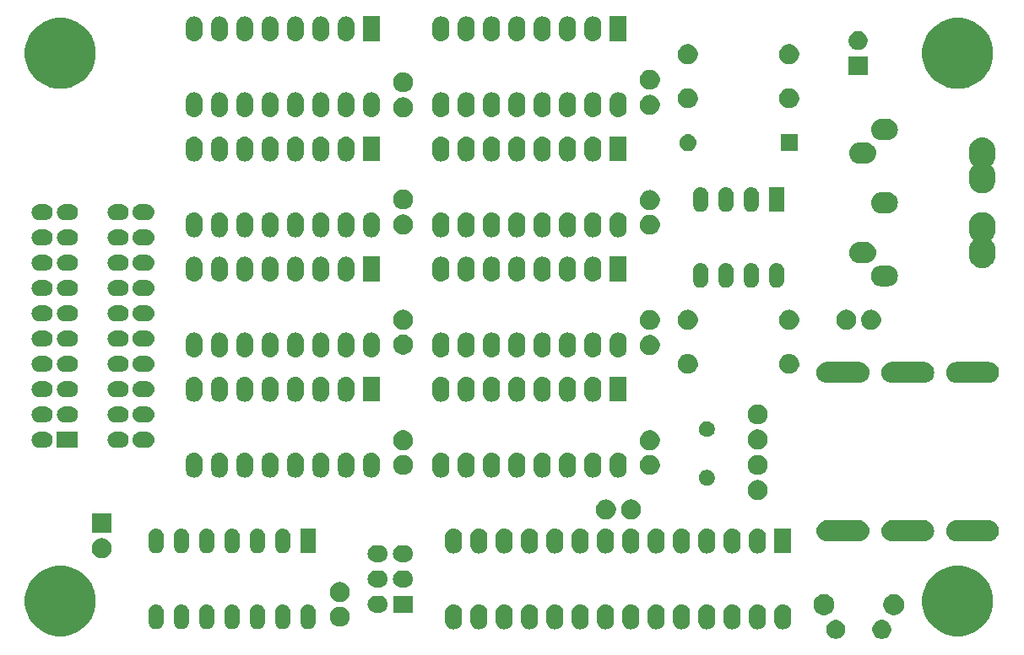
<source format=gts>
G04 #@! TF.GenerationSoftware,KiCad,Pcbnew,5.1.2-5.1.2*
G04 #@! TF.CreationDate,2019-06-30T11:24:38+01:00*
G04 #@! TF.ProjectId,music4xxx,6d757369-6334-4787-9878-2e6b69636164,rev?*
G04 #@! TF.SameCoordinates,Original*
G04 #@! TF.FileFunction,Soldermask,Top*
G04 #@! TF.FilePolarity,Negative*
%FSLAX46Y46*%
G04 Gerber Fmt 4.6, Leading zero omitted, Abs format (unit mm)*
G04 Created by KiCad (PCBNEW 5.1.2-5.1.2) date 2019-06-30 11:24:38*
%MOMM*%
%LPD*%
G04 APERTURE LIST*
%ADD10C,0.100000*%
G04 APERTURE END LIST*
D10*
G36*
X87667395Y-61950546D02*
G01*
X87840466Y-62022234D01*
X87910679Y-62069149D01*
X87996227Y-62126310D01*
X88128690Y-62258773D01*
X88128691Y-62258775D01*
X88232766Y-62414534D01*
X88304454Y-62587605D01*
X88341000Y-62771333D01*
X88341000Y-62958667D01*
X88304454Y-63142395D01*
X88232766Y-63315466D01*
X88232765Y-63315467D01*
X88128690Y-63471227D01*
X87996227Y-63603690D01*
X87917818Y-63656081D01*
X87840466Y-63707766D01*
X87667395Y-63779454D01*
X87483667Y-63816000D01*
X87296333Y-63816000D01*
X87112605Y-63779454D01*
X86939534Y-63707766D01*
X86862182Y-63656081D01*
X86783773Y-63603690D01*
X86651310Y-63471227D01*
X86547235Y-63315467D01*
X86547234Y-63315466D01*
X86475546Y-63142395D01*
X86439000Y-62958667D01*
X86439000Y-62771333D01*
X86475546Y-62587605D01*
X86547234Y-62414534D01*
X86651309Y-62258775D01*
X86651310Y-62258773D01*
X86783773Y-62126310D01*
X86869321Y-62069149D01*
X86939534Y-62022234D01*
X87112605Y-61950546D01*
X87296333Y-61914000D01*
X87483667Y-61914000D01*
X87667395Y-61950546D01*
X87667395Y-61950546D01*
G37*
G36*
X83067395Y-61950546D02*
G01*
X83240466Y-62022234D01*
X83310679Y-62069149D01*
X83396227Y-62126310D01*
X83528690Y-62258773D01*
X83528691Y-62258775D01*
X83632766Y-62414534D01*
X83704454Y-62587605D01*
X83741000Y-62771333D01*
X83741000Y-62958667D01*
X83704454Y-63142395D01*
X83632766Y-63315466D01*
X83632765Y-63315467D01*
X83528690Y-63471227D01*
X83396227Y-63603690D01*
X83317818Y-63656081D01*
X83240466Y-63707766D01*
X83067395Y-63779454D01*
X82883667Y-63816000D01*
X82696333Y-63816000D01*
X82512605Y-63779454D01*
X82339534Y-63707766D01*
X82262182Y-63656081D01*
X82183773Y-63603690D01*
X82051310Y-63471227D01*
X81947235Y-63315467D01*
X81947234Y-63315466D01*
X81875546Y-63142395D01*
X81839000Y-62958667D01*
X81839000Y-62771333D01*
X81875546Y-62587605D01*
X81947234Y-62414534D01*
X82051309Y-62258775D01*
X82051310Y-62258773D01*
X82183773Y-62126310D01*
X82269321Y-62069149D01*
X82339534Y-62022234D01*
X82512605Y-61950546D01*
X82696333Y-61914000D01*
X82883667Y-61914000D01*
X83067395Y-61950546D01*
X83067395Y-61950546D01*
G37*
G36*
X6035787Y-56585462D02*
G01*
X6035790Y-56585463D01*
X6035789Y-56585463D01*
X6682029Y-56853144D01*
X7263631Y-57241758D01*
X7758242Y-57736369D01*
X8146856Y-58317971D01*
X8278588Y-58636000D01*
X8414538Y-58964213D01*
X8551000Y-59650256D01*
X8551000Y-60349744D01*
X8414538Y-61035787D01*
X8379304Y-61120849D01*
X8146856Y-61682029D01*
X7758242Y-62263631D01*
X7263631Y-62758242D01*
X6682029Y-63146856D01*
X6274968Y-63315466D01*
X6035787Y-63414538D01*
X5349744Y-63551000D01*
X4650256Y-63551000D01*
X3964213Y-63414538D01*
X3725032Y-63315466D01*
X3317971Y-63146856D01*
X2736369Y-62758242D01*
X2241758Y-62263631D01*
X1853144Y-61682029D01*
X1620696Y-61120849D01*
X1585462Y-61035787D01*
X1449000Y-60349744D01*
X1449000Y-59650256D01*
X1585462Y-58964213D01*
X1721412Y-58636000D01*
X1853144Y-58317971D01*
X2241758Y-57736369D01*
X2736369Y-57241758D01*
X3317971Y-56853144D01*
X3964211Y-56585463D01*
X3964210Y-56585463D01*
X3964213Y-56585462D01*
X4650256Y-56449000D01*
X5349744Y-56449000D01*
X6035787Y-56585462D01*
X6035787Y-56585462D01*
G37*
G36*
X96035787Y-56585462D02*
G01*
X96035790Y-56585463D01*
X96035789Y-56585463D01*
X96682029Y-56853144D01*
X97263631Y-57241758D01*
X97758242Y-57736369D01*
X98146856Y-58317971D01*
X98278588Y-58636000D01*
X98414538Y-58964213D01*
X98551000Y-59650256D01*
X98551000Y-60349744D01*
X98414538Y-61035787D01*
X98379304Y-61120849D01*
X98146856Y-61682029D01*
X97758242Y-62263631D01*
X97263631Y-62758242D01*
X96682029Y-63146856D01*
X96274968Y-63315466D01*
X96035787Y-63414538D01*
X95349744Y-63551000D01*
X94650256Y-63551000D01*
X93964213Y-63414538D01*
X93725032Y-63315466D01*
X93317971Y-63146856D01*
X92736369Y-62758242D01*
X92241758Y-62263631D01*
X91853144Y-61682029D01*
X91620696Y-61120849D01*
X91585462Y-61035787D01*
X91449000Y-60349744D01*
X91449000Y-59650256D01*
X91585462Y-58964213D01*
X91721412Y-58636000D01*
X91853144Y-58317971D01*
X92241758Y-57736369D01*
X92736369Y-57241758D01*
X93317971Y-56853144D01*
X93964211Y-56585463D01*
X93964210Y-56585463D01*
X93964213Y-56585462D01*
X94650256Y-56449000D01*
X95349744Y-56449000D01*
X96035787Y-56585462D01*
X96035787Y-56585462D01*
G37*
G36*
X77636823Y-60356313D02*
G01*
X77797242Y-60404976D01*
X77914300Y-60467545D01*
X77945078Y-60483996D01*
X78074659Y-60590341D01*
X78181004Y-60719922D01*
X78181005Y-60719924D01*
X78260024Y-60867758D01*
X78308687Y-61028178D01*
X78321000Y-61153197D01*
X78321000Y-62036804D01*
X78308687Y-62161823D01*
X78260024Y-62322242D01*
X78227128Y-62383786D01*
X78181004Y-62470078D01*
X78077662Y-62596000D01*
X78074659Y-62599659D01*
X77945077Y-62706005D01*
X77797241Y-62785024D01*
X77636822Y-62833687D01*
X77470000Y-62850117D01*
X77303177Y-62833687D01*
X77142758Y-62785024D01*
X76994924Y-62706005D01*
X76994922Y-62706004D01*
X76865341Y-62599659D01*
X76862338Y-62596000D01*
X76758995Y-62470077D01*
X76679976Y-62322241D01*
X76631313Y-62161822D01*
X76619000Y-62036803D01*
X76619000Y-61153197D01*
X76631314Y-61028177D01*
X76679977Y-60867758D01*
X76758996Y-60719924D01*
X76758997Y-60719922D01*
X76865342Y-60590341D01*
X76994923Y-60483996D01*
X77025701Y-60467545D01*
X77142759Y-60404976D01*
X77303178Y-60356313D01*
X77470000Y-60339883D01*
X77636823Y-60356313D01*
X77636823Y-60356313D01*
G37*
G36*
X64936823Y-60356313D02*
G01*
X65097242Y-60404976D01*
X65214300Y-60467545D01*
X65245078Y-60483996D01*
X65374659Y-60590341D01*
X65481004Y-60719922D01*
X65481005Y-60719924D01*
X65560024Y-60867758D01*
X65608687Y-61028178D01*
X65621000Y-61153197D01*
X65621000Y-62036804D01*
X65608687Y-62161823D01*
X65560024Y-62322242D01*
X65527128Y-62383786D01*
X65481004Y-62470078D01*
X65377662Y-62596000D01*
X65374659Y-62599659D01*
X65245077Y-62706005D01*
X65097241Y-62785024D01*
X64936822Y-62833687D01*
X64770000Y-62850117D01*
X64603177Y-62833687D01*
X64442758Y-62785024D01*
X64294924Y-62706005D01*
X64294922Y-62706004D01*
X64165341Y-62599659D01*
X64162338Y-62596000D01*
X64058995Y-62470077D01*
X63979976Y-62322241D01*
X63931313Y-62161822D01*
X63919000Y-62036803D01*
X63919000Y-61153197D01*
X63931314Y-61028177D01*
X63979977Y-60867758D01*
X64058996Y-60719924D01*
X64058997Y-60719922D01*
X64165342Y-60590341D01*
X64294923Y-60483996D01*
X64325701Y-60467545D01*
X64442759Y-60404976D01*
X64603178Y-60356313D01*
X64770000Y-60339883D01*
X64936823Y-60356313D01*
X64936823Y-60356313D01*
G37*
G36*
X54776823Y-60356313D02*
G01*
X54937242Y-60404976D01*
X55054300Y-60467545D01*
X55085078Y-60483996D01*
X55214659Y-60590341D01*
X55321004Y-60719922D01*
X55321005Y-60719924D01*
X55400024Y-60867758D01*
X55448687Y-61028178D01*
X55461000Y-61153197D01*
X55461000Y-62036804D01*
X55448687Y-62161823D01*
X55400024Y-62322242D01*
X55367128Y-62383786D01*
X55321004Y-62470078D01*
X55217662Y-62596000D01*
X55214659Y-62599659D01*
X55085077Y-62706005D01*
X54937241Y-62785024D01*
X54776822Y-62833687D01*
X54610000Y-62850117D01*
X54443177Y-62833687D01*
X54282758Y-62785024D01*
X54134924Y-62706005D01*
X54134922Y-62706004D01*
X54005341Y-62599659D01*
X54002338Y-62596000D01*
X53898995Y-62470077D01*
X53819976Y-62322241D01*
X53771313Y-62161822D01*
X53759000Y-62036803D01*
X53759000Y-61153197D01*
X53771314Y-61028177D01*
X53819977Y-60867758D01*
X53898996Y-60719924D01*
X53898997Y-60719922D01*
X54005342Y-60590341D01*
X54134923Y-60483996D01*
X54165701Y-60467545D01*
X54282759Y-60404976D01*
X54443178Y-60356313D01*
X54610000Y-60339883D01*
X54776823Y-60356313D01*
X54776823Y-60356313D01*
G37*
G36*
X49696823Y-60356313D02*
G01*
X49857242Y-60404976D01*
X49974300Y-60467545D01*
X50005078Y-60483996D01*
X50134659Y-60590341D01*
X50241004Y-60719922D01*
X50241005Y-60719924D01*
X50320024Y-60867758D01*
X50368687Y-61028178D01*
X50381000Y-61153197D01*
X50381000Y-62036804D01*
X50368687Y-62161823D01*
X50320024Y-62322242D01*
X50287128Y-62383786D01*
X50241004Y-62470078D01*
X50137662Y-62596000D01*
X50134659Y-62599659D01*
X50005077Y-62706005D01*
X49857241Y-62785024D01*
X49696822Y-62833687D01*
X49530000Y-62850117D01*
X49363177Y-62833687D01*
X49202758Y-62785024D01*
X49054924Y-62706005D01*
X49054922Y-62706004D01*
X48925341Y-62599659D01*
X48922338Y-62596000D01*
X48818995Y-62470077D01*
X48739976Y-62322241D01*
X48691313Y-62161822D01*
X48679000Y-62036803D01*
X48679000Y-61153197D01*
X48691314Y-61028177D01*
X48739977Y-60867758D01*
X48818996Y-60719924D01*
X48818997Y-60719922D01*
X48925342Y-60590341D01*
X49054923Y-60483996D01*
X49085701Y-60467545D01*
X49202759Y-60404976D01*
X49363178Y-60356313D01*
X49530000Y-60339883D01*
X49696823Y-60356313D01*
X49696823Y-60356313D01*
G37*
G36*
X47156823Y-60356313D02*
G01*
X47317242Y-60404976D01*
X47434300Y-60467545D01*
X47465078Y-60483996D01*
X47594659Y-60590341D01*
X47701004Y-60719922D01*
X47701005Y-60719924D01*
X47780024Y-60867758D01*
X47828687Y-61028178D01*
X47841000Y-61153197D01*
X47841000Y-62036804D01*
X47828687Y-62161823D01*
X47780024Y-62322242D01*
X47747128Y-62383786D01*
X47701004Y-62470078D01*
X47597662Y-62596000D01*
X47594659Y-62599659D01*
X47465077Y-62706005D01*
X47317241Y-62785024D01*
X47156822Y-62833687D01*
X46990000Y-62850117D01*
X46823177Y-62833687D01*
X46662758Y-62785024D01*
X46514924Y-62706005D01*
X46514922Y-62706004D01*
X46385341Y-62599659D01*
X46382338Y-62596000D01*
X46278995Y-62470077D01*
X46199976Y-62322241D01*
X46151313Y-62161822D01*
X46139000Y-62036803D01*
X46139000Y-61153197D01*
X46151314Y-61028177D01*
X46199977Y-60867758D01*
X46278996Y-60719924D01*
X46278997Y-60719922D01*
X46385342Y-60590341D01*
X46514923Y-60483996D01*
X46545701Y-60467545D01*
X46662759Y-60404976D01*
X46823178Y-60356313D01*
X46990000Y-60339883D01*
X47156823Y-60356313D01*
X47156823Y-60356313D01*
G37*
G36*
X44616823Y-60356313D02*
G01*
X44777242Y-60404976D01*
X44894300Y-60467545D01*
X44925078Y-60483996D01*
X45054659Y-60590341D01*
X45161004Y-60719922D01*
X45161005Y-60719924D01*
X45240024Y-60867758D01*
X45288687Y-61028178D01*
X45301000Y-61153197D01*
X45301000Y-62036804D01*
X45288687Y-62161823D01*
X45240024Y-62322242D01*
X45207128Y-62383786D01*
X45161004Y-62470078D01*
X45057662Y-62596000D01*
X45054659Y-62599659D01*
X44925077Y-62706005D01*
X44777241Y-62785024D01*
X44616822Y-62833687D01*
X44450000Y-62850117D01*
X44283177Y-62833687D01*
X44122758Y-62785024D01*
X43974924Y-62706005D01*
X43974922Y-62706004D01*
X43845341Y-62599659D01*
X43842338Y-62596000D01*
X43738995Y-62470077D01*
X43659976Y-62322241D01*
X43611313Y-62161822D01*
X43599000Y-62036803D01*
X43599000Y-61153197D01*
X43611314Y-61028177D01*
X43659977Y-60867758D01*
X43738996Y-60719924D01*
X43738997Y-60719922D01*
X43845342Y-60590341D01*
X43974923Y-60483996D01*
X44005701Y-60467545D01*
X44122759Y-60404976D01*
X44283178Y-60356313D01*
X44450000Y-60339883D01*
X44616823Y-60356313D01*
X44616823Y-60356313D01*
G37*
G36*
X57316823Y-60356313D02*
G01*
X57477242Y-60404976D01*
X57594300Y-60467545D01*
X57625078Y-60483996D01*
X57754659Y-60590341D01*
X57861004Y-60719922D01*
X57861005Y-60719924D01*
X57940024Y-60867758D01*
X57988687Y-61028178D01*
X58001000Y-61153197D01*
X58001000Y-62036804D01*
X57988687Y-62161823D01*
X57940024Y-62322242D01*
X57907128Y-62383786D01*
X57861004Y-62470078D01*
X57757662Y-62596000D01*
X57754659Y-62599659D01*
X57625077Y-62706005D01*
X57477241Y-62785024D01*
X57316822Y-62833687D01*
X57150000Y-62850117D01*
X56983177Y-62833687D01*
X56822758Y-62785024D01*
X56674924Y-62706005D01*
X56674922Y-62706004D01*
X56545341Y-62599659D01*
X56542338Y-62596000D01*
X56438995Y-62470077D01*
X56359976Y-62322241D01*
X56311313Y-62161822D01*
X56299000Y-62036803D01*
X56299000Y-61153197D01*
X56311314Y-61028177D01*
X56359977Y-60867758D01*
X56438996Y-60719924D01*
X56438997Y-60719922D01*
X56545342Y-60590341D01*
X56674923Y-60483996D01*
X56705701Y-60467545D01*
X56822759Y-60404976D01*
X56983178Y-60356313D01*
X57150000Y-60339883D01*
X57316823Y-60356313D01*
X57316823Y-60356313D01*
G37*
G36*
X59856823Y-60356313D02*
G01*
X60017242Y-60404976D01*
X60134300Y-60467545D01*
X60165078Y-60483996D01*
X60294659Y-60590341D01*
X60401004Y-60719922D01*
X60401005Y-60719924D01*
X60480024Y-60867758D01*
X60528687Y-61028178D01*
X60541000Y-61153197D01*
X60541000Y-62036804D01*
X60528687Y-62161823D01*
X60480024Y-62322242D01*
X60447128Y-62383786D01*
X60401004Y-62470078D01*
X60297662Y-62596000D01*
X60294659Y-62599659D01*
X60165077Y-62706005D01*
X60017241Y-62785024D01*
X59856822Y-62833687D01*
X59690000Y-62850117D01*
X59523177Y-62833687D01*
X59362758Y-62785024D01*
X59214924Y-62706005D01*
X59214922Y-62706004D01*
X59085341Y-62599659D01*
X59082338Y-62596000D01*
X58978995Y-62470077D01*
X58899976Y-62322241D01*
X58851313Y-62161822D01*
X58839000Y-62036803D01*
X58839000Y-61153197D01*
X58851314Y-61028177D01*
X58899977Y-60867758D01*
X58978996Y-60719924D01*
X58978997Y-60719922D01*
X59085342Y-60590341D01*
X59214923Y-60483996D01*
X59245701Y-60467545D01*
X59362759Y-60404976D01*
X59523178Y-60356313D01*
X59690000Y-60339883D01*
X59856823Y-60356313D01*
X59856823Y-60356313D01*
G37*
G36*
X62396823Y-60356313D02*
G01*
X62557242Y-60404976D01*
X62674300Y-60467545D01*
X62705078Y-60483996D01*
X62834659Y-60590341D01*
X62941004Y-60719922D01*
X62941005Y-60719924D01*
X63020024Y-60867758D01*
X63068687Y-61028178D01*
X63081000Y-61153197D01*
X63081000Y-62036804D01*
X63068687Y-62161823D01*
X63020024Y-62322242D01*
X62987128Y-62383786D01*
X62941004Y-62470078D01*
X62837662Y-62596000D01*
X62834659Y-62599659D01*
X62705077Y-62706005D01*
X62557241Y-62785024D01*
X62396822Y-62833687D01*
X62230000Y-62850117D01*
X62063177Y-62833687D01*
X61902758Y-62785024D01*
X61754924Y-62706005D01*
X61754922Y-62706004D01*
X61625341Y-62599659D01*
X61622338Y-62596000D01*
X61518995Y-62470077D01*
X61439976Y-62322241D01*
X61391313Y-62161822D01*
X61379000Y-62036803D01*
X61379000Y-61153197D01*
X61391314Y-61028177D01*
X61439977Y-60867758D01*
X61518996Y-60719924D01*
X61518997Y-60719922D01*
X61625342Y-60590341D01*
X61754923Y-60483996D01*
X61785701Y-60467545D01*
X61902759Y-60404976D01*
X62063178Y-60356313D01*
X62230000Y-60339883D01*
X62396823Y-60356313D01*
X62396823Y-60356313D01*
G37*
G36*
X72556823Y-60356313D02*
G01*
X72717242Y-60404976D01*
X72834300Y-60467545D01*
X72865078Y-60483996D01*
X72994659Y-60590341D01*
X73101004Y-60719922D01*
X73101005Y-60719924D01*
X73180024Y-60867758D01*
X73228687Y-61028178D01*
X73241000Y-61153197D01*
X73241000Y-62036804D01*
X73228687Y-62161823D01*
X73180024Y-62322242D01*
X73147128Y-62383786D01*
X73101004Y-62470078D01*
X72997662Y-62596000D01*
X72994659Y-62599659D01*
X72865077Y-62706005D01*
X72717241Y-62785024D01*
X72556822Y-62833687D01*
X72390000Y-62850117D01*
X72223177Y-62833687D01*
X72062758Y-62785024D01*
X71914924Y-62706005D01*
X71914922Y-62706004D01*
X71785341Y-62599659D01*
X71782338Y-62596000D01*
X71678995Y-62470077D01*
X71599976Y-62322241D01*
X71551313Y-62161822D01*
X71539000Y-62036803D01*
X71539000Y-61153197D01*
X71551314Y-61028177D01*
X71599977Y-60867758D01*
X71678996Y-60719924D01*
X71678997Y-60719922D01*
X71785342Y-60590341D01*
X71914923Y-60483996D01*
X71945701Y-60467545D01*
X72062759Y-60404976D01*
X72223178Y-60356313D01*
X72390000Y-60339883D01*
X72556823Y-60356313D01*
X72556823Y-60356313D01*
G37*
G36*
X52236823Y-60356313D02*
G01*
X52397242Y-60404976D01*
X52514300Y-60467545D01*
X52545078Y-60483996D01*
X52674659Y-60590341D01*
X52781004Y-60719922D01*
X52781005Y-60719924D01*
X52860024Y-60867758D01*
X52908687Y-61028178D01*
X52921000Y-61153197D01*
X52921000Y-62036804D01*
X52908687Y-62161823D01*
X52860024Y-62322242D01*
X52827128Y-62383786D01*
X52781004Y-62470078D01*
X52677662Y-62596000D01*
X52674659Y-62599659D01*
X52545077Y-62706005D01*
X52397241Y-62785024D01*
X52236822Y-62833687D01*
X52070000Y-62850117D01*
X51903177Y-62833687D01*
X51742758Y-62785024D01*
X51594924Y-62706005D01*
X51594922Y-62706004D01*
X51465341Y-62599659D01*
X51462338Y-62596000D01*
X51358995Y-62470077D01*
X51279976Y-62322241D01*
X51231313Y-62161822D01*
X51219000Y-62036803D01*
X51219000Y-61153197D01*
X51231314Y-61028177D01*
X51279977Y-60867758D01*
X51358996Y-60719924D01*
X51358997Y-60719922D01*
X51465342Y-60590341D01*
X51594923Y-60483996D01*
X51625701Y-60467545D01*
X51742759Y-60404976D01*
X51903178Y-60356313D01*
X52070000Y-60339883D01*
X52236823Y-60356313D01*
X52236823Y-60356313D01*
G37*
G36*
X67476823Y-60356313D02*
G01*
X67637242Y-60404976D01*
X67754300Y-60467545D01*
X67785078Y-60483996D01*
X67914659Y-60590341D01*
X68021004Y-60719922D01*
X68021005Y-60719924D01*
X68100024Y-60867758D01*
X68148687Y-61028178D01*
X68161000Y-61153197D01*
X68161000Y-62036804D01*
X68148687Y-62161823D01*
X68100024Y-62322242D01*
X68067128Y-62383786D01*
X68021004Y-62470078D01*
X67917662Y-62596000D01*
X67914659Y-62599659D01*
X67785077Y-62706005D01*
X67637241Y-62785024D01*
X67476822Y-62833687D01*
X67310000Y-62850117D01*
X67143177Y-62833687D01*
X66982758Y-62785024D01*
X66834924Y-62706005D01*
X66834922Y-62706004D01*
X66705341Y-62599659D01*
X66702338Y-62596000D01*
X66598995Y-62470077D01*
X66519976Y-62322241D01*
X66471313Y-62161822D01*
X66459000Y-62036803D01*
X66459000Y-61153197D01*
X66471314Y-61028177D01*
X66519977Y-60867758D01*
X66598996Y-60719924D01*
X66598997Y-60719922D01*
X66705342Y-60590341D01*
X66834923Y-60483996D01*
X66865701Y-60467545D01*
X66982759Y-60404976D01*
X67143178Y-60356313D01*
X67310000Y-60339883D01*
X67476823Y-60356313D01*
X67476823Y-60356313D01*
G37*
G36*
X70016823Y-60356313D02*
G01*
X70177242Y-60404976D01*
X70294300Y-60467545D01*
X70325078Y-60483996D01*
X70454659Y-60590341D01*
X70561004Y-60719922D01*
X70561005Y-60719924D01*
X70640024Y-60867758D01*
X70688687Y-61028178D01*
X70701000Y-61153197D01*
X70701000Y-62036804D01*
X70688687Y-62161823D01*
X70640024Y-62322242D01*
X70607128Y-62383786D01*
X70561004Y-62470078D01*
X70457662Y-62596000D01*
X70454659Y-62599659D01*
X70325077Y-62706005D01*
X70177241Y-62785024D01*
X70016822Y-62833687D01*
X69850000Y-62850117D01*
X69683177Y-62833687D01*
X69522758Y-62785024D01*
X69374924Y-62706005D01*
X69374922Y-62706004D01*
X69245341Y-62599659D01*
X69242338Y-62596000D01*
X69138995Y-62470077D01*
X69059976Y-62322241D01*
X69011313Y-62161822D01*
X68999000Y-62036803D01*
X68999000Y-61153197D01*
X69011314Y-61028177D01*
X69059977Y-60867758D01*
X69138996Y-60719924D01*
X69138997Y-60719922D01*
X69245342Y-60590341D01*
X69374923Y-60483996D01*
X69405701Y-60467545D01*
X69522759Y-60404976D01*
X69683178Y-60356313D01*
X69850000Y-60339883D01*
X70016823Y-60356313D01*
X70016823Y-60356313D01*
G37*
G36*
X75096823Y-60356313D02*
G01*
X75257242Y-60404976D01*
X75374300Y-60467545D01*
X75405078Y-60483996D01*
X75534659Y-60590341D01*
X75641004Y-60719922D01*
X75641005Y-60719924D01*
X75720024Y-60867758D01*
X75768687Y-61028178D01*
X75781000Y-61153197D01*
X75781000Y-62036804D01*
X75768687Y-62161823D01*
X75720024Y-62322242D01*
X75687128Y-62383786D01*
X75641004Y-62470078D01*
X75537662Y-62596000D01*
X75534659Y-62599659D01*
X75405077Y-62706005D01*
X75257241Y-62785024D01*
X75096822Y-62833687D01*
X74930000Y-62850117D01*
X74763177Y-62833687D01*
X74602758Y-62785024D01*
X74454924Y-62706005D01*
X74454922Y-62706004D01*
X74325341Y-62599659D01*
X74322338Y-62596000D01*
X74218995Y-62470077D01*
X74139976Y-62322241D01*
X74091313Y-62161822D01*
X74079000Y-62036803D01*
X74079000Y-61153197D01*
X74091314Y-61028177D01*
X74139977Y-60867758D01*
X74218996Y-60719924D01*
X74218997Y-60719922D01*
X74325342Y-60590341D01*
X74454923Y-60483996D01*
X74485701Y-60467545D01*
X74602759Y-60404976D01*
X74763178Y-60356313D01*
X74930000Y-60339883D01*
X75096823Y-60356313D01*
X75096823Y-60356313D01*
G37*
G36*
X17292222Y-60354867D02*
G01*
X17433786Y-60397810D01*
X17564252Y-60467546D01*
X17584295Y-60483995D01*
X17678607Y-60561393D01*
X17736935Y-60632468D01*
X17772454Y-60675748D01*
X17842190Y-60806214D01*
X17885133Y-60947778D01*
X17892378Y-61021335D01*
X17893823Y-61036004D01*
X17896000Y-61058113D01*
X17896000Y-62131887D01*
X17885133Y-62242222D01*
X17842190Y-62383786D01*
X17772454Y-62514252D01*
X17736935Y-62557532D01*
X17678607Y-62628606D01*
X17614415Y-62681286D01*
X17564251Y-62722454D01*
X17433785Y-62792190D01*
X17292221Y-62835133D01*
X17145000Y-62849633D01*
X16997778Y-62835133D01*
X16856214Y-62792190D01*
X16725748Y-62722454D01*
X16681066Y-62685784D01*
X16611394Y-62628607D01*
X16517547Y-62514252D01*
X16517546Y-62514251D01*
X16447810Y-62383785D01*
X16404867Y-62242221D01*
X16394000Y-62131886D01*
X16394001Y-61058113D01*
X16396179Y-61036004D01*
X16397623Y-61021335D01*
X16404868Y-60947778D01*
X16447811Y-60806214D01*
X16517547Y-60675748D01*
X16553066Y-60632468D01*
X16611394Y-60561393D01*
X16705706Y-60483995D01*
X16725749Y-60467546D01*
X16856215Y-60397810D01*
X16997779Y-60354867D01*
X17145000Y-60340367D01*
X17292222Y-60354867D01*
X17292222Y-60354867D01*
G37*
G36*
X14752222Y-60354867D02*
G01*
X14893786Y-60397810D01*
X15024252Y-60467546D01*
X15044295Y-60483995D01*
X15138607Y-60561393D01*
X15196935Y-60632468D01*
X15232454Y-60675748D01*
X15302190Y-60806214D01*
X15345133Y-60947778D01*
X15352378Y-61021335D01*
X15353823Y-61036004D01*
X15356000Y-61058113D01*
X15356000Y-62131887D01*
X15345133Y-62242222D01*
X15302190Y-62383786D01*
X15232454Y-62514252D01*
X15196935Y-62557532D01*
X15138607Y-62628606D01*
X15074415Y-62681286D01*
X15024251Y-62722454D01*
X14893785Y-62792190D01*
X14752221Y-62835133D01*
X14605000Y-62849633D01*
X14457778Y-62835133D01*
X14316214Y-62792190D01*
X14185748Y-62722454D01*
X14141066Y-62685784D01*
X14071394Y-62628607D01*
X13977547Y-62514252D01*
X13977546Y-62514251D01*
X13907810Y-62383785D01*
X13864867Y-62242221D01*
X13854000Y-62131886D01*
X13854001Y-61058113D01*
X13856179Y-61036004D01*
X13857623Y-61021335D01*
X13864868Y-60947778D01*
X13907811Y-60806214D01*
X13977547Y-60675748D01*
X14013066Y-60632468D01*
X14071394Y-60561393D01*
X14165706Y-60483995D01*
X14185749Y-60467546D01*
X14316215Y-60397810D01*
X14457779Y-60354867D01*
X14605000Y-60340367D01*
X14752222Y-60354867D01*
X14752222Y-60354867D01*
G37*
G36*
X19832222Y-60354867D02*
G01*
X19973786Y-60397810D01*
X20104252Y-60467546D01*
X20124295Y-60483995D01*
X20218607Y-60561393D01*
X20276935Y-60632468D01*
X20312454Y-60675748D01*
X20382190Y-60806214D01*
X20425133Y-60947778D01*
X20432378Y-61021335D01*
X20433823Y-61036004D01*
X20436000Y-61058113D01*
X20436000Y-62131887D01*
X20425133Y-62242222D01*
X20382190Y-62383786D01*
X20312454Y-62514252D01*
X20276935Y-62557532D01*
X20218607Y-62628606D01*
X20154415Y-62681286D01*
X20104251Y-62722454D01*
X19973785Y-62792190D01*
X19832221Y-62835133D01*
X19685000Y-62849633D01*
X19537778Y-62835133D01*
X19396214Y-62792190D01*
X19265748Y-62722454D01*
X19221066Y-62685784D01*
X19151394Y-62628607D01*
X19057547Y-62514252D01*
X19057546Y-62514251D01*
X18987810Y-62383785D01*
X18944867Y-62242221D01*
X18934000Y-62131886D01*
X18934001Y-61058113D01*
X18936179Y-61036004D01*
X18937623Y-61021335D01*
X18944868Y-60947778D01*
X18987811Y-60806214D01*
X19057547Y-60675748D01*
X19093066Y-60632468D01*
X19151394Y-60561393D01*
X19245706Y-60483995D01*
X19265749Y-60467546D01*
X19396215Y-60397810D01*
X19537779Y-60354867D01*
X19685000Y-60340367D01*
X19832222Y-60354867D01*
X19832222Y-60354867D01*
G37*
G36*
X27452222Y-60354867D02*
G01*
X27593786Y-60397810D01*
X27724252Y-60467546D01*
X27744295Y-60483995D01*
X27838607Y-60561393D01*
X27896935Y-60632468D01*
X27932454Y-60675748D01*
X28002190Y-60806214D01*
X28045133Y-60947778D01*
X28052378Y-61021335D01*
X28053823Y-61036004D01*
X28056000Y-61058113D01*
X28056000Y-62131887D01*
X28045133Y-62242222D01*
X28002190Y-62383786D01*
X27932454Y-62514252D01*
X27896935Y-62557532D01*
X27838607Y-62628606D01*
X27774415Y-62681286D01*
X27724251Y-62722454D01*
X27593785Y-62792190D01*
X27452221Y-62835133D01*
X27305000Y-62849633D01*
X27157778Y-62835133D01*
X27016214Y-62792190D01*
X26885748Y-62722454D01*
X26841066Y-62685784D01*
X26771394Y-62628607D01*
X26677547Y-62514252D01*
X26677546Y-62514251D01*
X26607810Y-62383785D01*
X26564867Y-62242221D01*
X26554000Y-62131886D01*
X26554001Y-61058113D01*
X26556179Y-61036004D01*
X26557623Y-61021335D01*
X26564868Y-60947778D01*
X26607811Y-60806214D01*
X26677547Y-60675748D01*
X26713066Y-60632468D01*
X26771394Y-60561393D01*
X26865706Y-60483995D01*
X26885749Y-60467546D01*
X27016215Y-60397810D01*
X27157779Y-60354867D01*
X27305000Y-60340367D01*
X27452222Y-60354867D01*
X27452222Y-60354867D01*
G37*
G36*
X29992222Y-60354867D02*
G01*
X30133786Y-60397810D01*
X30264252Y-60467546D01*
X30284295Y-60483995D01*
X30378607Y-60561393D01*
X30436935Y-60632468D01*
X30472454Y-60675748D01*
X30542190Y-60806214D01*
X30585133Y-60947778D01*
X30592378Y-61021335D01*
X30593823Y-61036004D01*
X30596000Y-61058113D01*
X30596000Y-62131887D01*
X30585133Y-62242222D01*
X30542190Y-62383786D01*
X30472454Y-62514252D01*
X30436935Y-62557532D01*
X30378607Y-62628606D01*
X30314415Y-62681286D01*
X30264251Y-62722454D01*
X30133785Y-62792190D01*
X29992221Y-62835133D01*
X29845000Y-62849633D01*
X29697778Y-62835133D01*
X29556214Y-62792190D01*
X29425748Y-62722454D01*
X29381066Y-62685784D01*
X29311394Y-62628607D01*
X29217547Y-62514252D01*
X29217546Y-62514251D01*
X29147810Y-62383785D01*
X29104867Y-62242221D01*
X29094000Y-62131886D01*
X29094001Y-61058113D01*
X29096179Y-61036004D01*
X29097623Y-61021335D01*
X29104868Y-60947778D01*
X29147811Y-60806214D01*
X29217547Y-60675748D01*
X29253066Y-60632468D01*
X29311394Y-60561393D01*
X29405706Y-60483995D01*
X29425749Y-60467546D01*
X29556215Y-60397810D01*
X29697779Y-60354867D01*
X29845000Y-60340367D01*
X29992222Y-60354867D01*
X29992222Y-60354867D01*
G37*
G36*
X22372222Y-60354867D02*
G01*
X22513786Y-60397810D01*
X22644252Y-60467546D01*
X22664295Y-60483995D01*
X22758607Y-60561393D01*
X22816935Y-60632468D01*
X22852454Y-60675748D01*
X22922190Y-60806214D01*
X22965133Y-60947778D01*
X22972378Y-61021335D01*
X22973823Y-61036004D01*
X22976000Y-61058113D01*
X22976000Y-62131887D01*
X22965133Y-62242222D01*
X22922190Y-62383786D01*
X22852454Y-62514252D01*
X22816935Y-62557532D01*
X22758607Y-62628606D01*
X22694415Y-62681286D01*
X22644251Y-62722454D01*
X22513785Y-62792190D01*
X22372221Y-62835133D01*
X22225000Y-62849633D01*
X22077778Y-62835133D01*
X21936214Y-62792190D01*
X21805748Y-62722454D01*
X21761066Y-62685784D01*
X21691394Y-62628607D01*
X21597547Y-62514252D01*
X21597546Y-62514251D01*
X21527810Y-62383785D01*
X21484867Y-62242221D01*
X21474000Y-62131886D01*
X21474001Y-61058113D01*
X21476179Y-61036004D01*
X21477623Y-61021335D01*
X21484868Y-60947778D01*
X21527811Y-60806214D01*
X21597547Y-60675748D01*
X21633066Y-60632468D01*
X21691394Y-60561393D01*
X21785706Y-60483995D01*
X21805749Y-60467546D01*
X21936215Y-60397810D01*
X22077779Y-60354867D01*
X22225000Y-60340367D01*
X22372222Y-60354867D01*
X22372222Y-60354867D01*
G37*
G36*
X24912222Y-60354867D02*
G01*
X25053786Y-60397810D01*
X25184252Y-60467546D01*
X25204295Y-60483995D01*
X25298607Y-60561393D01*
X25356935Y-60632468D01*
X25392454Y-60675748D01*
X25462190Y-60806214D01*
X25505133Y-60947778D01*
X25512378Y-61021335D01*
X25513823Y-61036004D01*
X25516000Y-61058113D01*
X25516000Y-62131887D01*
X25505133Y-62242222D01*
X25462190Y-62383786D01*
X25392454Y-62514252D01*
X25356935Y-62557532D01*
X25298607Y-62628606D01*
X25234415Y-62681286D01*
X25184251Y-62722454D01*
X25053785Y-62792190D01*
X24912221Y-62835133D01*
X24765000Y-62849633D01*
X24617778Y-62835133D01*
X24476214Y-62792190D01*
X24345748Y-62722454D01*
X24301066Y-62685784D01*
X24231394Y-62628607D01*
X24137547Y-62514252D01*
X24137546Y-62514251D01*
X24067810Y-62383785D01*
X24024867Y-62242221D01*
X24014000Y-62131886D01*
X24014001Y-61058113D01*
X24016179Y-61036004D01*
X24017623Y-61021335D01*
X24024868Y-60947778D01*
X24067811Y-60806214D01*
X24137547Y-60675748D01*
X24173066Y-60632468D01*
X24231394Y-60561393D01*
X24325706Y-60483995D01*
X24345749Y-60467546D01*
X24476215Y-60397810D01*
X24617779Y-60354867D01*
X24765000Y-60340367D01*
X24912222Y-60354867D01*
X24912222Y-60354867D01*
G37*
G36*
X33215285Y-60613234D02*
G01*
X33311981Y-60632468D01*
X33494151Y-60707926D01*
X33658100Y-60817473D01*
X33797527Y-60956900D01*
X33907074Y-61120849D01*
X33982532Y-61303019D01*
X34021000Y-61496410D01*
X34021000Y-61693590D01*
X33982532Y-61886981D01*
X33907074Y-62069151D01*
X33797527Y-62233100D01*
X33658100Y-62372527D01*
X33494151Y-62482074D01*
X33311981Y-62557532D01*
X33215285Y-62576766D01*
X33118591Y-62596000D01*
X32921409Y-62596000D01*
X32824715Y-62576766D01*
X32728019Y-62557532D01*
X32545849Y-62482074D01*
X32381900Y-62372527D01*
X32242473Y-62233100D01*
X32132926Y-62069151D01*
X32057468Y-61886981D01*
X32019000Y-61693590D01*
X32019000Y-61496410D01*
X32057468Y-61303019D01*
X32132926Y-61120849D01*
X32242473Y-60956900D01*
X32381900Y-60817473D01*
X32545849Y-60707926D01*
X32728019Y-60632468D01*
X32824715Y-60613234D01*
X32921409Y-60594000D01*
X33118591Y-60594000D01*
X33215285Y-60613234D01*
X33215285Y-60613234D01*
G37*
G36*
X81896564Y-59354389D02*
G01*
X82087833Y-59433615D01*
X82087835Y-59433616D01*
X82259973Y-59548635D01*
X82406365Y-59695027D01*
X82509863Y-59849922D01*
X82521385Y-59867167D01*
X82600611Y-60058436D01*
X82641000Y-60261484D01*
X82641000Y-60468516D01*
X82600611Y-60671564D01*
X82521385Y-60862833D01*
X82521384Y-60862835D01*
X82406365Y-61034973D01*
X82259973Y-61181365D01*
X82087835Y-61296384D01*
X82087834Y-61296385D01*
X82087833Y-61296385D01*
X81896564Y-61375611D01*
X81693516Y-61416000D01*
X81486484Y-61416000D01*
X81283436Y-61375611D01*
X81092167Y-61296385D01*
X81092166Y-61296385D01*
X81092165Y-61296384D01*
X80920027Y-61181365D01*
X80773635Y-61034973D01*
X80658616Y-60862835D01*
X80658615Y-60862833D01*
X80579389Y-60671564D01*
X80539000Y-60468516D01*
X80539000Y-60261484D01*
X80579389Y-60058436D01*
X80658615Y-59867167D01*
X80670138Y-59849922D01*
X80773635Y-59695027D01*
X80920027Y-59548635D01*
X81092165Y-59433616D01*
X81092167Y-59433615D01*
X81283436Y-59354389D01*
X81486484Y-59314000D01*
X81693516Y-59314000D01*
X81896564Y-59354389D01*
X81896564Y-59354389D01*
G37*
G36*
X88896564Y-59354389D02*
G01*
X89087833Y-59433615D01*
X89087835Y-59433616D01*
X89259973Y-59548635D01*
X89406365Y-59695027D01*
X89509863Y-59849922D01*
X89521385Y-59867167D01*
X89600611Y-60058436D01*
X89641000Y-60261484D01*
X89641000Y-60468516D01*
X89600611Y-60671564D01*
X89521385Y-60862833D01*
X89521384Y-60862835D01*
X89406365Y-61034973D01*
X89259973Y-61181365D01*
X89087835Y-61296384D01*
X89087834Y-61296385D01*
X89087833Y-61296385D01*
X88896564Y-61375611D01*
X88693516Y-61416000D01*
X88486484Y-61416000D01*
X88283436Y-61375611D01*
X88092167Y-61296385D01*
X88092166Y-61296385D01*
X88092165Y-61296384D01*
X87920027Y-61181365D01*
X87773635Y-61034973D01*
X87658616Y-60862835D01*
X87658615Y-60862833D01*
X87579389Y-60671564D01*
X87539000Y-60468516D01*
X87539000Y-60261484D01*
X87579389Y-60058436D01*
X87658615Y-59867167D01*
X87670138Y-59849922D01*
X87773635Y-59695027D01*
X87920027Y-59548635D01*
X88092165Y-59433616D01*
X88092167Y-59433615D01*
X88283436Y-59354389D01*
X88486484Y-59314000D01*
X88693516Y-59314000D01*
X88896564Y-59354389D01*
X88896564Y-59354389D01*
G37*
G36*
X40371000Y-61176000D02*
G01*
X38369000Y-61176000D01*
X38369000Y-59474000D01*
X40371000Y-59474000D01*
X40371000Y-61176000D01*
X40371000Y-61176000D01*
G37*
G36*
X37146823Y-59486313D02*
G01*
X37307242Y-59534976D01*
X37439906Y-59605886D01*
X37455078Y-59613996D01*
X37584659Y-59720341D01*
X37691004Y-59849922D01*
X37691005Y-59849924D01*
X37770024Y-59997758D01*
X37818687Y-60158177D01*
X37835117Y-60325000D01*
X37818687Y-60491823D01*
X37770024Y-60652242D01*
X37740260Y-60707926D01*
X37691004Y-60800078D01*
X37584659Y-60929659D01*
X37455078Y-61036004D01*
X37455076Y-61036005D01*
X37307242Y-61115024D01*
X37146823Y-61163687D01*
X37021804Y-61176000D01*
X36638196Y-61176000D01*
X36513177Y-61163687D01*
X36352758Y-61115024D01*
X36204924Y-61036005D01*
X36204922Y-61036004D01*
X36075341Y-60929659D01*
X35968996Y-60800078D01*
X35919740Y-60707926D01*
X35889976Y-60652242D01*
X35841313Y-60491823D01*
X35824883Y-60325000D01*
X35841313Y-60158177D01*
X35889976Y-59997758D01*
X35968995Y-59849924D01*
X35968996Y-59849922D01*
X36075341Y-59720341D01*
X36204922Y-59613996D01*
X36220094Y-59605886D01*
X36352758Y-59534976D01*
X36513177Y-59486313D01*
X36638196Y-59474000D01*
X37021804Y-59474000D01*
X37146823Y-59486313D01*
X37146823Y-59486313D01*
G37*
G36*
X33210283Y-58112239D02*
G01*
X33311981Y-58132468D01*
X33494151Y-58207926D01*
X33658100Y-58317473D01*
X33797527Y-58456900D01*
X33907074Y-58620849D01*
X33982532Y-58803019D01*
X34021000Y-58996410D01*
X34021000Y-59193590D01*
X33982532Y-59386981D01*
X33907074Y-59569151D01*
X33797527Y-59733100D01*
X33658100Y-59872527D01*
X33494151Y-59982074D01*
X33311981Y-60057532D01*
X33215285Y-60076766D01*
X33118591Y-60096000D01*
X32921409Y-60096000D01*
X32824715Y-60076766D01*
X32728019Y-60057532D01*
X32545849Y-59982074D01*
X32381900Y-59872527D01*
X32242473Y-59733100D01*
X32132926Y-59569151D01*
X32057468Y-59386981D01*
X32019000Y-59193590D01*
X32019000Y-58996410D01*
X32057468Y-58803019D01*
X32132926Y-58620849D01*
X32242473Y-58456900D01*
X32381900Y-58317473D01*
X32545849Y-58207926D01*
X32728019Y-58132468D01*
X32829717Y-58112239D01*
X32921409Y-58094000D01*
X33118591Y-58094000D01*
X33210283Y-58112239D01*
X33210283Y-58112239D01*
G37*
G36*
X39686823Y-56946313D02*
G01*
X39847242Y-56994976D01*
X39979906Y-57065886D01*
X39995078Y-57073996D01*
X40124659Y-57180341D01*
X40231004Y-57309922D01*
X40231005Y-57309924D01*
X40310024Y-57457758D01*
X40358687Y-57618177D01*
X40375117Y-57785000D01*
X40358687Y-57951823D01*
X40310024Y-58112242D01*
X40258880Y-58207925D01*
X40231004Y-58260078D01*
X40124659Y-58389659D01*
X39995078Y-58496004D01*
X39995076Y-58496005D01*
X39847242Y-58575024D01*
X39686823Y-58623687D01*
X39561804Y-58636000D01*
X39178196Y-58636000D01*
X39053177Y-58623687D01*
X38892758Y-58575024D01*
X38744924Y-58496005D01*
X38744922Y-58496004D01*
X38615341Y-58389659D01*
X38508996Y-58260078D01*
X38481120Y-58207925D01*
X38429976Y-58112242D01*
X38381313Y-57951823D01*
X38364883Y-57785000D01*
X38381313Y-57618177D01*
X38429976Y-57457758D01*
X38508995Y-57309924D01*
X38508996Y-57309922D01*
X38615341Y-57180341D01*
X38744922Y-57073996D01*
X38760094Y-57065886D01*
X38892758Y-56994976D01*
X39053177Y-56946313D01*
X39178196Y-56934000D01*
X39561804Y-56934000D01*
X39686823Y-56946313D01*
X39686823Y-56946313D01*
G37*
G36*
X37146823Y-56946313D02*
G01*
X37307242Y-56994976D01*
X37439906Y-57065886D01*
X37455078Y-57073996D01*
X37584659Y-57180341D01*
X37691004Y-57309922D01*
X37691005Y-57309924D01*
X37770024Y-57457758D01*
X37818687Y-57618177D01*
X37835117Y-57785000D01*
X37818687Y-57951823D01*
X37770024Y-58112242D01*
X37718880Y-58207925D01*
X37691004Y-58260078D01*
X37584659Y-58389659D01*
X37455078Y-58496004D01*
X37455076Y-58496005D01*
X37307242Y-58575024D01*
X37146823Y-58623687D01*
X37021804Y-58636000D01*
X36638196Y-58636000D01*
X36513177Y-58623687D01*
X36352758Y-58575024D01*
X36204924Y-58496005D01*
X36204922Y-58496004D01*
X36075341Y-58389659D01*
X35968996Y-58260078D01*
X35941120Y-58207925D01*
X35889976Y-58112242D01*
X35841313Y-57951823D01*
X35824883Y-57785000D01*
X35841313Y-57618177D01*
X35889976Y-57457758D01*
X35968995Y-57309924D01*
X35968996Y-57309922D01*
X36075341Y-57180341D01*
X36204922Y-57073996D01*
X36220094Y-57065886D01*
X36352758Y-56994976D01*
X36513177Y-56946313D01*
X36638196Y-56934000D01*
X37021804Y-56934000D01*
X37146823Y-56946313D01*
X37146823Y-56946313D01*
G37*
G36*
X37146823Y-54406313D02*
G01*
X37307242Y-54454976D01*
X37413713Y-54511886D01*
X37455078Y-54533996D01*
X37584659Y-54640341D01*
X37691004Y-54769922D01*
X37691005Y-54769924D01*
X37770024Y-54917758D01*
X37818687Y-55078177D01*
X37835117Y-55245000D01*
X37818687Y-55411823D01*
X37770024Y-55572242D01*
X37763699Y-55584075D01*
X37691004Y-55720078D01*
X37584659Y-55849659D01*
X37455078Y-55956004D01*
X37455076Y-55956005D01*
X37307242Y-56035024D01*
X37146823Y-56083687D01*
X37021804Y-56096000D01*
X36638196Y-56096000D01*
X36513177Y-56083687D01*
X36352758Y-56035024D01*
X36204924Y-55956005D01*
X36204922Y-55956004D01*
X36075341Y-55849659D01*
X35968996Y-55720078D01*
X35896301Y-55584075D01*
X35889976Y-55572242D01*
X35841313Y-55411823D01*
X35824883Y-55245000D01*
X35841313Y-55078177D01*
X35889976Y-54917758D01*
X35968995Y-54769924D01*
X35968996Y-54769922D01*
X36075341Y-54640341D01*
X36204922Y-54533996D01*
X36246287Y-54511886D01*
X36352758Y-54454976D01*
X36513177Y-54406313D01*
X36638196Y-54394000D01*
X37021804Y-54394000D01*
X37146823Y-54406313D01*
X37146823Y-54406313D01*
G37*
G36*
X39686823Y-54406313D02*
G01*
X39847242Y-54454976D01*
X39953713Y-54511886D01*
X39995078Y-54533996D01*
X40124659Y-54640341D01*
X40231004Y-54769922D01*
X40231005Y-54769924D01*
X40310024Y-54917758D01*
X40358687Y-55078177D01*
X40375117Y-55245000D01*
X40358687Y-55411823D01*
X40310024Y-55572242D01*
X40303699Y-55584075D01*
X40231004Y-55720078D01*
X40124659Y-55849659D01*
X39995078Y-55956004D01*
X39995076Y-55956005D01*
X39847242Y-56035024D01*
X39686823Y-56083687D01*
X39561804Y-56096000D01*
X39178196Y-56096000D01*
X39053177Y-56083687D01*
X38892758Y-56035024D01*
X38744924Y-55956005D01*
X38744922Y-55956004D01*
X38615341Y-55849659D01*
X38508996Y-55720078D01*
X38436301Y-55584075D01*
X38429976Y-55572242D01*
X38381313Y-55411823D01*
X38364883Y-55245000D01*
X38381313Y-55078177D01*
X38429976Y-54917758D01*
X38508995Y-54769924D01*
X38508996Y-54769922D01*
X38615341Y-54640341D01*
X38744922Y-54533996D01*
X38786287Y-54511886D01*
X38892758Y-54454976D01*
X39053177Y-54406313D01*
X39178196Y-54394000D01*
X39561804Y-54394000D01*
X39686823Y-54406313D01*
X39686823Y-54406313D01*
G37*
G36*
X9339285Y-53715234D02*
G01*
X9435981Y-53734468D01*
X9618151Y-53809926D01*
X9782100Y-53919473D01*
X9921527Y-54058900D01*
X10031074Y-54222849D01*
X10106532Y-54405019D01*
X10145000Y-54598410D01*
X10145000Y-54795590D01*
X10106532Y-54988981D01*
X10069586Y-55078175D01*
X10033612Y-55165025D01*
X10031074Y-55171151D01*
X9921527Y-55335100D01*
X9782100Y-55474527D01*
X9618151Y-55584074D01*
X9435981Y-55659532D01*
X9242591Y-55698000D01*
X9045409Y-55698000D01*
X8852019Y-55659532D01*
X8669849Y-55584074D01*
X8505900Y-55474527D01*
X8366473Y-55335100D01*
X8256926Y-55171151D01*
X8254389Y-55165025D01*
X8218414Y-55078175D01*
X8181468Y-54988981D01*
X8143000Y-54795590D01*
X8143000Y-54598410D01*
X8181468Y-54405019D01*
X8256926Y-54222849D01*
X8366473Y-54058900D01*
X8505900Y-53919473D01*
X8669849Y-53809926D01*
X8852019Y-53734468D01*
X8948715Y-53715234D01*
X9045409Y-53696000D01*
X9242591Y-53696000D01*
X9339285Y-53715234D01*
X9339285Y-53715234D01*
G37*
G36*
X52236823Y-52736313D02*
G01*
X52397242Y-52784976D01*
X52514300Y-52847545D01*
X52545078Y-52863996D01*
X52674659Y-52970341D01*
X52781004Y-53099922D01*
X52781005Y-53099924D01*
X52860024Y-53247758D01*
X52908687Y-53408178D01*
X52921000Y-53533197D01*
X52921000Y-54416804D01*
X52908687Y-54541823D01*
X52860024Y-54702242D01*
X52827128Y-54763786D01*
X52781004Y-54850078D01*
X52674659Y-54979659D01*
X52545077Y-55086005D01*
X52397241Y-55165024D01*
X52236822Y-55213687D01*
X52070000Y-55230117D01*
X51903177Y-55213687D01*
X51742758Y-55165024D01*
X51594924Y-55086005D01*
X51594922Y-55086004D01*
X51465341Y-54979659D01*
X51358995Y-54850077D01*
X51279976Y-54702241D01*
X51231313Y-54541822D01*
X51219000Y-54416803D01*
X51219000Y-53533197D01*
X51231314Y-53408177D01*
X51279977Y-53247758D01*
X51358996Y-53099924D01*
X51358997Y-53099922D01*
X51465342Y-52970341D01*
X51594923Y-52863996D01*
X51625701Y-52847545D01*
X51742759Y-52784976D01*
X51903178Y-52736313D01*
X52070000Y-52719883D01*
X52236823Y-52736313D01*
X52236823Y-52736313D01*
G37*
G36*
X72556823Y-52736313D02*
G01*
X72717242Y-52784976D01*
X72834300Y-52847545D01*
X72865078Y-52863996D01*
X72994659Y-52970341D01*
X73101004Y-53099922D01*
X73101005Y-53099924D01*
X73180024Y-53247758D01*
X73228687Y-53408178D01*
X73241000Y-53533197D01*
X73241000Y-54416804D01*
X73228687Y-54541823D01*
X73180024Y-54702242D01*
X73147128Y-54763786D01*
X73101004Y-54850078D01*
X72994659Y-54979659D01*
X72865077Y-55086005D01*
X72717241Y-55165024D01*
X72556822Y-55213687D01*
X72390000Y-55230117D01*
X72223177Y-55213687D01*
X72062758Y-55165024D01*
X71914924Y-55086005D01*
X71914922Y-55086004D01*
X71785341Y-54979659D01*
X71678995Y-54850077D01*
X71599976Y-54702241D01*
X71551313Y-54541822D01*
X71539000Y-54416803D01*
X71539000Y-53533197D01*
X71551314Y-53408177D01*
X71599977Y-53247758D01*
X71678996Y-53099924D01*
X71678997Y-53099922D01*
X71785342Y-52970341D01*
X71914923Y-52863996D01*
X71945701Y-52847545D01*
X72062759Y-52784976D01*
X72223178Y-52736313D01*
X72390000Y-52719883D01*
X72556823Y-52736313D01*
X72556823Y-52736313D01*
G37*
G36*
X59856823Y-52736313D02*
G01*
X60017242Y-52784976D01*
X60134300Y-52847545D01*
X60165078Y-52863996D01*
X60294659Y-52970341D01*
X60401004Y-53099922D01*
X60401005Y-53099924D01*
X60480024Y-53247758D01*
X60528687Y-53408178D01*
X60541000Y-53533197D01*
X60541000Y-54416804D01*
X60528687Y-54541823D01*
X60480024Y-54702242D01*
X60447128Y-54763786D01*
X60401004Y-54850078D01*
X60294659Y-54979659D01*
X60165077Y-55086005D01*
X60017241Y-55165024D01*
X59856822Y-55213687D01*
X59690000Y-55230117D01*
X59523177Y-55213687D01*
X59362758Y-55165024D01*
X59214924Y-55086005D01*
X59214922Y-55086004D01*
X59085341Y-54979659D01*
X58978995Y-54850077D01*
X58899976Y-54702241D01*
X58851313Y-54541822D01*
X58839000Y-54416803D01*
X58839000Y-53533197D01*
X58851314Y-53408177D01*
X58899977Y-53247758D01*
X58978996Y-53099924D01*
X58978997Y-53099922D01*
X59085342Y-52970341D01*
X59214923Y-52863996D01*
X59245701Y-52847545D01*
X59362759Y-52784976D01*
X59523178Y-52736313D01*
X59690000Y-52719883D01*
X59856823Y-52736313D01*
X59856823Y-52736313D01*
G37*
G36*
X75096823Y-52736313D02*
G01*
X75257242Y-52784976D01*
X75374300Y-52847545D01*
X75405078Y-52863996D01*
X75534659Y-52970341D01*
X75641004Y-53099922D01*
X75641005Y-53099924D01*
X75720024Y-53247758D01*
X75768687Y-53408178D01*
X75781000Y-53533197D01*
X75781000Y-54416804D01*
X75768687Y-54541823D01*
X75720024Y-54702242D01*
X75687128Y-54763786D01*
X75641004Y-54850078D01*
X75534659Y-54979659D01*
X75405077Y-55086005D01*
X75257241Y-55165024D01*
X75096822Y-55213687D01*
X74930000Y-55230117D01*
X74763177Y-55213687D01*
X74602758Y-55165024D01*
X74454924Y-55086005D01*
X74454922Y-55086004D01*
X74325341Y-54979659D01*
X74218995Y-54850077D01*
X74139976Y-54702241D01*
X74091313Y-54541822D01*
X74079000Y-54416803D01*
X74079000Y-53533197D01*
X74091314Y-53408177D01*
X74139977Y-53247758D01*
X74218996Y-53099924D01*
X74218997Y-53099922D01*
X74325342Y-52970341D01*
X74454923Y-52863996D01*
X74485701Y-52847545D01*
X74602759Y-52784976D01*
X74763178Y-52736313D01*
X74930000Y-52719883D01*
X75096823Y-52736313D01*
X75096823Y-52736313D01*
G37*
G36*
X70016823Y-52736313D02*
G01*
X70177242Y-52784976D01*
X70294300Y-52847545D01*
X70325078Y-52863996D01*
X70454659Y-52970341D01*
X70561004Y-53099922D01*
X70561005Y-53099924D01*
X70640024Y-53247758D01*
X70688687Y-53408178D01*
X70701000Y-53533197D01*
X70701000Y-54416804D01*
X70688687Y-54541823D01*
X70640024Y-54702242D01*
X70607128Y-54763786D01*
X70561004Y-54850078D01*
X70454659Y-54979659D01*
X70325077Y-55086005D01*
X70177241Y-55165024D01*
X70016822Y-55213687D01*
X69850000Y-55230117D01*
X69683177Y-55213687D01*
X69522758Y-55165024D01*
X69374924Y-55086005D01*
X69374922Y-55086004D01*
X69245341Y-54979659D01*
X69138995Y-54850077D01*
X69059976Y-54702241D01*
X69011313Y-54541822D01*
X68999000Y-54416803D01*
X68999000Y-53533197D01*
X69011314Y-53408177D01*
X69059977Y-53247758D01*
X69138996Y-53099924D01*
X69138997Y-53099922D01*
X69245342Y-52970341D01*
X69374923Y-52863996D01*
X69405701Y-52847545D01*
X69522759Y-52784976D01*
X69683178Y-52736313D01*
X69850000Y-52719883D01*
X70016823Y-52736313D01*
X70016823Y-52736313D01*
G37*
G36*
X67476823Y-52736313D02*
G01*
X67637242Y-52784976D01*
X67754300Y-52847545D01*
X67785078Y-52863996D01*
X67914659Y-52970341D01*
X68021004Y-53099922D01*
X68021005Y-53099924D01*
X68100024Y-53247758D01*
X68148687Y-53408178D01*
X68161000Y-53533197D01*
X68161000Y-54416804D01*
X68148687Y-54541823D01*
X68100024Y-54702242D01*
X68067128Y-54763786D01*
X68021004Y-54850078D01*
X67914659Y-54979659D01*
X67785077Y-55086005D01*
X67637241Y-55165024D01*
X67476822Y-55213687D01*
X67310000Y-55230117D01*
X67143177Y-55213687D01*
X66982758Y-55165024D01*
X66834924Y-55086005D01*
X66834922Y-55086004D01*
X66705341Y-54979659D01*
X66598995Y-54850077D01*
X66519976Y-54702241D01*
X66471313Y-54541822D01*
X66459000Y-54416803D01*
X66459000Y-53533197D01*
X66471314Y-53408177D01*
X66519977Y-53247758D01*
X66598996Y-53099924D01*
X66598997Y-53099922D01*
X66705342Y-52970341D01*
X66834923Y-52863996D01*
X66865701Y-52847545D01*
X66982759Y-52784976D01*
X67143178Y-52736313D01*
X67310000Y-52719883D01*
X67476823Y-52736313D01*
X67476823Y-52736313D01*
G37*
G36*
X44616823Y-52736313D02*
G01*
X44777242Y-52784976D01*
X44894300Y-52847545D01*
X44925078Y-52863996D01*
X45054659Y-52970341D01*
X45161004Y-53099922D01*
X45161005Y-53099924D01*
X45240024Y-53247758D01*
X45288687Y-53408178D01*
X45301000Y-53533197D01*
X45301000Y-54416804D01*
X45288687Y-54541823D01*
X45240024Y-54702242D01*
X45207128Y-54763786D01*
X45161004Y-54850078D01*
X45054659Y-54979659D01*
X44925077Y-55086005D01*
X44777241Y-55165024D01*
X44616822Y-55213687D01*
X44450000Y-55230117D01*
X44283177Y-55213687D01*
X44122758Y-55165024D01*
X43974924Y-55086005D01*
X43974922Y-55086004D01*
X43845341Y-54979659D01*
X43738995Y-54850077D01*
X43659976Y-54702241D01*
X43611313Y-54541822D01*
X43599000Y-54416803D01*
X43599000Y-53533197D01*
X43611314Y-53408177D01*
X43659977Y-53247758D01*
X43738996Y-53099924D01*
X43738997Y-53099922D01*
X43845342Y-52970341D01*
X43974923Y-52863996D01*
X44005701Y-52847545D01*
X44122759Y-52784976D01*
X44283178Y-52736313D01*
X44450000Y-52719883D01*
X44616823Y-52736313D01*
X44616823Y-52736313D01*
G37*
G36*
X47156823Y-52736313D02*
G01*
X47317242Y-52784976D01*
X47434300Y-52847545D01*
X47465078Y-52863996D01*
X47594659Y-52970341D01*
X47701004Y-53099922D01*
X47701005Y-53099924D01*
X47780024Y-53247758D01*
X47828687Y-53408178D01*
X47841000Y-53533197D01*
X47841000Y-54416804D01*
X47828687Y-54541823D01*
X47780024Y-54702242D01*
X47747128Y-54763786D01*
X47701004Y-54850078D01*
X47594659Y-54979659D01*
X47465077Y-55086005D01*
X47317241Y-55165024D01*
X47156822Y-55213687D01*
X46990000Y-55230117D01*
X46823177Y-55213687D01*
X46662758Y-55165024D01*
X46514924Y-55086005D01*
X46514922Y-55086004D01*
X46385341Y-54979659D01*
X46278995Y-54850077D01*
X46199976Y-54702241D01*
X46151313Y-54541822D01*
X46139000Y-54416803D01*
X46139000Y-53533197D01*
X46151314Y-53408177D01*
X46199977Y-53247758D01*
X46278996Y-53099924D01*
X46278997Y-53099922D01*
X46385342Y-52970341D01*
X46514923Y-52863996D01*
X46545701Y-52847545D01*
X46662759Y-52784976D01*
X46823178Y-52736313D01*
X46990000Y-52719883D01*
X47156823Y-52736313D01*
X47156823Y-52736313D01*
G37*
G36*
X62396823Y-52736313D02*
G01*
X62557242Y-52784976D01*
X62674300Y-52847545D01*
X62705078Y-52863996D01*
X62834659Y-52970341D01*
X62941004Y-53099922D01*
X62941005Y-53099924D01*
X63020024Y-53247758D01*
X63068687Y-53408178D01*
X63081000Y-53533197D01*
X63081000Y-54416804D01*
X63068687Y-54541823D01*
X63020024Y-54702242D01*
X62987128Y-54763786D01*
X62941004Y-54850078D01*
X62834659Y-54979659D01*
X62705077Y-55086005D01*
X62557241Y-55165024D01*
X62396822Y-55213687D01*
X62230000Y-55230117D01*
X62063177Y-55213687D01*
X61902758Y-55165024D01*
X61754924Y-55086005D01*
X61754922Y-55086004D01*
X61625341Y-54979659D01*
X61518995Y-54850077D01*
X61439976Y-54702241D01*
X61391313Y-54541822D01*
X61379000Y-54416803D01*
X61379000Y-53533197D01*
X61391314Y-53408177D01*
X61439977Y-53247758D01*
X61518996Y-53099924D01*
X61518997Y-53099922D01*
X61625342Y-52970341D01*
X61754923Y-52863996D01*
X61785701Y-52847545D01*
X61902759Y-52784976D01*
X62063178Y-52736313D01*
X62230000Y-52719883D01*
X62396823Y-52736313D01*
X62396823Y-52736313D01*
G37*
G36*
X49696823Y-52736313D02*
G01*
X49857242Y-52784976D01*
X49974300Y-52847545D01*
X50005078Y-52863996D01*
X50134659Y-52970341D01*
X50241004Y-53099922D01*
X50241005Y-53099924D01*
X50320024Y-53247758D01*
X50368687Y-53408178D01*
X50381000Y-53533197D01*
X50381000Y-54416804D01*
X50368687Y-54541823D01*
X50320024Y-54702242D01*
X50287128Y-54763786D01*
X50241004Y-54850078D01*
X50134659Y-54979659D01*
X50005077Y-55086005D01*
X49857241Y-55165024D01*
X49696822Y-55213687D01*
X49530000Y-55230117D01*
X49363177Y-55213687D01*
X49202758Y-55165024D01*
X49054924Y-55086005D01*
X49054922Y-55086004D01*
X48925341Y-54979659D01*
X48818995Y-54850077D01*
X48739976Y-54702241D01*
X48691313Y-54541822D01*
X48679000Y-54416803D01*
X48679000Y-53533197D01*
X48691314Y-53408177D01*
X48739977Y-53247758D01*
X48818996Y-53099924D01*
X48818997Y-53099922D01*
X48925342Y-52970341D01*
X49054923Y-52863996D01*
X49085701Y-52847545D01*
X49202759Y-52784976D01*
X49363178Y-52736313D01*
X49530000Y-52719883D01*
X49696823Y-52736313D01*
X49696823Y-52736313D01*
G37*
G36*
X54776823Y-52736313D02*
G01*
X54937242Y-52784976D01*
X55054300Y-52847545D01*
X55085078Y-52863996D01*
X55214659Y-52970341D01*
X55321004Y-53099922D01*
X55321005Y-53099924D01*
X55400024Y-53247758D01*
X55448687Y-53408178D01*
X55461000Y-53533197D01*
X55461000Y-54416804D01*
X55448687Y-54541823D01*
X55400024Y-54702242D01*
X55367128Y-54763786D01*
X55321004Y-54850078D01*
X55214659Y-54979659D01*
X55085077Y-55086005D01*
X54937241Y-55165024D01*
X54776822Y-55213687D01*
X54610000Y-55230117D01*
X54443177Y-55213687D01*
X54282758Y-55165024D01*
X54134924Y-55086005D01*
X54134922Y-55086004D01*
X54005341Y-54979659D01*
X53898995Y-54850077D01*
X53819976Y-54702241D01*
X53771313Y-54541822D01*
X53759000Y-54416803D01*
X53759000Y-53533197D01*
X53771314Y-53408177D01*
X53819977Y-53247758D01*
X53898996Y-53099924D01*
X53898997Y-53099922D01*
X54005342Y-52970341D01*
X54134923Y-52863996D01*
X54165701Y-52847545D01*
X54282759Y-52784976D01*
X54443178Y-52736313D01*
X54610000Y-52719883D01*
X54776823Y-52736313D01*
X54776823Y-52736313D01*
G37*
G36*
X57316823Y-52736313D02*
G01*
X57477242Y-52784976D01*
X57594300Y-52847545D01*
X57625078Y-52863996D01*
X57754659Y-52970341D01*
X57861004Y-53099922D01*
X57861005Y-53099924D01*
X57940024Y-53247758D01*
X57988687Y-53408178D01*
X58001000Y-53533197D01*
X58001000Y-54416804D01*
X57988687Y-54541823D01*
X57940024Y-54702242D01*
X57907128Y-54763786D01*
X57861004Y-54850078D01*
X57754659Y-54979659D01*
X57625077Y-55086005D01*
X57477241Y-55165024D01*
X57316822Y-55213687D01*
X57150000Y-55230117D01*
X56983177Y-55213687D01*
X56822758Y-55165024D01*
X56674924Y-55086005D01*
X56674922Y-55086004D01*
X56545341Y-54979659D01*
X56438995Y-54850077D01*
X56359976Y-54702241D01*
X56311313Y-54541822D01*
X56299000Y-54416803D01*
X56299000Y-53533197D01*
X56311314Y-53408177D01*
X56359977Y-53247758D01*
X56438996Y-53099924D01*
X56438997Y-53099922D01*
X56545342Y-52970341D01*
X56674923Y-52863996D01*
X56705701Y-52847545D01*
X56822759Y-52784976D01*
X56983178Y-52736313D01*
X57150000Y-52719883D01*
X57316823Y-52736313D01*
X57316823Y-52736313D01*
G37*
G36*
X64936823Y-52736313D02*
G01*
X65097242Y-52784976D01*
X65214300Y-52847545D01*
X65245078Y-52863996D01*
X65374659Y-52970341D01*
X65481004Y-53099922D01*
X65481005Y-53099924D01*
X65560024Y-53247758D01*
X65608687Y-53408178D01*
X65621000Y-53533197D01*
X65621000Y-54416804D01*
X65608687Y-54541823D01*
X65560024Y-54702242D01*
X65527128Y-54763786D01*
X65481004Y-54850078D01*
X65374659Y-54979659D01*
X65245077Y-55086005D01*
X65097241Y-55165024D01*
X64936822Y-55213687D01*
X64770000Y-55230117D01*
X64603177Y-55213687D01*
X64442758Y-55165024D01*
X64294924Y-55086005D01*
X64294922Y-55086004D01*
X64165341Y-54979659D01*
X64058995Y-54850077D01*
X63979976Y-54702241D01*
X63931313Y-54541822D01*
X63919000Y-54416803D01*
X63919000Y-53533197D01*
X63931314Y-53408177D01*
X63979977Y-53247758D01*
X64058996Y-53099924D01*
X64058997Y-53099922D01*
X64165342Y-52970341D01*
X64294923Y-52863996D01*
X64325701Y-52847545D01*
X64442759Y-52784976D01*
X64603178Y-52736313D01*
X64770000Y-52719883D01*
X64936823Y-52736313D01*
X64936823Y-52736313D01*
G37*
G36*
X27452222Y-52734867D02*
G01*
X27593786Y-52777810D01*
X27724252Y-52847546D01*
X27744295Y-52863995D01*
X27838607Y-52941393D01*
X27908008Y-53025960D01*
X27932454Y-53055748D01*
X28002190Y-53186214D01*
X28045133Y-53327778D01*
X28045133Y-53327780D01*
X28056000Y-53438112D01*
X28056000Y-54511888D01*
X28053052Y-54541822D01*
X28045133Y-54622222D01*
X28002190Y-54763786D01*
X27932454Y-54894252D01*
X27895784Y-54938934D01*
X27838607Y-55008606D01*
X27774415Y-55061286D01*
X27724251Y-55102454D01*
X27593785Y-55172190D01*
X27452221Y-55215133D01*
X27305000Y-55229633D01*
X27157778Y-55215133D01*
X27016214Y-55172190D01*
X26885748Y-55102454D01*
X26841066Y-55065784D01*
X26771394Y-55008607D01*
X26677547Y-54894252D01*
X26677546Y-54894251D01*
X26607810Y-54763785D01*
X26564867Y-54622221D01*
X26556178Y-54533996D01*
X26554000Y-54511887D01*
X26554001Y-53438112D01*
X26564868Y-53327780D01*
X26564868Y-53327778D01*
X26607811Y-53186214D01*
X26677547Y-53055748D01*
X26701993Y-53025960D01*
X26771394Y-52941393D01*
X26865706Y-52863995D01*
X26885749Y-52847546D01*
X27016215Y-52777810D01*
X27157779Y-52734867D01*
X27305000Y-52720367D01*
X27452222Y-52734867D01*
X27452222Y-52734867D01*
G37*
G36*
X14752222Y-52734867D02*
G01*
X14893786Y-52777810D01*
X15024252Y-52847546D01*
X15044295Y-52863995D01*
X15138607Y-52941393D01*
X15208008Y-53025960D01*
X15232454Y-53055748D01*
X15302190Y-53186214D01*
X15345133Y-53327778D01*
X15345133Y-53327780D01*
X15356000Y-53438112D01*
X15356000Y-54511888D01*
X15353052Y-54541822D01*
X15345133Y-54622222D01*
X15302190Y-54763786D01*
X15232454Y-54894252D01*
X15195784Y-54938934D01*
X15138607Y-55008606D01*
X15074415Y-55061286D01*
X15024251Y-55102454D01*
X14893785Y-55172190D01*
X14752221Y-55215133D01*
X14605000Y-55229633D01*
X14457778Y-55215133D01*
X14316214Y-55172190D01*
X14185748Y-55102454D01*
X14141066Y-55065784D01*
X14071394Y-55008607D01*
X13977547Y-54894252D01*
X13977546Y-54894251D01*
X13907810Y-54763785D01*
X13864867Y-54622221D01*
X13856178Y-54533996D01*
X13854000Y-54511887D01*
X13854001Y-53438112D01*
X13864868Y-53327780D01*
X13864868Y-53327778D01*
X13907811Y-53186214D01*
X13977547Y-53055748D01*
X14001993Y-53025960D01*
X14071394Y-52941393D01*
X14165706Y-52863995D01*
X14185749Y-52847546D01*
X14316215Y-52777810D01*
X14457779Y-52734867D01*
X14605000Y-52720367D01*
X14752222Y-52734867D01*
X14752222Y-52734867D01*
G37*
G36*
X24912222Y-52734867D02*
G01*
X25053786Y-52777810D01*
X25184252Y-52847546D01*
X25204295Y-52863995D01*
X25298607Y-52941393D01*
X25368008Y-53025960D01*
X25392454Y-53055748D01*
X25462190Y-53186214D01*
X25505133Y-53327778D01*
X25505133Y-53327780D01*
X25516000Y-53438112D01*
X25516000Y-54511888D01*
X25513052Y-54541822D01*
X25505133Y-54622222D01*
X25462190Y-54763786D01*
X25392454Y-54894252D01*
X25355784Y-54938934D01*
X25298607Y-55008606D01*
X25234415Y-55061286D01*
X25184251Y-55102454D01*
X25053785Y-55172190D01*
X24912221Y-55215133D01*
X24765000Y-55229633D01*
X24617778Y-55215133D01*
X24476214Y-55172190D01*
X24345748Y-55102454D01*
X24301066Y-55065784D01*
X24231394Y-55008607D01*
X24137547Y-54894252D01*
X24137546Y-54894251D01*
X24067810Y-54763785D01*
X24024867Y-54622221D01*
X24016178Y-54533996D01*
X24014000Y-54511887D01*
X24014001Y-53438112D01*
X24024868Y-53327780D01*
X24024868Y-53327778D01*
X24067811Y-53186214D01*
X24137547Y-53055748D01*
X24161993Y-53025960D01*
X24231394Y-52941393D01*
X24325706Y-52863995D01*
X24345749Y-52847546D01*
X24476215Y-52777810D01*
X24617779Y-52734867D01*
X24765000Y-52720367D01*
X24912222Y-52734867D01*
X24912222Y-52734867D01*
G37*
G36*
X22372222Y-52734867D02*
G01*
X22513786Y-52777810D01*
X22644252Y-52847546D01*
X22664295Y-52863995D01*
X22758607Y-52941393D01*
X22828008Y-53025960D01*
X22852454Y-53055748D01*
X22922190Y-53186214D01*
X22965133Y-53327778D01*
X22965133Y-53327780D01*
X22976000Y-53438112D01*
X22976000Y-54511888D01*
X22973052Y-54541822D01*
X22965133Y-54622222D01*
X22922190Y-54763786D01*
X22852454Y-54894252D01*
X22815784Y-54938934D01*
X22758607Y-55008606D01*
X22694415Y-55061286D01*
X22644251Y-55102454D01*
X22513785Y-55172190D01*
X22372221Y-55215133D01*
X22225000Y-55229633D01*
X22077778Y-55215133D01*
X21936214Y-55172190D01*
X21805748Y-55102454D01*
X21761066Y-55065784D01*
X21691394Y-55008607D01*
X21597547Y-54894252D01*
X21597546Y-54894251D01*
X21527810Y-54763785D01*
X21484867Y-54622221D01*
X21476178Y-54533996D01*
X21474000Y-54511887D01*
X21474001Y-53438112D01*
X21484868Y-53327780D01*
X21484868Y-53327778D01*
X21527811Y-53186214D01*
X21597547Y-53055748D01*
X21621993Y-53025960D01*
X21691394Y-52941393D01*
X21785706Y-52863995D01*
X21805749Y-52847546D01*
X21936215Y-52777810D01*
X22077779Y-52734867D01*
X22225000Y-52720367D01*
X22372222Y-52734867D01*
X22372222Y-52734867D01*
G37*
G36*
X19832222Y-52734867D02*
G01*
X19973786Y-52777810D01*
X20104252Y-52847546D01*
X20124295Y-52863995D01*
X20218607Y-52941393D01*
X20288008Y-53025960D01*
X20312454Y-53055748D01*
X20382190Y-53186214D01*
X20425133Y-53327778D01*
X20425133Y-53327780D01*
X20436000Y-53438112D01*
X20436000Y-54511888D01*
X20433052Y-54541822D01*
X20425133Y-54622222D01*
X20382190Y-54763786D01*
X20312454Y-54894252D01*
X20275784Y-54938934D01*
X20218607Y-55008606D01*
X20154415Y-55061286D01*
X20104251Y-55102454D01*
X19973785Y-55172190D01*
X19832221Y-55215133D01*
X19685000Y-55229633D01*
X19537778Y-55215133D01*
X19396214Y-55172190D01*
X19265748Y-55102454D01*
X19221066Y-55065784D01*
X19151394Y-55008607D01*
X19057547Y-54894252D01*
X19057546Y-54894251D01*
X18987810Y-54763785D01*
X18944867Y-54622221D01*
X18936178Y-54533996D01*
X18934000Y-54511887D01*
X18934001Y-53438112D01*
X18944868Y-53327780D01*
X18944868Y-53327778D01*
X18987811Y-53186214D01*
X19057547Y-53055748D01*
X19081993Y-53025960D01*
X19151394Y-52941393D01*
X19245706Y-52863995D01*
X19265749Y-52847546D01*
X19396215Y-52777810D01*
X19537779Y-52734867D01*
X19685000Y-52720367D01*
X19832222Y-52734867D01*
X19832222Y-52734867D01*
G37*
G36*
X17292222Y-52734867D02*
G01*
X17433786Y-52777810D01*
X17564252Y-52847546D01*
X17584295Y-52863995D01*
X17678607Y-52941393D01*
X17748008Y-53025960D01*
X17772454Y-53055748D01*
X17842190Y-53186214D01*
X17885133Y-53327778D01*
X17885133Y-53327780D01*
X17896000Y-53438112D01*
X17896000Y-54511888D01*
X17893052Y-54541822D01*
X17885133Y-54622222D01*
X17842190Y-54763786D01*
X17772454Y-54894252D01*
X17735784Y-54938934D01*
X17678607Y-55008606D01*
X17614415Y-55061286D01*
X17564251Y-55102454D01*
X17433785Y-55172190D01*
X17292221Y-55215133D01*
X17145000Y-55229633D01*
X16997778Y-55215133D01*
X16856214Y-55172190D01*
X16725748Y-55102454D01*
X16681066Y-55065784D01*
X16611394Y-55008607D01*
X16517547Y-54894252D01*
X16517546Y-54894251D01*
X16447810Y-54763785D01*
X16404867Y-54622221D01*
X16396178Y-54533996D01*
X16394000Y-54511887D01*
X16394001Y-53438112D01*
X16404868Y-53327780D01*
X16404868Y-53327778D01*
X16447811Y-53186214D01*
X16517547Y-53055748D01*
X16541993Y-53025960D01*
X16611394Y-52941393D01*
X16705706Y-52863995D01*
X16725749Y-52847546D01*
X16856215Y-52777810D01*
X16997779Y-52734867D01*
X17145000Y-52720367D01*
X17292222Y-52734867D01*
X17292222Y-52734867D01*
G37*
G36*
X30596000Y-55226000D02*
G01*
X29094000Y-55226000D01*
X29094000Y-52724000D01*
X30596000Y-52724000D01*
X30596000Y-55226000D01*
X30596000Y-55226000D01*
G37*
G36*
X78321000Y-55226000D02*
G01*
X76619000Y-55226000D01*
X76619000Y-52724000D01*
X78321000Y-52724000D01*
X78321000Y-55226000D01*
X78321000Y-55226000D01*
G37*
G36*
X85203097Y-51904069D02*
G01*
X85306032Y-51914207D01*
X85504146Y-51974305D01*
X85504149Y-51974306D01*
X85600975Y-52026061D01*
X85686729Y-52071897D01*
X85846765Y-52203235D01*
X85978103Y-52363271D01*
X86023939Y-52449025D01*
X86075694Y-52545851D01*
X86075695Y-52545854D01*
X86135793Y-52743968D01*
X86156085Y-52950000D01*
X86135793Y-53156032D01*
X86107967Y-53247761D01*
X86075694Y-53354149D01*
X86030815Y-53438112D01*
X85978103Y-53536729D01*
X85846765Y-53696765D01*
X85686729Y-53828103D01*
X85600975Y-53873939D01*
X85504149Y-53925694D01*
X85504146Y-53925695D01*
X85306032Y-53985793D01*
X85203097Y-53995931D01*
X85151631Y-54001000D01*
X81848369Y-54001000D01*
X81796903Y-53995931D01*
X81693968Y-53985793D01*
X81495854Y-53925695D01*
X81495851Y-53925694D01*
X81399025Y-53873939D01*
X81313271Y-53828103D01*
X81153235Y-53696765D01*
X81021897Y-53536729D01*
X80969185Y-53438112D01*
X80924306Y-53354149D01*
X80892033Y-53247761D01*
X80864207Y-53156032D01*
X80843915Y-52950000D01*
X80864207Y-52743968D01*
X80924305Y-52545854D01*
X80924306Y-52545851D01*
X80976061Y-52449025D01*
X81021897Y-52363271D01*
X81153235Y-52203235D01*
X81313271Y-52071897D01*
X81399025Y-52026061D01*
X81495851Y-51974306D01*
X81495854Y-51974305D01*
X81693968Y-51914207D01*
X81796903Y-51904069D01*
X81848369Y-51899000D01*
X85151631Y-51899000D01*
X85203097Y-51904069D01*
X85203097Y-51904069D01*
G37*
G36*
X98203097Y-51904069D02*
G01*
X98306032Y-51914207D01*
X98504146Y-51974305D01*
X98504149Y-51974306D01*
X98600975Y-52026061D01*
X98686729Y-52071897D01*
X98846765Y-52203235D01*
X98978103Y-52363271D01*
X99023939Y-52449025D01*
X99075694Y-52545851D01*
X99075695Y-52545854D01*
X99135793Y-52743968D01*
X99156085Y-52950000D01*
X99135793Y-53156032D01*
X99107967Y-53247761D01*
X99075694Y-53354149D01*
X99030815Y-53438112D01*
X98978103Y-53536729D01*
X98846765Y-53696765D01*
X98686729Y-53828103D01*
X98600975Y-53873939D01*
X98504149Y-53925694D01*
X98504146Y-53925695D01*
X98306032Y-53985793D01*
X98203097Y-53995931D01*
X98151631Y-54001000D01*
X94848369Y-54001000D01*
X94796903Y-53995931D01*
X94693968Y-53985793D01*
X94495854Y-53925695D01*
X94495851Y-53925694D01*
X94399025Y-53873939D01*
X94313271Y-53828103D01*
X94153235Y-53696765D01*
X94021897Y-53536729D01*
X93969185Y-53438112D01*
X93924306Y-53354149D01*
X93892033Y-53247761D01*
X93864207Y-53156032D01*
X93843915Y-52950000D01*
X93864207Y-52743968D01*
X93924305Y-52545854D01*
X93924306Y-52545851D01*
X93976061Y-52449025D01*
X94021897Y-52363271D01*
X94153235Y-52203235D01*
X94313271Y-52071897D01*
X94399025Y-52026061D01*
X94495851Y-51974306D01*
X94495854Y-51974305D01*
X94693968Y-51914207D01*
X94796903Y-51904069D01*
X94848369Y-51899000D01*
X98151631Y-51899000D01*
X98203097Y-51904069D01*
X98203097Y-51904069D01*
G37*
G36*
X91703097Y-51904069D02*
G01*
X91806032Y-51914207D01*
X92004146Y-51974305D01*
X92004149Y-51974306D01*
X92100975Y-52026061D01*
X92186729Y-52071897D01*
X92346765Y-52203235D01*
X92478103Y-52363271D01*
X92523939Y-52449025D01*
X92575694Y-52545851D01*
X92575695Y-52545854D01*
X92635793Y-52743968D01*
X92656085Y-52950000D01*
X92635793Y-53156032D01*
X92607967Y-53247761D01*
X92575694Y-53354149D01*
X92530815Y-53438112D01*
X92478103Y-53536729D01*
X92346765Y-53696765D01*
X92186729Y-53828103D01*
X92100975Y-53873939D01*
X92004149Y-53925694D01*
X92004146Y-53925695D01*
X91806032Y-53985793D01*
X91703097Y-53995931D01*
X91651631Y-54001000D01*
X88348369Y-54001000D01*
X88296903Y-53995931D01*
X88193968Y-53985793D01*
X87995854Y-53925695D01*
X87995851Y-53925694D01*
X87899025Y-53873939D01*
X87813271Y-53828103D01*
X87653235Y-53696765D01*
X87521897Y-53536729D01*
X87469185Y-53438112D01*
X87424306Y-53354149D01*
X87392033Y-53247761D01*
X87364207Y-53156032D01*
X87343915Y-52950000D01*
X87364207Y-52743968D01*
X87424305Y-52545854D01*
X87424306Y-52545851D01*
X87476061Y-52449025D01*
X87521897Y-52363271D01*
X87653235Y-52203235D01*
X87813271Y-52071897D01*
X87899025Y-52026061D01*
X87995851Y-51974306D01*
X87995854Y-51974305D01*
X88193968Y-51914207D01*
X88296903Y-51904069D01*
X88348369Y-51899000D01*
X91651631Y-51899000D01*
X91703097Y-51904069D01*
X91703097Y-51904069D01*
G37*
G36*
X10145000Y-53198000D02*
G01*
X8143000Y-53198000D01*
X8143000Y-51196000D01*
X10145000Y-51196000D01*
X10145000Y-53198000D01*
X10145000Y-53198000D01*
G37*
G36*
X59921756Y-49817532D02*
G01*
X60021981Y-49837468D01*
X60204151Y-49912926D01*
X60368100Y-50022473D01*
X60507527Y-50161900D01*
X60617074Y-50325849D01*
X60692532Y-50508019D01*
X60731000Y-50701410D01*
X60731000Y-50898590D01*
X60692532Y-51091981D01*
X60617074Y-51274151D01*
X60507527Y-51438100D01*
X60368100Y-51577527D01*
X60204151Y-51687074D01*
X60021981Y-51762532D01*
X59925285Y-51781766D01*
X59828591Y-51801000D01*
X59631409Y-51801000D01*
X59534715Y-51781766D01*
X59438019Y-51762532D01*
X59255849Y-51687074D01*
X59091900Y-51577527D01*
X58952473Y-51438100D01*
X58842926Y-51274151D01*
X58767468Y-51091981D01*
X58729000Y-50898590D01*
X58729000Y-50701410D01*
X58767468Y-50508019D01*
X58842926Y-50325849D01*
X58952473Y-50161900D01*
X59091900Y-50022473D01*
X59255849Y-49912926D01*
X59438019Y-49837468D01*
X59538244Y-49817532D01*
X59631409Y-49799000D01*
X59828591Y-49799000D01*
X59921756Y-49817532D01*
X59921756Y-49817532D01*
G37*
G36*
X62421756Y-49817532D02*
G01*
X62521981Y-49837468D01*
X62704151Y-49912926D01*
X62868100Y-50022473D01*
X63007527Y-50161900D01*
X63117074Y-50325849D01*
X63192532Y-50508019D01*
X63231000Y-50701410D01*
X63231000Y-50898590D01*
X63192532Y-51091981D01*
X63117074Y-51274151D01*
X63007527Y-51438100D01*
X62868100Y-51577527D01*
X62704151Y-51687074D01*
X62521981Y-51762532D01*
X62425285Y-51781766D01*
X62328591Y-51801000D01*
X62131409Y-51801000D01*
X62034715Y-51781766D01*
X61938019Y-51762532D01*
X61755849Y-51687074D01*
X61591900Y-51577527D01*
X61452473Y-51438100D01*
X61342926Y-51274151D01*
X61267468Y-51091981D01*
X61229000Y-50898590D01*
X61229000Y-50701410D01*
X61267468Y-50508019D01*
X61342926Y-50325849D01*
X61452473Y-50161900D01*
X61591900Y-50022473D01*
X61755849Y-49912926D01*
X61938019Y-49837468D01*
X62038244Y-49817532D01*
X62131409Y-49799000D01*
X62328591Y-49799000D01*
X62421756Y-49817532D01*
X62421756Y-49817532D01*
G37*
G36*
X75125285Y-47873234D02*
G01*
X75221981Y-47892468D01*
X75404151Y-47967926D01*
X75568100Y-48077473D01*
X75707527Y-48216900D01*
X75817074Y-48380849D01*
X75892532Y-48563019D01*
X75931000Y-48756410D01*
X75931000Y-48953590D01*
X75892532Y-49146981D01*
X75817074Y-49329151D01*
X75707527Y-49493100D01*
X75568100Y-49632527D01*
X75404151Y-49742074D01*
X75221981Y-49817532D01*
X75125285Y-49836766D01*
X75028591Y-49856000D01*
X74831409Y-49856000D01*
X74734715Y-49836766D01*
X74638019Y-49817532D01*
X74455849Y-49742074D01*
X74291900Y-49632527D01*
X74152473Y-49493100D01*
X74042926Y-49329151D01*
X73967468Y-49146981D01*
X73929000Y-48953590D01*
X73929000Y-48756410D01*
X73967468Y-48563019D01*
X74042926Y-48380849D01*
X74152473Y-48216900D01*
X74291900Y-48077473D01*
X74455849Y-47967926D01*
X74638019Y-47892468D01*
X74734715Y-47873234D01*
X74831409Y-47854000D01*
X75028591Y-47854000D01*
X75125285Y-47873234D01*
X75125285Y-47873234D01*
G37*
G36*
X70083642Y-46854781D02*
G01*
X70229414Y-46915162D01*
X70229416Y-46915163D01*
X70360608Y-47002822D01*
X70472178Y-47114392D01*
X70557492Y-47242075D01*
X70559838Y-47245586D01*
X70620219Y-47391358D01*
X70651000Y-47546107D01*
X70651000Y-47703893D01*
X70620219Y-47858642D01*
X70574952Y-47967925D01*
X70559837Y-48004416D01*
X70472178Y-48135608D01*
X70360608Y-48247178D01*
X70229416Y-48334837D01*
X70229415Y-48334838D01*
X70229414Y-48334838D01*
X70083642Y-48395219D01*
X69928893Y-48426000D01*
X69771107Y-48426000D01*
X69616358Y-48395219D01*
X69470586Y-48334838D01*
X69470585Y-48334838D01*
X69470584Y-48334837D01*
X69339392Y-48247178D01*
X69227822Y-48135608D01*
X69140163Y-48004416D01*
X69125048Y-47967925D01*
X69079781Y-47858642D01*
X69049000Y-47703893D01*
X69049000Y-47546107D01*
X69079781Y-47391358D01*
X69140162Y-47245586D01*
X69142508Y-47242075D01*
X69227822Y-47114392D01*
X69339392Y-47002822D01*
X69470584Y-46915163D01*
X69470586Y-46915162D01*
X69616358Y-46854781D01*
X69771107Y-46824000D01*
X69928893Y-46824000D01*
X70083642Y-46854781D01*
X70083642Y-46854781D01*
G37*
G36*
X50966823Y-45116313D02*
G01*
X51127242Y-45164976D01*
X51259906Y-45235886D01*
X51275078Y-45243996D01*
X51404659Y-45350341D01*
X51511004Y-45479922D01*
X51511005Y-45479924D01*
X51590024Y-45627758D01*
X51638687Y-45788178D01*
X51651000Y-45913197D01*
X51651000Y-46796804D01*
X51638687Y-46921823D01*
X51590024Y-47082242D01*
X51563146Y-47132527D01*
X51511004Y-47230078D01*
X51439232Y-47317532D01*
X51404659Y-47359659D01*
X51275077Y-47466005D01*
X51127241Y-47545024D01*
X50966822Y-47593687D01*
X50800000Y-47610117D01*
X50633177Y-47593687D01*
X50472758Y-47545024D01*
X50324924Y-47466005D01*
X50324922Y-47466004D01*
X50195341Y-47359659D01*
X50160768Y-47317532D01*
X50088995Y-47230077D01*
X50009976Y-47082241D01*
X49961313Y-46921822D01*
X49949000Y-46796803D01*
X49949000Y-45913197D01*
X49961314Y-45788177D01*
X50009977Y-45627758D01*
X50088996Y-45479924D01*
X50088997Y-45479922D01*
X50195342Y-45350341D01*
X50324923Y-45243996D01*
X50340095Y-45235886D01*
X50472759Y-45164976D01*
X50633178Y-45116313D01*
X50800000Y-45099883D01*
X50966823Y-45116313D01*
X50966823Y-45116313D01*
G37*
G36*
X56046823Y-45116313D02*
G01*
X56207242Y-45164976D01*
X56339906Y-45235886D01*
X56355078Y-45243996D01*
X56484659Y-45350341D01*
X56591004Y-45479922D01*
X56591005Y-45479924D01*
X56670024Y-45627758D01*
X56718687Y-45788178D01*
X56731000Y-45913197D01*
X56731000Y-46796804D01*
X56718687Y-46921823D01*
X56670024Y-47082242D01*
X56643146Y-47132527D01*
X56591004Y-47230078D01*
X56519232Y-47317532D01*
X56484659Y-47359659D01*
X56355077Y-47466005D01*
X56207241Y-47545024D01*
X56046822Y-47593687D01*
X55880000Y-47610117D01*
X55713177Y-47593687D01*
X55552758Y-47545024D01*
X55404924Y-47466005D01*
X55404922Y-47466004D01*
X55275341Y-47359659D01*
X55240768Y-47317532D01*
X55168995Y-47230077D01*
X55089976Y-47082241D01*
X55041313Y-46921822D01*
X55029000Y-46796803D01*
X55029000Y-45913197D01*
X55041314Y-45788177D01*
X55089977Y-45627758D01*
X55168996Y-45479924D01*
X55168997Y-45479922D01*
X55275342Y-45350341D01*
X55404923Y-45243996D01*
X55420095Y-45235886D01*
X55552759Y-45164976D01*
X55713178Y-45116313D01*
X55880000Y-45099883D01*
X56046823Y-45116313D01*
X56046823Y-45116313D01*
G37*
G36*
X48426823Y-45116313D02*
G01*
X48587242Y-45164976D01*
X48719906Y-45235886D01*
X48735078Y-45243996D01*
X48864659Y-45350341D01*
X48971004Y-45479922D01*
X48971005Y-45479924D01*
X49050024Y-45627758D01*
X49098687Y-45788178D01*
X49111000Y-45913197D01*
X49111000Y-46796804D01*
X49098687Y-46921823D01*
X49050024Y-47082242D01*
X49023146Y-47132527D01*
X48971004Y-47230078D01*
X48899232Y-47317532D01*
X48864659Y-47359659D01*
X48735077Y-47466005D01*
X48587241Y-47545024D01*
X48426822Y-47593687D01*
X48260000Y-47610117D01*
X48093177Y-47593687D01*
X47932758Y-47545024D01*
X47784924Y-47466005D01*
X47784922Y-47466004D01*
X47655341Y-47359659D01*
X47620768Y-47317532D01*
X47548995Y-47230077D01*
X47469976Y-47082241D01*
X47421313Y-46921822D01*
X47409000Y-46796803D01*
X47409000Y-45913197D01*
X47421314Y-45788177D01*
X47469977Y-45627758D01*
X47548996Y-45479924D01*
X47548997Y-45479922D01*
X47655342Y-45350341D01*
X47784923Y-45243996D01*
X47800095Y-45235886D01*
X47932759Y-45164976D01*
X48093178Y-45116313D01*
X48260000Y-45099883D01*
X48426823Y-45116313D01*
X48426823Y-45116313D01*
G37*
G36*
X58586823Y-45116313D02*
G01*
X58747242Y-45164976D01*
X58879906Y-45235886D01*
X58895078Y-45243996D01*
X59024659Y-45350341D01*
X59131004Y-45479922D01*
X59131005Y-45479924D01*
X59210024Y-45627758D01*
X59258687Y-45788178D01*
X59271000Y-45913197D01*
X59271000Y-46796804D01*
X59258687Y-46921823D01*
X59210024Y-47082242D01*
X59183146Y-47132527D01*
X59131004Y-47230078D01*
X59059232Y-47317532D01*
X59024659Y-47359659D01*
X58895077Y-47466005D01*
X58747241Y-47545024D01*
X58586822Y-47593687D01*
X58420000Y-47610117D01*
X58253177Y-47593687D01*
X58092758Y-47545024D01*
X57944924Y-47466005D01*
X57944922Y-47466004D01*
X57815341Y-47359659D01*
X57780768Y-47317532D01*
X57708995Y-47230077D01*
X57629976Y-47082241D01*
X57581313Y-46921822D01*
X57569000Y-46796803D01*
X57569000Y-45913197D01*
X57581314Y-45788177D01*
X57629977Y-45627758D01*
X57708996Y-45479924D01*
X57708997Y-45479922D01*
X57815342Y-45350341D01*
X57944923Y-45243996D01*
X57960095Y-45235886D01*
X58092759Y-45164976D01*
X58253178Y-45116313D01*
X58420000Y-45099883D01*
X58586823Y-45116313D01*
X58586823Y-45116313D01*
G37*
G36*
X45886823Y-45116313D02*
G01*
X46047242Y-45164976D01*
X46179906Y-45235886D01*
X46195078Y-45243996D01*
X46324659Y-45350341D01*
X46431004Y-45479922D01*
X46431005Y-45479924D01*
X46510024Y-45627758D01*
X46558687Y-45788178D01*
X46571000Y-45913197D01*
X46571000Y-46796804D01*
X46558687Y-46921823D01*
X46510024Y-47082242D01*
X46483146Y-47132527D01*
X46431004Y-47230078D01*
X46359232Y-47317532D01*
X46324659Y-47359659D01*
X46195077Y-47466005D01*
X46047241Y-47545024D01*
X45886822Y-47593687D01*
X45720000Y-47610117D01*
X45553177Y-47593687D01*
X45392758Y-47545024D01*
X45244924Y-47466005D01*
X45244922Y-47466004D01*
X45115341Y-47359659D01*
X45080768Y-47317532D01*
X45008995Y-47230077D01*
X44929976Y-47082241D01*
X44881313Y-46921822D01*
X44869000Y-46796803D01*
X44869000Y-45913197D01*
X44881314Y-45788177D01*
X44929977Y-45627758D01*
X45008996Y-45479924D01*
X45008997Y-45479922D01*
X45115342Y-45350341D01*
X45244923Y-45243996D01*
X45260095Y-45235886D01*
X45392759Y-45164976D01*
X45553178Y-45116313D01*
X45720000Y-45099883D01*
X45886823Y-45116313D01*
X45886823Y-45116313D01*
G37*
G36*
X61126823Y-45116313D02*
G01*
X61287242Y-45164976D01*
X61419906Y-45235886D01*
X61435078Y-45243996D01*
X61564659Y-45350341D01*
X61671004Y-45479922D01*
X61671005Y-45479924D01*
X61750024Y-45627758D01*
X61798687Y-45788178D01*
X61811000Y-45913197D01*
X61811000Y-46796804D01*
X61798687Y-46921823D01*
X61750024Y-47082242D01*
X61723146Y-47132527D01*
X61671004Y-47230078D01*
X61599232Y-47317532D01*
X61564659Y-47359659D01*
X61435077Y-47466005D01*
X61287241Y-47545024D01*
X61126822Y-47593687D01*
X60960000Y-47610117D01*
X60793177Y-47593687D01*
X60632758Y-47545024D01*
X60484924Y-47466005D01*
X60484922Y-47466004D01*
X60355341Y-47359659D01*
X60320768Y-47317532D01*
X60248995Y-47230077D01*
X60169976Y-47082241D01*
X60121313Y-46921822D01*
X60109000Y-46796803D01*
X60109000Y-45913197D01*
X60121314Y-45788177D01*
X60169977Y-45627758D01*
X60248996Y-45479924D01*
X60248997Y-45479922D01*
X60355342Y-45350341D01*
X60484923Y-45243996D01*
X60500095Y-45235886D01*
X60632759Y-45164976D01*
X60793178Y-45116313D01*
X60960000Y-45099883D01*
X61126823Y-45116313D01*
X61126823Y-45116313D01*
G37*
G36*
X53506823Y-45116313D02*
G01*
X53667242Y-45164976D01*
X53799906Y-45235886D01*
X53815078Y-45243996D01*
X53944659Y-45350341D01*
X54051004Y-45479922D01*
X54051005Y-45479924D01*
X54130024Y-45627758D01*
X54178687Y-45788178D01*
X54191000Y-45913197D01*
X54191000Y-46796804D01*
X54178687Y-46921823D01*
X54130024Y-47082242D01*
X54103146Y-47132527D01*
X54051004Y-47230078D01*
X53979232Y-47317532D01*
X53944659Y-47359659D01*
X53815077Y-47466005D01*
X53667241Y-47545024D01*
X53506822Y-47593687D01*
X53340000Y-47610117D01*
X53173177Y-47593687D01*
X53012758Y-47545024D01*
X52864924Y-47466005D01*
X52864922Y-47466004D01*
X52735341Y-47359659D01*
X52700768Y-47317532D01*
X52628995Y-47230077D01*
X52549976Y-47082241D01*
X52501313Y-46921822D01*
X52489000Y-46796803D01*
X52489000Y-45913197D01*
X52501314Y-45788177D01*
X52549977Y-45627758D01*
X52628996Y-45479924D01*
X52628997Y-45479922D01*
X52735342Y-45350341D01*
X52864923Y-45243996D01*
X52880095Y-45235886D01*
X53012759Y-45164976D01*
X53173178Y-45116313D01*
X53340000Y-45099883D01*
X53506823Y-45116313D01*
X53506823Y-45116313D01*
G37*
G36*
X21121823Y-45116313D02*
G01*
X21282242Y-45164976D01*
X21414906Y-45235886D01*
X21430078Y-45243996D01*
X21559659Y-45350341D01*
X21666004Y-45479922D01*
X21666005Y-45479924D01*
X21745024Y-45627758D01*
X21793687Y-45788178D01*
X21806000Y-45913197D01*
X21806000Y-46796804D01*
X21793687Y-46921823D01*
X21745024Y-47082242D01*
X21718146Y-47132527D01*
X21666004Y-47230078D01*
X21594232Y-47317532D01*
X21559659Y-47359659D01*
X21430077Y-47466005D01*
X21282241Y-47545024D01*
X21121822Y-47593687D01*
X20955000Y-47610117D01*
X20788177Y-47593687D01*
X20627758Y-47545024D01*
X20479924Y-47466005D01*
X20479922Y-47466004D01*
X20350341Y-47359659D01*
X20315768Y-47317532D01*
X20243995Y-47230077D01*
X20164976Y-47082241D01*
X20116313Y-46921822D01*
X20104000Y-46796803D01*
X20104000Y-45913197D01*
X20116314Y-45788177D01*
X20164977Y-45627758D01*
X20243996Y-45479924D01*
X20243997Y-45479922D01*
X20350342Y-45350341D01*
X20479923Y-45243996D01*
X20495095Y-45235886D01*
X20627759Y-45164976D01*
X20788178Y-45116313D01*
X20955000Y-45099883D01*
X21121823Y-45116313D01*
X21121823Y-45116313D01*
G37*
G36*
X33821823Y-45116313D02*
G01*
X33982242Y-45164976D01*
X34114906Y-45235886D01*
X34130078Y-45243996D01*
X34259659Y-45350341D01*
X34366004Y-45479922D01*
X34366005Y-45479924D01*
X34445024Y-45627758D01*
X34493687Y-45788178D01*
X34506000Y-45913197D01*
X34506000Y-46796804D01*
X34493687Y-46921823D01*
X34445024Y-47082242D01*
X34418146Y-47132527D01*
X34366004Y-47230078D01*
X34294232Y-47317532D01*
X34259659Y-47359659D01*
X34130077Y-47466005D01*
X33982241Y-47545024D01*
X33821822Y-47593687D01*
X33655000Y-47610117D01*
X33488177Y-47593687D01*
X33327758Y-47545024D01*
X33179924Y-47466005D01*
X33179922Y-47466004D01*
X33050341Y-47359659D01*
X33015768Y-47317532D01*
X32943995Y-47230077D01*
X32864976Y-47082241D01*
X32816313Y-46921822D01*
X32804000Y-46796803D01*
X32804000Y-45913197D01*
X32816314Y-45788177D01*
X32864977Y-45627758D01*
X32943996Y-45479924D01*
X32943997Y-45479922D01*
X33050342Y-45350341D01*
X33179923Y-45243996D01*
X33195095Y-45235886D01*
X33327759Y-45164976D01*
X33488178Y-45116313D01*
X33655000Y-45099883D01*
X33821823Y-45116313D01*
X33821823Y-45116313D01*
G37*
G36*
X26201823Y-45116313D02*
G01*
X26362242Y-45164976D01*
X26494906Y-45235886D01*
X26510078Y-45243996D01*
X26639659Y-45350341D01*
X26746004Y-45479922D01*
X26746005Y-45479924D01*
X26825024Y-45627758D01*
X26873687Y-45788178D01*
X26886000Y-45913197D01*
X26886000Y-46796804D01*
X26873687Y-46921823D01*
X26825024Y-47082242D01*
X26798146Y-47132527D01*
X26746004Y-47230078D01*
X26674232Y-47317532D01*
X26639659Y-47359659D01*
X26510077Y-47466005D01*
X26362241Y-47545024D01*
X26201822Y-47593687D01*
X26035000Y-47610117D01*
X25868177Y-47593687D01*
X25707758Y-47545024D01*
X25559924Y-47466005D01*
X25559922Y-47466004D01*
X25430341Y-47359659D01*
X25395768Y-47317532D01*
X25323995Y-47230077D01*
X25244976Y-47082241D01*
X25196313Y-46921822D01*
X25184000Y-46796803D01*
X25184000Y-45913197D01*
X25196314Y-45788177D01*
X25244977Y-45627758D01*
X25323996Y-45479924D01*
X25323997Y-45479922D01*
X25430342Y-45350341D01*
X25559923Y-45243996D01*
X25575095Y-45235886D01*
X25707759Y-45164976D01*
X25868178Y-45116313D01*
X26035000Y-45099883D01*
X26201823Y-45116313D01*
X26201823Y-45116313D01*
G37*
G36*
X18581823Y-45116313D02*
G01*
X18742242Y-45164976D01*
X18874906Y-45235886D01*
X18890078Y-45243996D01*
X19019659Y-45350341D01*
X19126004Y-45479922D01*
X19126005Y-45479924D01*
X19205024Y-45627758D01*
X19253687Y-45788178D01*
X19266000Y-45913197D01*
X19266000Y-46796804D01*
X19253687Y-46921823D01*
X19205024Y-47082242D01*
X19178146Y-47132527D01*
X19126004Y-47230078D01*
X19054232Y-47317532D01*
X19019659Y-47359659D01*
X18890077Y-47466005D01*
X18742241Y-47545024D01*
X18581822Y-47593687D01*
X18415000Y-47610117D01*
X18248177Y-47593687D01*
X18087758Y-47545024D01*
X17939924Y-47466005D01*
X17939922Y-47466004D01*
X17810341Y-47359659D01*
X17775768Y-47317532D01*
X17703995Y-47230077D01*
X17624976Y-47082241D01*
X17576313Y-46921822D01*
X17564000Y-46796803D01*
X17564000Y-45913197D01*
X17576314Y-45788177D01*
X17624977Y-45627758D01*
X17703996Y-45479924D01*
X17703997Y-45479922D01*
X17810342Y-45350341D01*
X17939923Y-45243996D01*
X17955095Y-45235886D01*
X18087759Y-45164976D01*
X18248178Y-45116313D01*
X18415000Y-45099883D01*
X18581823Y-45116313D01*
X18581823Y-45116313D01*
G37*
G36*
X28741823Y-45116313D02*
G01*
X28902242Y-45164976D01*
X29034906Y-45235886D01*
X29050078Y-45243996D01*
X29179659Y-45350341D01*
X29286004Y-45479922D01*
X29286005Y-45479924D01*
X29365024Y-45627758D01*
X29413687Y-45788178D01*
X29426000Y-45913197D01*
X29426000Y-46796804D01*
X29413687Y-46921823D01*
X29365024Y-47082242D01*
X29338146Y-47132527D01*
X29286004Y-47230078D01*
X29214232Y-47317532D01*
X29179659Y-47359659D01*
X29050077Y-47466005D01*
X28902241Y-47545024D01*
X28741822Y-47593687D01*
X28575000Y-47610117D01*
X28408177Y-47593687D01*
X28247758Y-47545024D01*
X28099924Y-47466005D01*
X28099922Y-47466004D01*
X27970341Y-47359659D01*
X27935768Y-47317532D01*
X27863995Y-47230077D01*
X27784976Y-47082241D01*
X27736313Y-46921822D01*
X27724000Y-46796803D01*
X27724000Y-45913197D01*
X27736314Y-45788177D01*
X27784977Y-45627758D01*
X27863996Y-45479924D01*
X27863997Y-45479922D01*
X27970342Y-45350341D01*
X28099923Y-45243996D01*
X28115095Y-45235886D01*
X28247759Y-45164976D01*
X28408178Y-45116313D01*
X28575000Y-45099883D01*
X28741823Y-45116313D01*
X28741823Y-45116313D01*
G37*
G36*
X31281823Y-45116313D02*
G01*
X31442242Y-45164976D01*
X31574906Y-45235886D01*
X31590078Y-45243996D01*
X31719659Y-45350341D01*
X31826004Y-45479922D01*
X31826005Y-45479924D01*
X31905024Y-45627758D01*
X31953687Y-45788178D01*
X31966000Y-45913197D01*
X31966000Y-46796804D01*
X31953687Y-46921823D01*
X31905024Y-47082242D01*
X31878146Y-47132527D01*
X31826004Y-47230078D01*
X31754232Y-47317532D01*
X31719659Y-47359659D01*
X31590077Y-47466005D01*
X31442241Y-47545024D01*
X31281822Y-47593687D01*
X31115000Y-47610117D01*
X30948177Y-47593687D01*
X30787758Y-47545024D01*
X30639924Y-47466005D01*
X30639922Y-47466004D01*
X30510341Y-47359659D01*
X30475768Y-47317532D01*
X30403995Y-47230077D01*
X30324976Y-47082241D01*
X30276313Y-46921822D01*
X30264000Y-46796803D01*
X30264000Y-45913197D01*
X30276314Y-45788177D01*
X30324977Y-45627758D01*
X30403996Y-45479924D01*
X30403997Y-45479922D01*
X30510342Y-45350341D01*
X30639923Y-45243996D01*
X30655095Y-45235886D01*
X30787759Y-45164976D01*
X30948178Y-45116313D01*
X31115000Y-45099883D01*
X31281823Y-45116313D01*
X31281823Y-45116313D01*
G37*
G36*
X36361823Y-45116313D02*
G01*
X36522242Y-45164976D01*
X36654906Y-45235886D01*
X36670078Y-45243996D01*
X36799659Y-45350341D01*
X36906004Y-45479922D01*
X36906005Y-45479924D01*
X36985024Y-45627758D01*
X37033687Y-45788178D01*
X37046000Y-45913197D01*
X37046000Y-46796804D01*
X37033687Y-46921823D01*
X36985024Y-47082242D01*
X36958146Y-47132527D01*
X36906004Y-47230078D01*
X36834232Y-47317532D01*
X36799659Y-47359659D01*
X36670077Y-47466005D01*
X36522241Y-47545024D01*
X36361822Y-47593687D01*
X36195000Y-47610117D01*
X36028177Y-47593687D01*
X35867758Y-47545024D01*
X35719924Y-47466005D01*
X35719922Y-47466004D01*
X35590341Y-47359659D01*
X35555768Y-47317532D01*
X35483995Y-47230077D01*
X35404976Y-47082241D01*
X35356313Y-46921822D01*
X35344000Y-46796803D01*
X35344000Y-45913197D01*
X35356314Y-45788177D01*
X35404977Y-45627758D01*
X35483996Y-45479924D01*
X35483997Y-45479922D01*
X35590342Y-45350341D01*
X35719923Y-45243996D01*
X35735095Y-45235886D01*
X35867759Y-45164976D01*
X36028178Y-45116313D01*
X36195000Y-45099883D01*
X36361823Y-45116313D01*
X36361823Y-45116313D01*
G37*
G36*
X43346823Y-45116313D02*
G01*
X43507242Y-45164976D01*
X43639906Y-45235886D01*
X43655078Y-45243996D01*
X43784659Y-45350341D01*
X43891004Y-45479922D01*
X43891005Y-45479924D01*
X43970024Y-45627758D01*
X44018687Y-45788178D01*
X44031000Y-45913197D01*
X44031000Y-46796804D01*
X44018687Y-46921823D01*
X43970024Y-47082242D01*
X43943146Y-47132527D01*
X43891004Y-47230078D01*
X43819232Y-47317532D01*
X43784659Y-47359659D01*
X43655077Y-47466005D01*
X43507241Y-47545024D01*
X43346822Y-47593687D01*
X43180000Y-47610117D01*
X43013177Y-47593687D01*
X42852758Y-47545024D01*
X42704924Y-47466005D01*
X42704922Y-47466004D01*
X42575341Y-47359659D01*
X42540768Y-47317532D01*
X42468995Y-47230077D01*
X42389976Y-47082241D01*
X42341313Y-46921822D01*
X42329000Y-46796803D01*
X42329000Y-45913197D01*
X42341314Y-45788177D01*
X42389977Y-45627758D01*
X42468996Y-45479924D01*
X42468997Y-45479922D01*
X42575342Y-45350341D01*
X42704923Y-45243996D01*
X42720095Y-45235886D01*
X42852759Y-45164976D01*
X43013178Y-45116313D01*
X43180000Y-45099883D01*
X43346823Y-45116313D01*
X43346823Y-45116313D01*
G37*
G36*
X23661823Y-45116313D02*
G01*
X23822242Y-45164976D01*
X23954906Y-45235886D01*
X23970078Y-45243996D01*
X24099659Y-45350341D01*
X24206004Y-45479922D01*
X24206005Y-45479924D01*
X24285024Y-45627758D01*
X24333687Y-45788178D01*
X24346000Y-45913197D01*
X24346000Y-46796804D01*
X24333687Y-46921823D01*
X24285024Y-47082242D01*
X24258146Y-47132527D01*
X24206004Y-47230078D01*
X24134232Y-47317532D01*
X24099659Y-47359659D01*
X23970077Y-47466005D01*
X23822241Y-47545024D01*
X23661822Y-47593687D01*
X23495000Y-47610117D01*
X23328177Y-47593687D01*
X23167758Y-47545024D01*
X23019924Y-47466005D01*
X23019922Y-47466004D01*
X22890341Y-47359659D01*
X22855768Y-47317532D01*
X22783995Y-47230077D01*
X22704976Y-47082241D01*
X22656313Y-46921822D01*
X22644000Y-46796803D01*
X22644000Y-45913197D01*
X22656314Y-45788177D01*
X22704977Y-45627758D01*
X22783996Y-45479924D01*
X22783997Y-45479922D01*
X22890342Y-45350341D01*
X23019923Y-45243996D01*
X23035095Y-45235886D01*
X23167759Y-45164976D01*
X23328178Y-45116313D01*
X23495000Y-45099883D01*
X23661823Y-45116313D01*
X23661823Y-45116313D01*
G37*
G36*
X39565285Y-45373234D02*
G01*
X39661981Y-45392468D01*
X39844151Y-45467926D01*
X40008100Y-45577473D01*
X40147527Y-45716900D01*
X40257074Y-45880849D01*
X40332532Y-46063019D01*
X40371000Y-46256410D01*
X40371000Y-46453590D01*
X40332532Y-46646981D01*
X40257074Y-46829151D01*
X40147527Y-46993100D01*
X40008100Y-47132527D01*
X39844151Y-47242074D01*
X39844150Y-47242075D01*
X39844149Y-47242075D01*
X39790795Y-47264175D01*
X39661981Y-47317532D01*
X39468591Y-47356000D01*
X39271409Y-47356000D01*
X39078019Y-47317532D01*
X38949205Y-47264175D01*
X38895851Y-47242075D01*
X38895850Y-47242075D01*
X38895849Y-47242074D01*
X38731900Y-47132527D01*
X38592473Y-46993100D01*
X38482926Y-46829151D01*
X38407468Y-46646981D01*
X38369000Y-46453590D01*
X38369000Y-46256410D01*
X38407468Y-46063019D01*
X38482926Y-45880849D01*
X38592473Y-45716900D01*
X38731900Y-45577473D01*
X38895849Y-45467926D01*
X39078019Y-45392468D01*
X39174715Y-45373234D01*
X39271409Y-45354000D01*
X39468591Y-45354000D01*
X39565285Y-45373234D01*
X39565285Y-45373234D01*
G37*
G36*
X75125285Y-45373234D02*
G01*
X75221981Y-45392468D01*
X75404151Y-45467926D01*
X75568100Y-45577473D01*
X75707527Y-45716900D01*
X75817074Y-45880849D01*
X75892532Y-46063019D01*
X75931000Y-46256410D01*
X75931000Y-46453590D01*
X75892532Y-46646981D01*
X75817074Y-46829151D01*
X75707527Y-46993100D01*
X75568100Y-47132527D01*
X75404151Y-47242074D01*
X75404150Y-47242075D01*
X75404149Y-47242075D01*
X75350795Y-47264175D01*
X75221981Y-47317532D01*
X75028591Y-47356000D01*
X74831409Y-47356000D01*
X74638019Y-47317532D01*
X74509205Y-47264175D01*
X74455851Y-47242075D01*
X74455850Y-47242075D01*
X74455849Y-47242074D01*
X74291900Y-47132527D01*
X74152473Y-46993100D01*
X74042926Y-46829151D01*
X73967468Y-46646981D01*
X73929000Y-46453590D01*
X73929000Y-46256410D01*
X73967468Y-46063019D01*
X74042926Y-45880849D01*
X74152473Y-45716900D01*
X74291900Y-45577473D01*
X74455849Y-45467926D01*
X74638019Y-45392468D01*
X74734715Y-45373234D01*
X74831409Y-45354000D01*
X75028591Y-45354000D01*
X75125285Y-45373234D01*
X75125285Y-45373234D01*
G37*
G36*
X64330285Y-45373234D02*
G01*
X64426981Y-45392468D01*
X64609151Y-45467926D01*
X64773100Y-45577473D01*
X64912527Y-45716900D01*
X65022074Y-45880849D01*
X65097532Y-46063019D01*
X65136000Y-46256410D01*
X65136000Y-46453590D01*
X65097532Y-46646981D01*
X65022074Y-46829151D01*
X64912527Y-46993100D01*
X64773100Y-47132527D01*
X64609151Y-47242074D01*
X64609150Y-47242075D01*
X64609149Y-47242075D01*
X64555795Y-47264175D01*
X64426981Y-47317532D01*
X64233591Y-47356000D01*
X64036409Y-47356000D01*
X63843019Y-47317532D01*
X63714205Y-47264175D01*
X63660851Y-47242075D01*
X63660850Y-47242075D01*
X63660849Y-47242074D01*
X63496900Y-47132527D01*
X63357473Y-46993100D01*
X63247926Y-46829151D01*
X63172468Y-46646981D01*
X63134000Y-46453590D01*
X63134000Y-46256410D01*
X63172468Y-46063019D01*
X63247926Y-45880849D01*
X63357473Y-45716900D01*
X63496900Y-45577473D01*
X63660849Y-45467926D01*
X63843019Y-45392468D01*
X63939715Y-45373234D01*
X64036409Y-45354000D01*
X64233591Y-45354000D01*
X64330285Y-45373234D01*
X64330285Y-45373234D01*
G37*
G36*
X64426981Y-42892468D02*
G01*
X64609151Y-42967926D01*
X64773100Y-43077473D01*
X64912527Y-43216900D01*
X65022074Y-43380849D01*
X65074323Y-43506987D01*
X65097532Y-43563020D01*
X65136000Y-43756409D01*
X65136000Y-43953591D01*
X65097532Y-44146981D01*
X65022074Y-44329151D01*
X64912527Y-44493100D01*
X64773100Y-44632527D01*
X64609151Y-44742074D01*
X64426981Y-44817532D01*
X64330285Y-44836766D01*
X64233591Y-44856000D01*
X64036409Y-44856000D01*
X63939715Y-44836766D01*
X63843019Y-44817532D01*
X63660849Y-44742074D01*
X63496900Y-44632527D01*
X63357473Y-44493100D01*
X63247926Y-44329151D01*
X63172468Y-44146981D01*
X63134000Y-43953591D01*
X63134000Y-43756409D01*
X63172468Y-43563020D01*
X63195678Y-43506987D01*
X63247926Y-43380849D01*
X63357473Y-43216900D01*
X63496900Y-43077473D01*
X63660849Y-42967926D01*
X63843019Y-42892468D01*
X64036409Y-42854000D01*
X64233591Y-42854000D01*
X64426981Y-42892468D01*
X64426981Y-42892468D01*
G37*
G36*
X39661981Y-42892468D02*
G01*
X39844151Y-42967926D01*
X40008100Y-43077473D01*
X40147527Y-43216900D01*
X40257074Y-43380849D01*
X40309323Y-43506987D01*
X40332532Y-43563020D01*
X40371000Y-43756409D01*
X40371000Y-43953591D01*
X40332532Y-44146981D01*
X40257074Y-44329151D01*
X40147527Y-44493100D01*
X40008100Y-44632527D01*
X39844151Y-44742074D01*
X39661981Y-44817532D01*
X39565285Y-44836766D01*
X39468591Y-44856000D01*
X39271409Y-44856000D01*
X39174715Y-44836766D01*
X39078019Y-44817532D01*
X38895849Y-44742074D01*
X38731900Y-44632527D01*
X38592473Y-44493100D01*
X38482926Y-44329151D01*
X38407468Y-44146981D01*
X38369000Y-43953591D01*
X38369000Y-43756409D01*
X38407468Y-43563020D01*
X38430678Y-43506987D01*
X38482926Y-43380849D01*
X38592473Y-43216900D01*
X38731900Y-43077473D01*
X38895849Y-42967926D01*
X39078019Y-42892468D01*
X39271409Y-42854000D01*
X39468591Y-42854000D01*
X39661981Y-42892468D01*
X39661981Y-42892468D01*
G37*
G36*
X75125285Y-42793234D02*
G01*
X75221981Y-42812468D01*
X75404151Y-42887926D01*
X75568100Y-42997473D01*
X75707527Y-43136900D01*
X75817074Y-43300849D01*
X75892532Y-43483019D01*
X75897300Y-43506988D01*
X75927334Y-43657977D01*
X75931000Y-43676410D01*
X75931000Y-43873590D01*
X75892532Y-44066981D01*
X75817074Y-44249151D01*
X75707527Y-44413100D01*
X75568100Y-44552527D01*
X75404151Y-44662074D01*
X75221981Y-44737532D01*
X75125285Y-44756766D01*
X75028591Y-44776000D01*
X74831409Y-44776000D01*
X74638019Y-44737532D01*
X74455849Y-44662074D01*
X74291900Y-44552527D01*
X74152473Y-44413100D01*
X74042926Y-44249151D01*
X73967468Y-44066981D01*
X73929000Y-43873590D01*
X73929000Y-43676410D01*
X73932667Y-43657977D01*
X73962700Y-43506988D01*
X73967468Y-43483019D01*
X74042926Y-43300849D01*
X74152473Y-43136900D01*
X74291900Y-42997473D01*
X74455849Y-42887926D01*
X74638019Y-42812468D01*
X74831409Y-42774000D01*
X75028591Y-42774000D01*
X75125285Y-42793234D01*
X75125285Y-42793234D01*
G37*
G36*
X3503571Y-43017863D02*
G01*
X3582023Y-43025590D01*
X3682682Y-43056125D01*
X3733013Y-43071392D01*
X3872165Y-43145771D01*
X3994133Y-43245867D01*
X4094229Y-43367835D01*
X4168608Y-43506987D01*
X4168608Y-43506988D01*
X4214410Y-43657977D01*
X4229875Y-43815000D01*
X4214410Y-43972023D01*
X4185605Y-44066980D01*
X4168608Y-44123013D01*
X4094229Y-44262165D01*
X3994133Y-44384133D01*
X3872165Y-44484229D01*
X3733013Y-44558608D01*
X3682682Y-44573875D01*
X3582023Y-44604410D01*
X3503571Y-44612137D01*
X3464346Y-44616000D01*
X2885654Y-44616000D01*
X2846429Y-44612137D01*
X2767977Y-44604410D01*
X2667318Y-44573875D01*
X2616987Y-44558608D01*
X2477835Y-44484229D01*
X2355867Y-44384133D01*
X2255771Y-44262165D01*
X2181392Y-44123013D01*
X2164395Y-44066980D01*
X2135590Y-43972023D01*
X2120125Y-43815000D01*
X2135590Y-43657977D01*
X2181392Y-43506988D01*
X2181392Y-43506987D01*
X2255771Y-43367835D01*
X2355867Y-43245867D01*
X2477835Y-43145771D01*
X2616987Y-43071392D01*
X2667318Y-43056125D01*
X2767977Y-43025590D01*
X2846429Y-43017863D01*
X2885654Y-43014000D01*
X3464346Y-43014000D01*
X3503571Y-43017863D01*
X3503571Y-43017863D01*
G37*
G36*
X11123571Y-43017863D02*
G01*
X11202023Y-43025590D01*
X11302682Y-43056125D01*
X11353013Y-43071392D01*
X11492165Y-43145771D01*
X11614133Y-43245867D01*
X11714229Y-43367835D01*
X11788608Y-43506987D01*
X11788608Y-43506988D01*
X11834410Y-43657977D01*
X11849875Y-43815000D01*
X11834410Y-43972023D01*
X11805605Y-44066980D01*
X11788608Y-44123013D01*
X11714229Y-44262165D01*
X11614133Y-44384133D01*
X11492165Y-44484229D01*
X11353013Y-44558608D01*
X11302682Y-44573875D01*
X11202023Y-44604410D01*
X11123571Y-44612137D01*
X11084346Y-44616000D01*
X10505654Y-44616000D01*
X10466429Y-44612137D01*
X10387977Y-44604410D01*
X10287318Y-44573875D01*
X10236987Y-44558608D01*
X10097835Y-44484229D01*
X9975867Y-44384133D01*
X9875771Y-44262165D01*
X9801392Y-44123013D01*
X9784395Y-44066980D01*
X9755590Y-43972023D01*
X9740125Y-43815000D01*
X9755590Y-43657977D01*
X9801392Y-43506988D01*
X9801392Y-43506987D01*
X9875771Y-43367835D01*
X9975867Y-43245867D01*
X10097835Y-43145771D01*
X10236987Y-43071392D01*
X10287318Y-43056125D01*
X10387977Y-43025590D01*
X10466429Y-43017863D01*
X10505654Y-43014000D01*
X11084346Y-43014000D01*
X11123571Y-43017863D01*
X11123571Y-43017863D01*
G37*
G36*
X6766000Y-44616000D02*
G01*
X4664000Y-44616000D01*
X4664000Y-43014000D01*
X6766000Y-43014000D01*
X6766000Y-44616000D01*
X6766000Y-44616000D01*
G37*
G36*
X13713571Y-43017863D02*
G01*
X13792023Y-43025590D01*
X13892682Y-43056125D01*
X13943013Y-43071392D01*
X14082165Y-43145771D01*
X14204133Y-43245867D01*
X14304229Y-43367835D01*
X14378608Y-43506987D01*
X14378608Y-43506988D01*
X14424410Y-43657977D01*
X14439875Y-43815000D01*
X14424410Y-43972023D01*
X14395605Y-44066980D01*
X14378608Y-44123013D01*
X14304229Y-44262165D01*
X14204133Y-44384133D01*
X14082165Y-44484229D01*
X13943013Y-44558608D01*
X13892682Y-44573875D01*
X13792023Y-44604410D01*
X13713571Y-44612137D01*
X13674346Y-44616000D01*
X12995654Y-44616000D01*
X12956429Y-44612137D01*
X12877977Y-44604410D01*
X12777318Y-44573875D01*
X12726987Y-44558608D01*
X12587835Y-44484229D01*
X12465867Y-44384133D01*
X12365771Y-44262165D01*
X12291392Y-44123013D01*
X12274395Y-44066980D01*
X12245590Y-43972023D01*
X12230125Y-43815000D01*
X12245590Y-43657977D01*
X12291392Y-43506988D01*
X12291392Y-43506987D01*
X12365771Y-43367835D01*
X12465867Y-43245867D01*
X12587835Y-43145771D01*
X12726987Y-43071392D01*
X12777318Y-43056125D01*
X12877977Y-43025590D01*
X12956429Y-43017863D01*
X12995654Y-43014000D01*
X13674346Y-43014000D01*
X13713571Y-43017863D01*
X13713571Y-43017863D01*
G37*
G36*
X70083642Y-41974781D02*
G01*
X70189449Y-42018608D01*
X70229416Y-42035163D01*
X70360608Y-42122822D01*
X70472178Y-42234392D01*
X70499979Y-42276000D01*
X70559838Y-42365586D01*
X70620219Y-42511358D01*
X70651000Y-42666107D01*
X70651000Y-42823893D01*
X70620219Y-42978642D01*
X70559838Y-43124414D01*
X70559837Y-43124416D01*
X70472178Y-43255608D01*
X70360608Y-43367178D01*
X70229416Y-43454837D01*
X70229415Y-43454838D01*
X70229414Y-43454838D01*
X70083642Y-43515219D01*
X69928893Y-43546000D01*
X69771107Y-43546000D01*
X69616358Y-43515219D01*
X69470586Y-43454838D01*
X69470585Y-43454838D01*
X69470584Y-43454837D01*
X69339392Y-43367178D01*
X69227822Y-43255608D01*
X69140163Y-43124416D01*
X69140162Y-43124414D01*
X69079781Y-42978642D01*
X69049000Y-42823893D01*
X69049000Y-42666107D01*
X69079781Y-42511358D01*
X69140162Y-42365586D01*
X69200021Y-42276000D01*
X69227822Y-42234392D01*
X69339392Y-42122822D01*
X69470584Y-42035163D01*
X69510551Y-42018608D01*
X69616358Y-41974781D01*
X69771107Y-41944000D01*
X69928893Y-41944000D01*
X70083642Y-41974781D01*
X70083642Y-41974781D01*
G37*
G36*
X75221981Y-40312468D02*
G01*
X75404151Y-40387926D01*
X75568100Y-40497473D01*
X75707527Y-40636900D01*
X75817074Y-40800849D01*
X75892532Y-40983019D01*
X75931000Y-41176410D01*
X75931000Y-41373590D01*
X75892532Y-41566981D01*
X75817074Y-41749151D01*
X75707527Y-41913100D01*
X75568100Y-42052527D01*
X75404151Y-42162074D01*
X75221981Y-42237532D01*
X75028591Y-42276000D01*
X74831409Y-42276000D01*
X74638019Y-42237532D01*
X74455849Y-42162074D01*
X74291900Y-42052527D01*
X74152473Y-41913100D01*
X74042926Y-41749151D01*
X73967468Y-41566981D01*
X73929000Y-41373590D01*
X73929000Y-41176410D01*
X73967468Y-40983019D01*
X74042926Y-40800849D01*
X74152473Y-40636900D01*
X74291900Y-40497473D01*
X74455849Y-40387926D01*
X74638019Y-40312468D01*
X74734715Y-40293234D01*
X74831409Y-40274000D01*
X75028591Y-40274000D01*
X75221981Y-40312468D01*
X75221981Y-40312468D01*
G37*
G36*
X6043571Y-40477863D02*
G01*
X6122023Y-40485590D01*
X6222682Y-40516125D01*
X6273013Y-40531392D01*
X6412165Y-40605771D01*
X6534133Y-40705867D01*
X6634229Y-40827835D01*
X6708608Y-40966987D01*
X6708608Y-40966988D01*
X6754410Y-41117977D01*
X6769875Y-41275000D01*
X6754410Y-41432023D01*
X6723875Y-41532682D01*
X6708608Y-41583013D01*
X6634229Y-41722165D01*
X6534133Y-41844133D01*
X6412165Y-41944229D01*
X6273013Y-42018608D01*
X6222682Y-42033875D01*
X6122023Y-42064410D01*
X6043571Y-42072137D01*
X6004346Y-42076000D01*
X5425654Y-42076000D01*
X5386429Y-42072137D01*
X5307977Y-42064410D01*
X5207318Y-42033875D01*
X5156987Y-42018608D01*
X5017835Y-41944229D01*
X4895867Y-41844133D01*
X4795771Y-41722165D01*
X4721392Y-41583013D01*
X4706125Y-41532682D01*
X4675590Y-41432023D01*
X4660125Y-41275000D01*
X4675590Y-41117977D01*
X4721392Y-40966988D01*
X4721392Y-40966987D01*
X4795771Y-40827835D01*
X4895867Y-40705867D01*
X5017835Y-40605771D01*
X5156987Y-40531392D01*
X5207318Y-40516125D01*
X5307977Y-40485590D01*
X5386429Y-40477863D01*
X5425654Y-40474000D01*
X6004346Y-40474000D01*
X6043571Y-40477863D01*
X6043571Y-40477863D01*
G37*
G36*
X3503571Y-40477863D02*
G01*
X3582023Y-40485590D01*
X3682682Y-40516125D01*
X3733013Y-40531392D01*
X3872165Y-40605771D01*
X3994133Y-40705867D01*
X4094229Y-40827835D01*
X4168608Y-40966987D01*
X4168608Y-40966988D01*
X4214410Y-41117977D01*
X4229875Y-41275000D01*
X4214410Y-41432023D01*
X4183875Y-41532682D01*
X4168608Y-41583013D01*
X4094229Y-41722165D01*
X3994133Y-41844133D01*
X3872165Y-41944229D01*
X3733013Y-42018608D01*
X3682682Y-42033875D01*
X3582023Y-42064410D01*
X3503571Y-42072137D01*
X3464346Y-42076000D01*
X2885654Y-42076000D01*
X2846429Y-42072137D01*
X2767977Y-42064410D01*
X2667318Y-42033875D01*
X2616987Y-42018608D01*
X2477835Y-41944229D01*
X2355867Y-41844133D01*
X2255771Y-41722165D01*
X2181392Y-41583013D01*
X2166125Y-41532682D01*
X2135590Y-41432023D01*
X2120125Y-41275000D01*
X2135590Y-41117977D01*
X2181392Y-40966988D01*
X2181392Y-40966987D01*
X2255771Y-40827835D01*
X2355867Y-40705867D01*
X2477835Y-40605771D01*
X2616987Y-40531392D01*
X2667318Y-40516125D01*
X2767977Y-40485590D01*
X2846429Y-40477863D01*
X2885654Y-40474000D01*
X3464346Y-40474000D01*
X3503571Y-40477863D01*
X3503571Y-40477863D01*
G37*
G36*
X11123571Y-40477863D02*
G01*
X11202023Y-40485590D01*
X11302682Y-40516125D01*
X11353013Y-40531392D01*
X11492165Y-40605771D01*
X11614133Y-40705867D01*
X11714229Y-40827835D01*
X11788608Y-40966987D01*
X11788608Y-40966988D01*
X11834410Y-41117977D01*
X11849875Y-41275000D01*
X11834410Y-41432023D01*
X11803875Y-41532682D01*
X11788608Y-41583013D01*
X11714229Y-41722165D01*
X11614133Y-41844133D01*
X11492165Y-41944229D01*
X11353013Y-42018608D01*
X11302682Y-42033875D01*
X11202023Y-42064410D01*
X11123571Y-42072137D01*
X11084346Y-42076000D01*
X10505654Y-42076000D01*
X10466429Y-42072137D01*
X10387977Y-42064410D01*
X10287318Y-42033875D01*
X10236987Y-42018608D01*
X10097835Y-41944229D01*
X9975867Y-41844133D01*
X9875771Y-41722165D01*
X9801392Y-41583013D01*
X9786125Y-41532682D01*
X9755590Y-41432023D01*
X9740125Y-41275000D01*
X9755590Y-41117977D01*
X9801392Y-40966988D01*
X9801392Y-40966987D01*
X9875771Y-40827835D01*
X9975867Y-40705867D01*
X10097835Y-40605771D01*
X10236987Y-40531392D01*
X10287318Y-40516125D01*
X10387977Y-40485590D01*
X10466429Y-40477863D01*
X10505654Y-40474000D01*
X11084346Y-40474000D01*
X11123571Y-40477863D01*
X11123571Y-40477863D01*
G37*
G36*
X13713571Y-40477863D02*
G01*
X13792023Y-40485590D01*
X13892682Y-40516125D01*
X13943013Y-40531392D01*
X14082165Y-40605771D01*
X14204133Y-40705867D01*
X14304229Y-40827835D01*
X14378608Y-40966987D01*
X14378608Y-40966988D01*
X14424410Y-41117977D01*
X14439875Y-41275000D01*
X14424410Y-41432023D01*
X14393875Y-41532682D01*
X14378608Y-41583013D01*
X14304229Y-41722165D01*
X14204133Y-41844133D01*
X14082165Y-41944229D01*
X13943013Y-42018608D01*
X13892682Y-42033875D01*
X13792023Y-42064410D01*
X13713571Y-42072137D01*
X13674346Y-42076000D01*
X12995654Y-42076000D01*
X12956429Y-42072137D01*
X12877977Y-42064410D01*
X12777318Y-42033875D01*
X12726987Y-42018608D01*
X12587835Y-41944229D01*
X12465867Y-41844133D01*
X12365771Y-41722165D01*
X12291392Y-41583013D01*
X12276125Y-41532682D01*
X12245590Y-41432023D01*
X12230125Y-41275000D01*
X12245590Y-41117977D01*
X12291392Y-40966988D01*
X12291392Y-40966987D01*
X12365771Y-40827835D01*
X12465867Y-40705867D01*
X12587835Y-40605771D01*
X12726987Y-40531392D01*
X12777318Y-40516125D01*
X12877977Y-40485590D01*
X12956429Y-40477863D01*
X12995654Y-40474000D01*
X13674346Y-40474000D01*
X13713571Y-40477863D01*
X13713571Y-40477863D01*
G37*
G36*
X58586823Y-37496313D02*
G01*
X58747242Y-37544976D01*
X58879906Y-37615886D01*
X58895078Y-37623996D01*
X59024659Y-37730341D01*
X59131004Y-37859922D01*
X59131005Y-37859924D01*
X59210024Y-38007758D01*
X59258687Y-38168178D01*
X59271000Y-38293197D01*
X59271000Y-39176804D01*
X59258687Y-39301823D01*
X59210024Y-39462242D01*
X59201276Y-39478608D01*
X59131004Y-39610078D01*
X59024659Y-39739659D01*
X58895077Y-39846005D01*
X58747241Y-39925024D01*
X58586822Y-39973687D01*
X58420000Y-39990117D01*
X58253177Y-39973687D01*
X58092758Y-39925024D01*
X57944924Y-39846005D01*
X57944922Y-39846004D01*
X57815341Y-39739659D01*
X57708995Y-39610077D01*
X57629976Y-39462241D01*
X57581313Y-39301822D01*
X57569000Y-39176803D01*
X57569000Y-38293197D01*
X57581314Y-38168177D01*
X57629977Y-38007758D01*
X57708996Y-37859924D01*
X57708997Y-37859922D01*
X57815342Y-37730341D01*
X57944923Y-37623996D01*
X57960095Y-37615886D01*
X58092759Y-37544976D01*
X58253178Y-37496313D01*
X58420000Y-37479883D01*
X58586823Y-37496313D01*
X58586823Y-37496313D01*
G37*
G36*
X48426823Y-37496313D02*
G01*
X48587242Y-37544976D01*
X48719906Y-37615886D01*
X48735078Y-37623996D01*
X48864659Y-37730341D01*
X48971004Y-37859922D01*
X48971005Y-37859924D01*
X49050024Y-38007758D01*
X49098687Y-38168178D01*
X49111000Y-38293197D01*
X49111000Y-39176804D01*
X49098687Y-39301823D01*
X49050024Y-39462242D01*
X49041276Y-39478608D01*
X48971004Y-39610078D01*
X48864659Y-39739659D01*
X48735077Y-39846005D01*
X48587241Y-39925024D01*
X48426822Y-39973687D01*
X48260000Y-39990117D01*
X48093177Y-39973687D01*
X47932758Y-39925024D01*
X47784924Y-39846005D01*
X47784922Y-39846004D01*
X47655341Y-39739659D01*
X47548995Y-39610077D01*
X47469976Y-39462241D01*
X47421313Y-39301822D01*
X47409000Y-39176803D01*
X47409000Y-38293197D01*
X47421314Y-38168177D01*
X47469977Y-38007758D01*
X47548996Y-37859924D01*
X47548997Y-37859922D01*
X47655342Y-37730341D01*
X47784923Y-37623996D01*
X47800095Y-37615886D01*
X47932759Y-37544976D01*
X48093178Y-37496313D01*
X48260000Y-37479883D01*
X48426823Y-37496313D01*
X48426823Y-37496313D01*
G37*
G36*
X45886823Y-37496313D02*
G01*
X46047242Y-37544976D01*
X46179906Y-37615886D01*
X46195078Y-37623996D01*
X46324659Y-37730341D01*
X46431004Y-37859922D01*
X46431005Y-37859924D01*
X46510024Y-38007758D01*
X46558687Y-38168178D01*
X46571000Y-38293197D01*
X46571000Y-39176804D01*
X46558687Y-39301823D01*
X46510024Y-39462242D01*
X46501276Y-39478608D01*
X46431004Y-39610078D01*
X46324659Y-39739659D01*
X46195077Y-39846005D01*
X46047241Y-39925024D01*
X45886822Y-39973687D01*
X45720000Y-39990117D01*
X45553177Y-39973687D01*
X45392758Y-39925024D01*
X45244924Y-39846005D01*
X45244922Y-39846004D01*
X45115341Y-39739659D01*
X45008995Y-39610077D01*
X44929976Y-39462241D01*
X44881313Y-39301822D01*
X44869000Y-39176803D01*
X44869000Y-38293197D01*
X44881314Y-38168177D01*
X44929977Y-38007758D01*
X45008996Y-37859924D01*
X45008997Y-37859922D01*
X45115342Y-37730341D01*
X45244923Y-37623996D01*
X45260095Y-37615886D01*
X45392759Y-37544976D01*
X45553178Y-37496313D01*
X45720000Y-37479883D01*
X45886823Y-37496313D01*
X45886823Y-37496313D01*
G37*
G36*
X56046823Y-37496313D02*
G01*
X56207242Y-37544976D01*
X56339906Y-37615886D01*
X56355078Y-37623996D01*
X56484659Y-37730341D01*
X56591004Y-37859922D01*
X56591005Y-37859924D01*
X56670024Y-38007758D01*
X56718687Y-38168178D01*
X56731000Y-38293197D01*
X56731000Y-39176804D01*
X56718687Y-39301823D01*
X56670024Y-39462242D01*
X56661276Y-39478608D01*
X56591004Y-39610078D01*
X56484659Y-39739659D01*
X56355077Y-39846005D01*
X56207241Y-39925024D01*
X56046822Y-39973687D01*
X55880000Y-39990117D01*
X55713177Y-39973687D01*
X55552758Y-39925024D01*
X55404924Y-39846005D01*
X55404922Y-39846004D01*
X55275341Y-39739659D01*
X55168995Y-39610077D01*
X55089976Y-39462241D01*
X55041313Y-39301822D01*
X55029000Y-39176803D01*
X55029000Y-38293197D01*
X55041314Y-38168177D01*
X55089977Y-38007758D01*
X55168996Y-37859924D01*
X55168997Y-37859922D01*
X55275342Y-37730341D01*
X55404923Y-37623996D01*
X55420095Y-37615886D01*
X55552759Y-37544976D01*
X55713178Y-37496313D01*
X55880000Y-37479883D01*
X56046823Y-37496313D01*
X56046823Y-37496313D01*
G37*
G36*
X18581823Y-37496313D02*
G01*
X18742242Y-37544976D01*
X18874906Y-37615886D01*
X18890078Y-37623996D01*
X19019659Y-37730341D01*
X19126004Y-37859922D01*
X19126005Y-37859924D01*
X19205024Y-38007758D01*
X19253687Y-38168178D01*
X19266000Y-38293197D01*
X19266000Y-39176804D01*
X19253687Y-39301823D01*
X19205024Y-39462242D01*
X19196276Y-39478608D01*
X19126004Y-39610078D01*
X19019659Y-39739659D01*
X18890077Y-39846005D01*
X18742241Y-39925024D01*
X18581822Y-39973687D01*
X18415000Y-39990117D01*
X18248177Y-39973687D01*
X18087758Y-39925024D01*
X17939924Y-39846005D01*
X17939922Y-39846004D01*
X17810341Y-39739659D01*
X17703995Y-39610077D01*
X17624976Y-39462241D01*
X17576313Y-39301822D01*
X17564000Y-39176803D01*
X17564000Y-38293197D01*
X17576314Y-38168177D01*
X17624977Y-38007758D01*
X17703996Y-37859924D01*
X17703997Y-37859922D01*
X17810342Y-37730341D01*
X17939923Y-37623996D01*
X17955095Y-37615886D01*
X18087759Y-37544976D01*
X18248178Y-37496313D01*
X18415000Y-37479883D01*
X18581823Y-37496313D01*
X18581823Y-37496313D01*
G37*
G36*
X21121823Y-37496313D02*
G01*
X21282242Y-37544976D01*
X21414906Y-37615886D01*
X21430078Y-37623996D01*
X21559659Y-37730341D01*
X21666004Y-37859922D01*
X21666005Y-37859924D01*
X21745024Y-38007758D01*
X21793687Y-38168178D01*
X21806000Y-38293197D01*
X21806000Y-39176804D01*
X21793687Y-39301823D01*
X21745024Y-39462242D01*
X21736276Y-39478608D01*
X21666004Y-39610078D01*
X21559659Y-39739659D01*
X21430077Y-39846005D01*
X21282241Y-39925024D01*
X21121822Y-39973687D01*
X20955000Y-39990117D01*
X20788177Y-39973687D01*
X20627758Y-39925024D01*
X20479924Y-39846005D01*
X20479922Y-39846004D01*
X20350341Y-39739659D01*
X20243995Y-39610077D01*
X20164976Y-39462241D01*
X20116313Y-39301822D01*
X20104000Y-39176803D01*
X20104000Y-38293197D01*
X20116314Y-38168177D01*
X20164977Y-38007758D01*
X20243996Y-37859924D01*
X20243997Y-37859922D01*
X20350342Y-37730341D01*
X20479923Y-37623996D01*
X20495095Y-37615886D01*
X20627759Y-37544976D01*
X20788178Y-37496313D01*
X20955000Y-37479883D01*
X21121823Y-37496313D01*
X21121823Y-37496313D01*
G37*
G36*
X23661823Y-37496313D02*
G01*
X23822242Y-37544976D01*
X23954906Y-37615886D01*
X23970078Y-37623996D01*
X24099659Y-37730341D01*
X24206004Y-37859922D01*
X24206005Y-37859924D01*
X24285024Y-38007758D01*
X24333687Y-38168178D01*
X24346000Y-38293197D01*
X24346000Y-39176804D01*
X24333687Y-39301823D01*
X24285024Y-39462242D01*
X24276276Y-39478608D01*
X24206004Y-39610078D01*
X24099659Y-39739659D01*
X23970077Y-39846005D01*
X23822241Y-39925024D01*
X23661822Y-39973687D01*
X23495000Y-39990117D01*
X23328177Y-39973687D01*
X23167758Y-39925024D01*
X23019924Y-39846005D01*
X23019922Y-39846004D01*
X22890341Y-39739659D01*
X22783995Y-39610077D01*
X22704976Y-39462241D01*
X22656313Y-39301822D01*
X22644000Y-39176803D01*
X22644000Y-38293197D01*
X22656314Y-38168177D01*
X22704977Y-38007758D01*
X22783996Y-37859924D01*
X22783997Y-37859922D01*
X22890342Y-37730341D01*
X23019923Y-37623996D01*
X23035095Y-37615886D01*
X23167759Y-37544976D01*
X23328178Y-37496313D01*
X23495000Y-37479883D01*
X23661823Y-37496313D01*
X23661823Y-37496313D01*
G37*
G36*
X28741823Y-37496313D02*
G01*
X28902242Y-37544976D01*
X29034906Y-37615886D01*
X29050078Y-37623996D01*
X29179659Y-37730341D01*
X29286004Y-37859922D01*
X29286005Y-37859924D01*
X29365024Y-38007758D01*
X29413687Y-38168178D01*
X29426000Y-38293197D01*
X29426000Y-39176804D01*
X29413687Y-39301823D01*
X29365024Y-39462242D01*
X29356276Y-39478608D01*
X29286004Y-39610078D01*
X29179659Y-39739659D01*
X29050077Y-39846005D01*
X28902241Y-39925024D01*
X28741822Y-39973687D01*
X28575000Y-39990117D01*
X28408177Y-39973687D01*
X28247758Y-39925024D01*
X28099924Y-39846005D01*
X28099922Y-39846004D01*
X27970341Y-39739659D01*
X27863995Y-39610077D01*
X27784976Y-39462241D01*
X27736313Y-39301822D01*
X27724000Y-39176803D01*
X27724000Y-38293197D01*
X27736314Y-38168177D01*
X27784977Y-38007758D01*
X27863996Y-37859924D01*
X27863997Y-37859922D01*
X27970342Y-37730341D01*
X28099923Y-37623996D01*
X28115095Y-37615886D01*
X28247759Y-37544976D01*
X28408178Y-37496313D01*
X28575000Y-37479883D01*
X28741823Y-37496313D01*
X28741823Y-37496313D01*
G37*
G36*
X26201823Y-37496313D02*
G01*
X26362242Y-37544976D01*
X26494906Y-37615886D01*
X26510078Y-37623996D01*
X26639659Y-37730341D01*
X26746004Y-37859922D01*
X26746005Y-37859924D01*
X26825024Y-38007758D01*
X26873687Y-38168178D01*
X26886000Y-38293197D01*
X26886000Y-39176804D01*
X26873687Y-39301823D01*
X26825024Y-39462242D01*
X26816276Y-39478608D01*
X26746004Y-39610078D01*
X26639659Y-39739659D01*
X26510077Y-39846005D01*
X26362241Y-39925024D01*
X26201822Y-39973687D01*
X26035000Y-39990117D01*
X25868177Y-39973687D01*
X25707758Y-39925024D01*
X25559924Y-39846005D01*
X25559922Y-39846004D01*
X25430341Y-39739659D01*
X25323995Y-39610077D01*
X25244976Y-39462241D01*
X25196313Y-39301822D01*
X25184000Y-39176803D01*
X25184000Y-38293197D01*
X25196314Y-38168177D01*
X25244977Y-38007758D01*
X25323996Y-37859924D01*
X25323997Y-37859922D01*
X25430342Y-37730341D01*
X25559923Y-37623996D01*
X25575095Y-37615886D01*
X25707759Y-37544976D01*
X25868178Y-37496313D01*
X26035000Y-37479883D01*
X26201823Y-37496313D01*
X26201823Y-37496313D01*
G37*
G36*
X53506823Y-37496313D02*
G01*
X53667242Y-37544976D01*
X53799906Y-37615886D01*
X53815078Y-37623996D01*
X53944659Y-37730341D01*
X54051004Y-37859922D01*
X54051005Y-37859924D01*
X54130024Y-38007758D01*
X54178687Y-38168178D01*
X54191000Y-38293197D01*
X54191000Y-39176804D01*
X54178687Y-39301823D01*
X54130024Y-39462242D01*
X54121276Y-39478608D01*
X54051004Y-39610078D01*
X53944659Y-39739659D01*
X53815077Y-39846005D01*
X53667241Y-39925024D01*
X53506822Y-39973687D01*
X53340000Y-39990117D01*
X53173177Y-39973687D01*
X53012758Y-39925024D01*
X52864924Y-39846005D01*
X52864922Y-39846004D01*
X52735341Y-39739659D01*
X52628995Y-39610077D01*
X52549976Y-39462241D01*
X52501313Y-39301822D01*
X52489000Y-39176803D01*
X52489000Y-38293197D01*
X52501314Y-38168177D01*
X52549977Y-38007758D01*
X52628996Y-37859924D01*
X52628997Y-37859922D01*
X52735342Y-37730341D01*
X52864923Y-37623996D01*
X52880095Y-37615886D01*
X53012759Y-37544976D01*
X53173178Y-37496313D01*
X53340000Y-37479883D01*
X53506823Y-37496313D01*
X53506823Y-37496313D01*
G37*
G36*
X43346823Y-37496313D02*
G01*
X43507242Y-37544976D01*
X43639906Y-37615886D01*
X43655078Y-37623996D01*
X43784659Y-37730341D01*
X43891004Y-37859922D01*
X43891005Y-37859924D01*
X43970024Y-38007758D01*
X44018687Y-38168178D01*
X44031000Y-38293197D01*
X44031000Y-39176804D01*
X44018687Y-39301823D01*
X43970024Y-39462242D01*
X43961276Y-39478608D01*
X43891004Y-39610078D01*
X43784659Y-39739659D01*
X43655077Y-39846005D01*
X43507241Y-39925024D01*
X43346822Y-39973687D01*
X43180000Y-39990117D01*
X43013177Y-39973687D01*
X42852758Y-39925024D01*
X42704924Y-39846005D01*
X42704922Y-39846004D01*
X42575341Y-39739659D01*
X42468995Y-39610077D01*
X42389976Y-39462241D01*
X42341313Y-39301822D01*
X42329000Y-39176803D01*
X42329000Y-38293197D01*
X42341314Y-38168177D01*
X42389977Y-38007758D01*
X42468996Y-37859924D01*
X42468997Y-37859922D01*
X42575342Y-37730341D01*
X42704923Y-37623996D01*
X42720095Y-37615886D01*
X42852759Y-37544976D01*
X43013178Y-37496313D01*
X43180000Y-37479883D01*
X43346823Y-37496313D01*
X43346823Y-37496313D01*
G37*
G36*
X50966823Y-37496313D02*
G01*
X51127242Y-37544976D01*
X51259906Y-37615886D01*
X51275078Y-37623996D01*
X51404659Y-37730341D01*
X51511004Y-37859922D01*
X51511005Y-37859924D01*
X51590024Y-38007758D01*
X51638687Y-38168178D01*
X51651000Y-38293197D01*
X51651000Y-39176804D01*
X51638687Y-39301823D01*
X51590024Y-39462242D01*
X51581276Y-39478608D01*
X51511004Y-39610078D01*
X51404659Y-39739659D01*
X51275077Y-39846005D01*
X51127241Y-39925024D01*
X50966822Y-39973687D01*
X50800000Y-39990117D01*
X50633177Y-39973687D01*
X50472758Y-39925024D01*
X50324924Y-39846005D01*
X50324922Y-39846004D01*
X50195341Y-39739659D01*
X50088995Y-39610077D01*
X50009976Y-39462241D01*
X49961313Y-39301822D01*
X49949000Y-39176803D01*
X49949000Y-38293197D01*
X49961314Y-38168177D01*
X50009977Y-38007758D01*
X50088996Y-37859924D01*
X50088997Y-37859922D01*
X50195342Y-37730341D01*
X50324923Y-37623996D01*
X50340095Y-37615886D01*
X50472759Y-37544976D01*
X50633178Y-37496313D01*
X50800000Y-37479883D01*
X50966823Y-37496313D01*
X50966823Y-37496313D01*
G37*
G36*
X33821823Y-37496313D02*
G01*
X33982242Y-37544976D01*
X34114906Y-37615886D01*
X34130078Y-37623996D01*
X34259659Y-37730341D01*
X34366004Y-37859922D01*
X34366005Y-37859924D01*
X34445024Y-38007758D01*
X34493687Y-38168178D01*
X34506000Y-38293197D01*
X34506000Y-39176804D01*
X34493687Y-39301823D01*
X34445024Y-39462242D01*
X34436276Y-39478608D01*
X34366004Y-39610078D01*
X34259659Y-39739659D01*
X34130077Y-39846005D01*
X33982241Y-39925024D01*
X33821822Y-39973687D01*
X33655000Y-39990117D01*
X33488177Y-39973687D01*
X33327758Y-39925024D01*
X33179924Y-39846005D01*
X33179922Y-39846004D01*
X33050341Y-39739659D01*
X32943995Y-39610077D01*
X32864976Y-39462241D01*
X32816313Y-39301822D01*
X32804000Y-39176803D01*
X32804000Y-38293197D01*
X32816314Y-38168177D01*
X32864977Y-38007758D01*
X32943996Y-37859924D01*
X32943997Y-37859922D01*
X33050342Y-37730341D01*
X33179923Y-37623996D01*
X33195095Y-37615886D01*
X33327759Y-37544976D01*
X33488178Y-37496313D01*
X33655000Y-37479883D01*
X33821823Y-37496313D01*
X33821823Y-37496313D01*
G37*
G36*
X31281823Y-37496313D02*
G01*
X31442242Y-37544976D01*
X31574906Y-37615886D01*
X31590078Y-37623996D01*
X31719659Y-37730341D01*
X31826004Y-37859922D01*
X31826005Y-37859924D01*
X31905024Y-38007758D01*
X31953687Y-38168178D01*
X31966000Y-38293197D01*
X31966000Y-39176804D01*
X31953687Y-39301823D01*
X31905024Y-39462242D01*
X31896276Y-39478608D01*
X31826004Y-39610078D01*
X31719659Y-39739659D01*
X31590077Y-39846005D01*
X31442241Y-39925024D01*
X31281822Y-39973687D01*
X31115000Y-39990117D01*
X30948177Y-39973687D01*
X30787758Y-39925024D01*
X30639924Y-39846005D01*
X30639922Y-39846004D01*
X30510341Y-39739659D01*
X30403995Y-39610077D01*
X30324976Y-39462241D01*
X30276313Y-39301822D01*
X30264000Y-39176803D01*
X30264000Y-38293197D01*
X30276314Y-38168177D01*
X30324977Y-38007758D01*
X30403996Y-37859924D01*
X30403997Y-37859922D01*
X30510342Y-37730341D01*
X30639923Y-37623996D01*
X30655095Y-37615886D01*
X30787759Y-37544976D01*
X30948178Y-37496313D01*
X31115000Y-37479883D01*
X31281823Y-37496313D01*
X31281823Y-37496313D01*
G37*
G36*
X61811000Y-39986000D02*
G01*
X60109000Y-39986000D01*
X60109000Y-37484000D01*
X61811000Y-37484000D01*
X61811000Y-39986000D01*
X61811000Y-39986000D01*
G37*
G36*
X37046000Y-39986000D02*
G01*
X35344000Y-39986000D01*
X35344000Y-37484000D01*
X37046000Y-37484000D01*
X37046000Y-39986000D01*
X37046000Y-39986000D01*
G37*
G36*
X3503571Y-37937863D02*
G01*
X3582023Y-37945590D01*
X3682682Y-37976125D01*
X3733013Y-37991392D01*
X3872165Y-38065771D01*
X3994133Y-38165867D01*
X4094229Y-38287835D01*
X4168608Y-38426987D01*
X4168608Y-38426988D01*
X4214410Y-38577977D01*
X4229875Y-38735000D01*
X4214410Y-38892023D01*
X4183875Y-38992682D01*
X4168608Y-39043013D01*
X4094229Y-39182165D01*
X3994133Y-39304133D01*
X3872165Y-39404229D01*
X3733013Y-39478608D01*
X3682682Y-39493875D01*
X3582023Y-39524410D01*
X3503571Y-39532137D01*
X3464346Y-39536000D01*
X2885654Y-39536000D01*
X2846429Y-39532137D01*
X2767977Y-39524410D01*
X2667318Y-39493875D01*
X2616987Y-39478608D01*
X2477835Y-39404229D01*
X2355867Y-39304133D01*
X2255771Y-39182165D01*
X2181392Y-39043013D01*
X2166125Y-38992682D01*
X2135590Y-38892023D01*
X2120125Y-38735000D01*
X2135590Y-38577977D01*
X2181392Y-38426988D01*
X2181392Y-38426987D01*
X2255771Y-38287835D01*
X2355867Y-38165867D01*
X2477835Y-38065771D01*
X2616987Y-37991392D01*
X2667318Y-37976125D01*
X2767977Y-37945590D01*
X2846429Y-37937863D01*
X2885654Y-37934000D01*
X3464346Y-37934000D01*
X3503571Y-37937863D01*
X3503571Y-37937863D01*
G37*
G36*
X13713571Y-37937863D02*
G01*
X13792023Y-37945590D01*
X13892682Y-37976125D01*
X13943013Y-37991392D01*
X14082165Y-38065771D01*
X14204133Y-38165867D01*
X14304229Y-38287835D01*
X14378608Y-38426987D01*
X14378608Y-38426988D01*
X14424410Y-38577977D01*
X14439875Y-38735000D01*
X14424410Y-38892023D01*
X14393875Y-38992682D01*
X14378608Y-39043013D01*
X14304229Y-39182165D01*
X14204133Y-39304133D01*
X14082165Y-39404229D01*
X13943013Y-39478608D01*
X13892682Y-39493875D01*
X13792023Y-39524410D01*
X13713571Y-39532137D01*
X13674346Y-39536000D01*
X12995654Y-39536000D01*
X12956429Y-39532137D01*
X12877977Y-39524410D01*
X12777318Y-39493875D01*
X12726987Y-39478608D01*
X12587835Y-39404229D01*
X12465867Y-39304133D01*
X12365771Y-39182165D01*
X12291392Y-39043013D01*
X12276125Y-38992682D01*
X12245590Y-38892023D01*
X12230125Y-38735000D01*
X12245590Y-38577977D01*
X12291392Y-38426988D01*
X12291392Y-38426987D01*
X12365771Y-38287835D01*
X12465867Y-38165867D01*
X12587835Y-38065771D01*
X12726987Y-37991392D01*
X12777318Y-37976125D01*
X12877977Y-37945590D01*
X12956429Y-37937863D01*
X12995654Y-37934000D01*
X13674346Y-37934000D01*
X13713571Y-37937863D01*
X13713571Y-37937863D01*
G37*
G36*
X11123571Y-37937863D02*
G01*
X11202023Y-37945590D01*
X11302682Y-37976125D01*
X11353013Y-37991392D01*
X11492165Y-38065771D01*
X11614133Y-38165867D01*
X11714229Y-38287835D01*
X11788608Y-38426987D01*
X11788608Y-38426988D01*
X11834410Y-38577977D01*
X11849875Y-38735000D01*
X11834410Y-38892023D01*
X11803875Y-38992682D01*
X11788608Y-39043013D01*
X11714229Y-39182165D01*
X11614133Y-39304133D01*
X11492165Y-39404229D01*
X11353013Y-39478608D01*
X11302682Y-39493875D01*
X11202023Y-39524410D01*
X11123571Y-39532137D01*
X11084346Y-39536000D01*
X10505654Y-39536000D01*
X10466429Y-39532137D01*
X10387977Y-39524410D01*
X10287318Y-39493875D01*
X10236987Y-39478608D01*
X10097835Y-39404229D01*
X9975867Y-39304133D01*
X9875771Y-39182165D01*
X9801392Y-39043013D01*
X9786125Y-38992682D01*
X9755590Y-38892023D01*
X9740125Y-38735000D01*
X9755590Y-38577977D01*
X9801392Y-38426988D01*
X9801392Y-38426987D01*
X9875771Y-38287835D01*
X9975867Y-38165867D01*
X10097835Y-38065771D01*
X10236987Y-37991392D01*
X10287318Y-37976125D01*
X10387977Y-37945590D01*
X10466429Y-37937863D01*
X10505654Y-37934000D01*
X11084346Y-37934000D01*
X11123571Y-37937863D01*
X11123571Y-37937863D01*
G37*
G36*
X6043571Y-37937863D02*
G01*
X6122023Y-37945590D01*
X6222682Y-37976125D01*
X6273013Y-37991392D01*
X6412165Y-38065771D01*
X6534133Y-38165867D01*
X6634229Y-38287835D01*
X6708608Y-38426987D01*
X6708608Y-38426988D01*
X6754410Y-38577977D01*
X6769875Y-38735000D01*
X6754410Y-38892023D01*
X6723875Y-38992682D01*
X6708608Y-39043013D01*
X6634229Y-39182165D01*
X6534133Y-39304133D01*
X6412165Y-39404229D01*
X6273013Y-39478608D01*
X6222682Y-39493875D01*
X6122023Y-39524410D01*
X6043571Y-39532137D01*
X6004346Y-39536000D01*
X5425654Y-39536000D01*
X5386429Y-39532137D01*
X5307977Y-39524410D01*
X5207318Y-39493875D01*
X5156987Y-39478608D01*
X5017835Y-39404229D01*
X4895867Y-39304133D01*
X4795771Y-39182165D01*
X4721392Y-39043013D01*
X4706125Y-38992682D01*
X4675590Y-38892023D01*
X4660125Y-38735000D01*
X4675590Y-38577977D01*
X4721392Y-38426988D01*
X4721392Y-38426987D01*
X4795771Y-38287835D01*
X4895867Y-38165867D01*
X5017835Y-38065771D01*
X5156987Y-37991392D01*
X5207318Y-37976125D01*
X5307977Y-37945590D01*
X5386429Y-37937863D01*
X5425654Y-37934000D01*
X6004346Y-37934000D01*
X6043571Y-37937863D01*
X6043571Y-37937863D01*
G37*
G36*
X98203097Y-36004069D02*
G01*
X98306032Y-36014207D01*
X98504146Y-36074305D01*
X98504149Y-36074306D01*
X98545502Y-36096410D01*
X98686729Y-36171897D01*
X98846765Y-36303235D01*
X98978103Y-36463271D01*
X98990776Y-36486981D01*
X99075694Y-36645851D01*
X99075695Y-36645854D01*
X99135793Y-36843968D01*
X99156085Y-37050000D01*
X99135793Y-37256032D01*
X99075695Y-37454146D01*
X99075694Y-37454149D01*
X99053156Y-37496314D01*
X98978103Y-37636729D01*
X98846765Y-37796765D01*
X98686729Y-37928103D01*
X98600975Y-37973939D01*
X98504149Y-38025694D01*
X98504146Y-38025695D01*
X98306032Y-38085793D01*
X98203097Y-38095931D01*
X98151631Y-38101000D01*
X94848369Y-38101000D01*
X94796903Y-38095931D01*
X94693968Y-38085793D01*
X94495854Y-38025695D01*
X94495851Y-38025694D01*
X94399025Y-37973939D01*
X94313271Y-37928103D01*
X94153235Y-37796765D01*
X94021897Y-37636729D01*
X93946844Y-37496314D01*
X93924306Y-37454149D01*
X93924305Y-37454146D01*
X93864207Y-37256032D01*
X93843915Y-37050000D01*
X93864207Y-36843968D01*
X93924305Y-36645854D01*
X93924306Y-36645851D01*
X94009224Y-36486981D01*
X94021897Y-36463271D01*
X94153235Y-36303235D01*
X94313271Y-36171897D01*
X94454498Y-36096410D01*
X94495851Y-36074306D01*
X94495854Y-36074305D01*
X94693968Y-36014207D01*
X94796903Y-36004069D01*
X94848369Y-35999000D01*
X98151631Y-35999000D01*
X98203097Y-36004069D01*
X98203097Y-36004069D01*
G37*
G36*
X91703097Y-36004069D02*
G01*
X91806032Y-36014207D01*
X92004146Y-36074305D01*
X92004149Y-36074306D01*
X92045502Y-36096410D01*
X92186729Y-36171897D01*
X92346765Y-36303235D01*
X92478103Y-36463271D01*
X92490776Y-36486981D01*
X92575694Y-36645851D01*
X92575695Y-36645854D01*
X92635793Y-36843968D01*
X92656085Y-37050000D01*
X92635793Y-37256032D01*
X92575695Y-37454146D01*
X92575694Y-37454149D01*
X92553156Y-37496314D01*
X92478103Y-37636729D01*
X92346765Y-37796765D01*
X92186729Y-37928103D01*
X92100975Y-37973939D01*
X92004149Y-38025694D01*
X92004146Y-38025695D01*
X91806032Y-38085793D01*
X91703097Y-38095931D01*
X91651631Y-38101000D01*
X88348369Y-38101000D01*
X88296903Y-38095931D01*
X88193968Y-38085793D01*
X87995854Y-38025695D01*
X87995851Y-38025694D01*
X87899025Y-37973939D01*
X87813271Y-37928103D01*
X87653235Y-37796765D01*
X87521897Y-37636729D01*
X87446844Y-37496314D01*
X87424306Y-37454149D01*
X87424305Y-37454146D01*
X87364207Y-37256032D01*
X87343915Y-37050000D01*
X87364207Y-36843968D01*
X87424305Y-36645854D01*
X87424306Y-36645851D01*
X87509224Y-36486981D01*
X87521897Y-36463271D01*
X87653235Y-36303235D01*
X87813271Y-36171897D01*
X87954498Y-36096410D01*
X87995851Y-36074306D01*
X87995854Y-36074305D01*
X88193968Y-36014207D01*
X88296903Y-36004069D01*
X88348369Y-35999000D01*
X91651631Y-35999000D01*
X91703097Y-36004069D01*
X91703097Y-36004069D01*
G37*
G36*
X85203097Y-36004069D02*
G01*
X85306032Y-36014207D01*
X85504146Y-36074305D01*
X85504149Y-36074306D01*
X85545502Y-36096410D01*
X85686729Y-36171897D01*
X85846765Y-36303235D01*
X85978103Y-36463271D01*
X85990776Y-36486981D01*
X86075694Y-36645851D01*
X86075695Y-36645854D01*
X86135793Y-36843968D01*
X86156085Y-37050000D01*
X86135793Y-37256032D01*
X86075695Y-37454146D01*
X86075694Y-37454149D01*
X86053156Y-37496314D01*
X85978103Y-37636729D01*
X85846765Y-37796765D01*
X85686729Y-37928103D01*
X85600975Y-37973939D01*
X85504149Y-38025694D01*
X85504146Y-38025695D01*
X85306032Y-38085793D01*
X85203097Y-38095931D01*
X85151631Y-38101000D01*
X81848369Y-38101000D01*
X81796903Y-38095931D01*
X81693968Y-38085793D01*
X81495854Y-38025695D01*
X81495851Y-38025694D01*
X81399025Y-37973939D01*
X81313271Y-37928103D01*
X81153235Y-37796765D01*
X81021897Y-37636729D01*
X80946844Y-37496314D01*
X80924306Y-37454149D01*
X80924305Y-37454146D01*
X80864207Y-37256032D01*
X80843915Y-37050000D01*
X80864207Y-36843968D01*
X80924305Y-36645854D01*
X80924306Y-36645851D01*
X81009224Y-36486981D01*
X81021897Y-36463271D01*
X81153235Y-36303235D01*
X81313271Y-36171897D01*
X81454498Y-36096410D01*
X81495851Y-36074306D01*
X81495854Y-36074305D01*
X81693968Y-36014207D01*
X81796903Y-36004069D01*
X81848369Y-35999000D01*
X85151631Y-35999000D01*
X85203097Y-36004069D01*
X85203097Y-36004069D01*
G37*
G36*
X68136756Y-35212532D02*
G01*
X68236981Y-35232468D01*
X68285419Y-35252532D01*
X68378289Y-35291000D01*
X68419151Y-35307926D01*
X68583100Y-35417473D01*
X68722527Y-35556900D01*
X68832074Y-35720849D01*
X68900892Y-35886988D01*
X68907532Y-35903020D01*
X68946000Y-36096409D01*
X68946000Y-36293591D01*
X68934377Y-36352021D01*
X68907532Y-36486981D01*
X68832074Y-36669151D01*
X68722527Y-36833100D01*
X68583100Y-36972527D01*
X68419151Y-37082074D01*
X68236981Y-37157532D01*
X68043591Y-37196000D01*
X67846409Y-37196000D01*
X67653019Y-37157532D01*
X67470849Y-37082074D01*
X67306900Y-36972527D01*
X67167473Y-36833100D01*
X67057926Y-36669151D01*
X66982468Y-36486981D01*
X66955623Y-36352021D01*
X66944000Y-36293591D01*
X66944000Y-36096409D01*
X66982468Y-35903020D01*
X66989109Y-35886988D01*
X67057926Y-35720849D01*
X67167473Y-35556900D01*
X67306900Y-35417473D01*
X67470849Y-35307926D01*
X67511712Y-35291000D01*
X67604581Y-35252532D01*
X67653019Y-35232468D01*
X67753244Y-35212532D01*
X67846409Y-35194000D01*
X68043591Y-35194000D01*
X68136756Y-35212532D01*
X68136756Y-35212532D01*
G37*
G36*
X78296756Y-35212532D02*
G01*
X78396981Y-35232468D01*
X78445419Y-35252532D01*
X78538289Y-35291000D01*
X78579151Y-35307926D01*
X78743100Y-35417473D01*
X78882527Y-35556900D01*
X78992074Y-35720849D01*
X79060892Y-35886988D01*
X79067532Y-35903020D01*
X79106000Y-36096409D01*
X79106000Y-36293591D01*
X79094377Y-36352021D01*
X79067532Y-36486981D01*
X78992074Y-36669151D01*
X78882527Y-36833100D01*
X78743100Y-36972527D01*
X78579151Y-37082074D01*
X78396981Y-37157532D01*
X78203591Y-37196000D01*
X78006409Y-37196000D01*
X77813019Y-37157532D01*
X77630849Y-37082074D01*
X77466900Y-36972527D01*
X77327473Y-36833100D01*
X77217926Y-36669151D01*
X77142468Y-36486981D01*
X77115623Y-36352021D01*
X77104000Y-36293591D01*
X77104000Y-36096409D01*
X77142468Y-35903020D01*
X77149109Y-35886988D01*
X77217926Y-35720849D01*
X77327473Y-35556900D01*
X77466900Y-35417473D01*
X77630849Y-35307926D01*
X77671712Y-35291000D01*
X77764581Y-35252532D01*
X77813019Y-35232468D01*
X77913244Y-35212532D01*
X78006409Y-35194000D01*
X78203591Y-35194000D01*
X78296756Y-35212532D01*
X78296756Y-35212532D01*
G37*
G36*
X13713571Y-35397863D02*
G01*
X13792023Y-35405590D01*
X13892682Y-35436125D01*
X13943013Y-35451392D01*
X14082165Y-35525771D01*
X14204133Y-35625867D01*
X14304229Y-35747835D01*
X14378608Y-35886987D01*
X14378608Y-35886988D01*
X14424410Y-36037977D01*
X14439875Y-36195000D01*
X14424410Y-36352023D01*
X14393875Y-36452682D01*
X14378608Y-36503013D01*
X14304229Y-36642165D01*
X14204133Y-36764133D01*
X14082165Y-36864229D01*
X13943013Y-36938608D01*
X13892682Y-36953875D01*
X13792023Y-36984410D01*
X13713571Y-36992137D01*
X13674346Y-36996000D01*
X12995654Y-36996000D01*
X12956429Y-36992137D01*
X12877977Y-36984410D01*
X12777318Y-36953875D01*
X12726987Y-36938608D01*
X12587835Y-36864229D01*
X12465867Y-36764133D01*
X12365771Y-36642165D01*
X12291392Y-36503013D01*
X12276125Y-36452682D01*
X12245590Y-36352023D01*
X12230125Y-36195000D01*
X12245590Y-36037977D01*
X12291392Y-35886988D01*
X12291392Y-35886987D01*
X12365771Y-35747835D01*
X12465867Y-35625867D01*
X12587835Y-35525771D01*
X12726987Y-35451392D01*
X12777318Y-35436125D01*
X12877977Y-35405590D01*
X12956429Y-35397863D01*
X12995654Y-35394000D01*
X13674346Y-35394000D01*
X13713571Y-35397863D01*
X13713571Y-35397863D01*
G37*
G36*
X11123571Y-35397863D02*
G01*
X11202023Y-35405590D01*
X11302682Y-35436125D01*
X11353013Y-35451392D01*
X11492165Y-35525771D01*
X11614133Y-35625867D01*
X11714229Y-35747835D01*
X11788608Y-35886987D01*
X11788608Y-35886988D01*
X11834410Y-36037977D01*
X11849875Y-36195000D01*
X11834410Y-36352023D01*
X11803875Y-36452682D01*
X11788608Y-36503013D01*
X11714229Y-36642165D01*
X11614133Y-36764133D01*
X11492165Y-36864229D01*
X11353013Y-36938608D01*
X11302682Y-36953875D01*
X11202023Y-36984410D01*
X11123571Y-36992137D01*
X11084346Y-36996000D01*
X10505654Y-36996000D01*
X10466429Y-36992137D01*
X10387977Y-36984410D01*
X10287318Y-36953875D01*
X10236987Y-36938608D01*
X10097835Y-36864229D01*
X9975867Y-36764133D01*
X9875771Y-36642165D01*
X9801392Y-36503013D01*
X9786125Y-36452682D01*
X9755590Y-36352023D01*
X9740125Y-36195000D01*
X9755590Y-36037977D01*
X9801392Y-35886988D01*
X9801392Y-35886987D01*
X9875771Y-35747835D01*
X9975867Y-35625867D01*
X10097835Y-35525771D01*
X10236987Y-35451392D01*
X10287318Y-35436125D01*
X10387977Y-35405590D01*
X10466429Y-35397863D01*
X10505654Y-35394000D01*
X11084346Y-35394000D01*
X11123571Y-35397863D01*
X11123571Y-35397863D01*
G37*
G36*
X3503571Y-35397863D02*
G01*
X3582023Y-35405590D01*
X3682682Y-35436125D01*
X3733013Y-35451392D01*
X3872165Y-35525771D01*
X3994133Y-35625867D01*
X4094229Y-35747835D01*
X4168608Y-35886987D01*
X4168608Y-35886988D01*
X4214410Y-36037977D01*
X4229875Y-36195000D01*
X4214410Y-36352023D01*
X4183875Y-36452682D01*
X4168608Y-36503013D01*
X4094229Y-36642165D01*
X3994133Y-36764133D01*
X3872165Y-36864229D01*
X3733013Y-36938608D01*
X3682682Y-36953875D01*
X3582023Y-36984410D01*
X3503571Y-36992137D01*
X3464346Y-36996000D01*
X2885654Y-36996000D01*
X2846429Y-36992137D01*
X2767977Y-36984410D01*
X2667318Y-36953875D01*
X2616987Y-36938608D01*
X2477835Y-36864229D01*
X2355867Y-36764133D01*
X2255771Y-36642165D01*
X2181392Y-36503013D01*
X2166125Y-36452682D01*
X2135590Y-36352023D01*
X2120125Y-36195000D01*
X2135590Y-36037977D01*
X2181392Y-35886988D01*
X2181392Y-35886987D01*
X2255771Y-35747835D01*
X2355867Y-35625867D01*
X2477835Y-35525771D01*
X2616987Y-35451392D01*
X2667318Y-35436125D01*
X2767977Y-35405590D01*
X2846429Y-35397863D01*
X2885654Y-35394000D01*
X3464346Y-35394000D01*
X3503571Y-35397863D01*
X3503571Y-35397863D01*
G37*
G36*
X6043571Y-35397863D02*
G01*
X6122023Y-35405590D01*
X6222682Y-35436125D01*
X6273013Y-35451392D01*
X6412165Y-35525771D01*
X6534133Y-35625867D01*
X6634229Y-35747835D01*
X6708608Y-35886987D01*
X6708608Y-35886988D01*
X6754410Y-36037977D01*
X6769875Y-36195000D01*
X6754410Y-36352023D01*
X6723875Y-36452682D01*
X6708608Y-36503013D01*
X6634229Y-36642165D01*
X6534133Y-36764133D01*
X6412165Y-36864229D01*
X6273013Y-36938608D01*
X6222682Y-36953875D01*
X6122023Y-36984410D01*
X6043571Y-36992137D01*
X6004346Y-36996000D01*
X5425654Y-36996000D01*
X5386429Y-36992137D01*
X5307977Y-36984410D01*
X5207318Y-36953875D01*
X5156987Y-36938608D01*
X5017835Y-36864229D01*
X4895867Y-36764133D01*
X4795771Y-36642165D01*
X4721392Y-36503013D01*
X4706125Y-36452682D01*
X4675590Y-36352023D01*
X4660125Y-36195000D01*
X4675590Y-36037977D01*
X4721392Y-35886988D01*
X4721392Y-35886987D01*
X4795771Y-35747835D01*
X4895867Y-35625867D01*
X5017835Y-35525771D01*
X5156987Y-35451392D01*
X5207318Y-35436125D01*
X5307977Y-35405590D01*
X5386429Y-35397863D01*
X5425654Y-35394000D01*
X6004346Y-35394000D01*
X6043571Y-35397863D01*
X6043571Y-35397863D01*
G37*
G36*
X18581823Y-33051313D02*
G01*
X18742242Y-33099976D01*
X18874906Y-33170886D01*
X18890078Y-33178996D01*
X19019659Y-33285341D01*
X19126004Y-33414922D01*
X19126005Y-33414924D01*
X19205024Y-33562758D01*
X19253687Y-33723178D01*
X19266000Y-33848197D01*
X19266000Y-34731804D01*
X19253687Y-34856823D01*
X19205024Y-35017242D01*
X19178146Y-35067527D01*
X19126004Y-35165078D01*
X19116158Y-35177075D01*
X19019659Y-35294659D01*
X18890077Y-35401005D01*
X18742241Y-35480024D01*
X18581822Y-35528687D01*
X18415000Y-35545117D01*
X18248177Y-35528687D01*
X18087758Y-35480024D01*
X17939924Y-35401005D01*
X17939922Y-35401004D01*
X17810341Y-35294659D01*
X17713842Y-35177075D01*
X17703995Y-35165077D01*
X17624976Y-35017241D01*
X17576313Y-34856822D01*
X17564000Y-34731803D01*
X17564000Y-33848197D01*
X17576314Y-33723177D01*
X17624977Y-33562758D01*
X17703996Y-33414924D01*
X17703997Y-33414922D01*
X17810342Y-33285341D01*
X17939923Y-33178996D01*
X17955095Y-33170886D01*
X18087759Y-33099976D01*
X18248178Y-33051313D01*
X18415000Y-33034883D01*
X18581823Y-33051313D01*
X18581823Y-33051313D01*
G37*
G36*
X53506823Y-33051313D02*
G01*
X53667242Y-33099976D01*
X53799906Y-33170886D01*
X53815078Y-33178996D01*
X53944659Y-33285341D01*
X54051004Y-33414922D01*
X54051005Y-33414924D01*
X54130024Y-33562758D01*
X54178687Y-33723178D01*
X54191000Y-33848197D01*
X54191000Y-34731804D01*
X54178687Y-34856823D01*
X54130024Y-35017242D01*
X54103146Y-35067527D01*
X54051004Y-35165078D01*
X54041158Y-35177075D01*
X53944659Y-35294659D01*
X53815077Y-35401005D01*
X53667241Y-35480024D01*
X53506822Y-35528687D01*
X53340000Y-35545117D01*
X53173177Y-35528687D01*
X53012758Y-35480024D01*
X52864924Y-35401005D01*
X52864922Y-35401004D01*
X52735341Y-35294659D01*
X52638842Y-35177075D01*
X52628995Y-35165077D01*
X52549976Y-35017241D01*
X52501313Y-34856822D01*
X52489000Y-34731803D01*
X52489000Y-33848197D01*
X52501314Y-33723177D01*
X52549977Y-33562758D01*
X52628996Y-33414924D01*
X52628997Y-33414922D01*
X52735342Y-33285341D01*
X52864923Y-33178996D01*
X52880095Y-33170886D01*
X53012759Y-33099976D01*
X53173178Y-33051313D01*
X53340000Y-33034883D01*
X53506823Y-33051313D01*
X53506823Y-33051313D01*
G37*
G36*
X56046823Y-33051313D02*
G01*
X56207242Y-33099976D01*
X56339906Y-33170886D01*
X56355078Y-33178996D01*
X56484659Y-33285341D01*
X56591004Y-33414922D01*
X56591005Y-33414924D01*
X56670024Y-33562758D01*
X56718687Y-33723178D01*
X56731000Y-33848197D01*
X56731000Y-34731804D01*
X56718687Y-34856823D01*
X56670024Y-35017242D01*
X56643146Y-35067527D01*
X56591004Y-35165078D01*
X56581158Y-35177075D01*
X56484659Y-35294659D01*
X56355077Y-35401005D01*
X56207241Y-35480024D01*
X56046822Y-35528687D01*
X55880000Y-35545117D01*
X55713177Y-35528687D01*
X55552758Y-35480024D01*
X55404924Y-35401005D01*
X55404922Y-35401004D01*
X55275341Y-35294659D01*
X55178842Y-35177075D01*
X55168995Y-35165077D01*
X55089976Y-35017241D01*
X55041313Y-34856822D01*
X55029000Y-34731803D01*
X55029000Y-33848197D01*
X55041314Y-33723177D01*
X55089977Y-33562758D01*
X55168996Y-33414924D01*
X55168997Y-33414922D01*
X55275342Y-33285341D01*
X55404923Y-33178996D01*
X55420095Y-33170886D01*
X55552759Y-33099976D01*
X55713178Y-33051313D01*
X55880000Y-33034883D01*
X56046823Y-33051313D01*
X56046823Y-33051313D01*
G37*
G36*
X43346823Y-33051313D02*
G01*
X43507242Y-33099976D01*
X43639906Y-33170886D01*
X43655078Y-33178996D01*
X43784659Y-33285341D01*
X43891004Y-33414922D01*
X43891005Y-33414924D01*
X43970024Y-33562758D01*
X44018687Y-33723178D01*
X44031000Y-33848197D01*
X44031000Y-34731804D01*
X44018687Y-34856823D01*
X43970024Y-35017242D01*
X43943146Y-35067527D01*
X43891004Y-35165078D01*
X43881158Y-35177075D01*
X43784659Y-35294659D01*
X43655077Y-35401005D01*
X43507241Y-35480024D01*
X43346822Y-35528687D01*
X43180000Y-35545117D01*
X43013177Y-35528687D01*
X42852758Y-35480024D01*
X42704924Y-35401005D01*
X42704922Y-35401004D01*
X42575341Y-35294659D01*
X42478842Y-35177075D01*
X42468995Y-35165077D01*
X42389976Y-35017241D01*
X42341313Y-34856822D01*
X42329000Y-34731803D01*
X42329000Y-33848197D01*
X42341314Y-33723177D01*
X42389977Y-33562758D01*
X42468996Y-33414924D01*
X42468997Y-33414922D01*
X42575342Y-33285341D01*
X42704923Y-33178996D01*
X42720095Y-33170886D01*
X42852759Y-33099976D01*
X43013178Y-33051313D01*
X43180000Y-33034883D01*
X43346823Y-33051313D01*
X43346823Y-33051313D01*
G37*
G36*
X45886823Y-33051313D02*
G01*
X46047242Y-33099976D01*
X46179906Y-33170886D01*
X46195078Y-33178996D01*
X46324659Y-33285341D01*
X46431004Y-33414922D01*
X46431005Y-33414924D01*
X46510024Y-33562758D01*
X46558687Y-33723178D01*
X46571000Y-33848197D01*
X46571000Y-34731804D01*
X46558687Y-34856823D01*
X46510024Y-35017242D01*
X46483146Y-35067527D01*
X46431004Y-35165078D01*
X46421158Y-35177075D01*
X46324659Y-35294659D01*
X46195077Y-35401005D01*
X46047241Y-35480024D01*
X45886822Y-35528687D01*
X45720000Y-35545117D01*
X45553177Y-35528687D01*
X45392758Y-35480024D01*
X45244924Y-35401005D01*
X45244922Y-35401004D01*
X45115341Y-35294659D01*
X45018842Y-35177075D01*
X45008995Y-35165077D01*
X44929976Y-35017241D01*
X44881313Y-34856822D01*
X44869000Y-34731803D01*
X44869000Y-33848197D01*
X44881314Y-33723177D01*
X44929977Y-33562758D01*
X45008996Y-33414924D01*
X45008997Y-33414922D01*
X45115342Y-33285341D01*
X45244923Y-33178996D01*
X45260095Y-33170886D01*
X45392759Y-33099976D01*
X45553178Y-33051313D01*
X45720000Y-33034883D01*
X45886823Y-33051313D01*
X45886823Y-33051313D01*
G37*
G36*
X48426823Y-33051313D02*
G01*
X48587242Y-33099976D01*
X48719906Y-33170886D01*
X48735078Y-33178996D01*
X48864659Y-33285341D01*
X48971004Y-33414922D01*
X48971005Y-33414924D01*
X49050024Y-33562758D01*
X49098687Y-33723178D01*
X49111000Y-33848197D01*
X49111000Y-34731804D01*
X49098687Y-34856823D01*
X49050024Y-35017242D01*
X49023146Y-35067527D01*
X48971004Y-35165078D01*
X48961158Y-35177075D01*
X48864659Y-35294659D01*
X48735077Y-35401005D01*
X48587241Y-35480024D01*
X48426822Y-35528687D01*
X48260000Y-35545117D01*
X48093177Y-35528687D01*
X47932758Y-35480024D01*
X47784924Y-35401005D01*
X47784922Y-35401004D01*
X47655341Y-35294659D01*
X47558842Y-35177075D01*
X47548995Y-35165077D01*
X47469976Y-35017241D01*
X47421313Y-34856822D01*
X47409000Y-34731803D01*
X47409000Y-33848197D01*
X47421314Y-33723177D01*
X47469977Y-33562758D01*
X47548996Y-33414924D01*
X47548997Y-33414922D01*
X47655342Y-33285341D01*
X47784923Y-33178996D01*
X47800095Y-33170886D01*
X47932759Y-33099976D01*
X48093178Y-33051313D01*
X48260000Y-33034883D01*
X48426823Y-33051313D01*
X48426823Y-33051313D01*
G37*
G36*
X50966823Y-33051313D02*
G01*
X51127242Y-33099976D01*
X51259906Y-33170886D01*
X51275078Y-33178996D01*
X51404659Y-33285341D01*
X51511004Y-33414922D01*
X51511005Y-33414924D01*
X51590024Y-33562758D01*
X51638687Y-33723178D01*
X51651000Y-33848197D01*
X51651000Y-34731804D01*
X51638687Y-34856823D01*
X51590024Y-35017242D01*
X51563146Y-35067527D01*
X51511004Y-35165078D01*
X51501158Y-35177075D01*
X51404659Y-35294659D01*
X51275077Y-35401005D01*
X51127241Y-35480024D01*
X50966822Y-35528687D01*
X50800000Y-35545117D01*
X50633177Y-35528687D01*
X50472758Y-35480024D01*
X50324924Y-35401005D01*
X50324922Y-35401004D01*
X50195341Y-35294659D01*
X50098842Y-35177075D01*
X50088995Y-35165077D01*
X50009976Y-35017241D01*
X49961313Y-34856822D01*
X49949000Y-34731803D01*
X49949000Y-33848197D01*
X49961314Y-33723177D01*
X50009977Y-33562758D01*
X50088996Y-33414924D01*
X50088997Y-33414922D01*
X50195342Y-33285341D01*
X50324923Y-33178996D01*
X50340095Y-33170886D01*
X50472759Y-33099976D01*
X50633178Y-33051313D01*
X50800000Y-33034883D01*
X50966823Y-33051313D01*
X50966823Y-33051313D01*
G37*
G36*
X23661823Y-33051313D02*
G01*
X23822242Y-33099976D01*
X23954906Y-33170886D01*
X23970078Y-33178996D01*
X24099659Y-33285341D01*
X24206004Y-33414922D01*
X24206005Y-33414924D01*
X24285024Y-33562758D01*
X24333687Y-33723178D01*
X24346000Y-33848197D01*
X24346000Y-34731804D01*
X24333687Y-34856823D01*
X24285024Y-35017242D01*
X24258146Y-35067527D01*
X24206004Y-35165078D01*
X24196158Y-35177075D01*
X24099659Y-35294659D01*
X23970077Y-35401005D01*
X23822241Y-35480024D01*
X23661822Y-35528687D01*
X23495000Y-35545117D01*
X23328177Y-35528687D01*
X23167758Y-35480024D01*
X23019924Y-35401005D01*
X23019922Y-35401004D01*
X22890341Y-35294659D01*
X22793842Y-35177075D01*
X22783995Y-35165077D01*
X22704976Y-35017241D01*
X22656313Y-34856822D01*
X22644000Y-34731803D01*
X22644000Y-33848197D01*
X22656314Y-33723177D01*
X22704977Y-33562758D01*
X22783996Y-33414924D01*
X22783997Y-33414922D01*
X22890342Y-33285341D01*
X23019923Y-33178996D01*
X23035095Y-33170886D01*
X23167759Y-33099976D01*
X23328178Y-33051313D01*
X23495000Y-33034883D01*
X23661823Y-33051313D01*
X23661823Y-33051313D01*
G37*
G36*
X61126823Y-33051313D02*
G01*
X61287242Y-33099976D01*
X61419906Y-33170886D01*
X61435078Y-33178996D01*
X61564659Y-33285341D01*
X61671004Y-33414922D01*
X61671005Y-33414924D01*
X61750024Y-33562758D01*
X61798687Y-33723178D01*
X61811000Y-33848197D01*
X61811000Y-34731804D01*
X61798687Y-34856823D01*
X61750024Y-35017242D01*
X61723146Y-35067527D01*
X61671004Y-35165078D01*
X61661158Y-35177075D01*
X61564659Y-35294659D01*
X61435077Y-35401005D01*
X61287241Y-35480024D01*
X61126822Y-35528687D01*
X60960000Y-35545117D01*
X60793177Y-35528687D01*
X60632758Y-35480024D01*
X60484924Y-35401005D01*
X60484922Y-35401004D01*
X60355341Y-35294659D01*
X60258842Y-35177075D01*
X60248995Y-35165077D01*
X60169976Y-35017241D01*
X60121313Y-34856822D01*
X60109000Y-34731803D01*
X60109000Y-33848197D01*
X60121314Y-33723177D01*
X60169977Y-33562758D01*
X60248996Y-33414924D01*
X60248997Y-33414922D01*
X60355342Y-33285341D01*
X60484923Y-33178996D01*
X60500095Y-33170886D01*
X60632759Y-33099976D01*
X60793178Y-33051313D01*
X60960000Y-33034883D01*
X61126823Y-33051313D01*
X61126823Y-33051313D01*
G37*
G36*
X21121823Y-33051313D02*
G01*
X21282242Y-33099976D01*
X21414906Y-33170886D01*
X21430078Y-33178996D01*
X21559659Y-33285341D01*
X21666004Y-33414922D01*
X21666005Y-33414924D01*
X21745024Y-33562758D01*
X21793687Y-33723178D01*
X21806000Y-33848197D01*
X21806000Y-34731804D01*
X21793687Y-34856823D01*
X21745024Y-35017242D01*
X21718146Y-35067527D01*
X21666004Y-35165078D01*
X21656158Y-35177075D01*
X21559659Y-35294659D01*
X21430077Y-35401005D01*
X21282241Y-35480024D01*
X21121822Y-35528687D01*
X20955000Y-35545117D01*
X20788177Y-35528687D01*
X20627758Y-35480024D01*
X20479924Y-35401005D01*
X20479922Y-35401004D01*
X20350341Y-35294659D01*
X20253842Y-35177075D01*
X20243995Y-35165077D01*
X20164976Y-35017241D01*
X20116313Y-34856822D01*
X20104000Y-34731803D01*
X20104000Y-33848197D01*
X20116314Y-33723177D01*
X20164977Y-33562758D01*
X20243996Y-33414924D01*
X20243997Y-33414922D01*
X20350342Y-33285341D01*
X20479923Y-33178996D01*
X20495095Y-33170886D01*
X20627759Y-33099976D01*
X20788178Y-33051313D01*
X20955000Y-33034883D01*
X21121823Y-33051313D01*
X21121823Y-33051313D01*
G37*
G36*
X28741823Y-33051313D02*
G01*
X28902242Y-33099976D01*
X29034906Y-33170886D01*
X29050078Y-33178996D01*
X29179659Y-33285341D01*
X29286004Y-33414922D01*
X29286005Y-33414924D01*
X29365024Y-33562758D01*
X29413687Y-33723178D01*
X29426000Y-33848197D01*
X29426000Y-34731804D01*
X29413687Y-34856823D01*
X29365024Y-35017242D01*
X29338146Y-35067527D01*
X29286004Y-35165078D01*
X29276158Y-35177075D01*
X29179659Y-35294659D01*
X29050077Y-35401005D01*
X28902241Y-35480024D01*
X28741822Y-35528687D01*
X28575000Y-35545117D01*
X28408177Y-35528687D01*
X28247758Y-35480024D01*
X28099924Y-35401005D01*
X28099922Y-35401004D01*
X27970341Y-35294659D01*
X27873842Y-35177075D01*
X27863995Y-35165077D01*
X27784976Y-35017241D01*
X27736313Y-34856822D01*
X27724000Y-34731803D01*
X27724000Y-33848197D01*
X27736314Y-33723177D01*
X27784977Y-33562758D01*
X27863996Y-33414924D01*
X27863997Y-33414922D01*
X27970342Y-33285341D01*
X28099923Y-33178996D01*
X28115095Y-33170886D01*
X28247759Y-33099976D01*
X28408178Y-33051313D01*
X28575000Y-33034883D01*
X28741823Y-33051313D01*
X28741823Y-33051313D01*
G37*
G36*
X31281823Y-33051313D02*
G01*
X31442242Y-33099976D01*
X31574906Y-33170886D01*
X31590078Y-33178996D01*
X31719659Y-33285341D01*
X31826004Y-33414922D01*
X31826005Y-33414924D01*
X31905024Y-33562758D01*
X31953687Y-33723178D01*
X31966000Y-33848197D01*
X31966000Y-34731804D01*
X31953687Y-34856823D01*
X31905024Y-35017242D01*
X31878146Y-35067527D01*
X31826004Y-35165078D01*
X31816158Y-35177075D01*
X31719659Y-35294659D01*
X31590077Y-35401005D01*
X31442241Y-35480024D01*
X31281822Y-35528687D01*
X31115000Y-35545117D01*
X30948177Y-35528687D01*
X30787758Y-35480024D01*
X30639924Y-35401005D01*
X30639922Y-35401004D01*
X30510341Y-35294659D01*
X30413842Y-35177075D01*
X30403995Y-35165077D01*
X30324976Y-35017241D01*
X30276313Y-34856822D01*
X30264000Y-34731803D01*
X30264000Y-33848197D01*
X30276314Y-33723177D01*
X30324977Y-33562758D01*
X30403996Y-33414924D01*
X30403997Y-33414922D01*
X30510342Y-33285341D01*
X30639923Y-33178996D01*
X30655095Y-33170886D01*
X30787759Y-33099976D01*
X30948178Y-33051313D01*
X31115000Y-33034883D01*
X31281823Y-33051313D01*
X31281823Y-33051313D01*
G37*
G36*
X33821823Y-33051313D02*
G01*
X33982242Y-33099976D01*
X34114906Y-33170886D01*
X34130078Y-33178996D01*
X34259659Y-33285341D01*
X34366004Y-33414922D01*
X34366005Y-33414924D01*
X34445024Y-33562758D01*
X34493687Y-33723178D01*
X34506000Y-33848197D01*
X34506000Y-34731804D01*
X34493687Y-34856823D01*
X34445024Y-35017242D01*
X34418146Y-35067527D01*
X34366004Y-35165078D01*
X34356158Y-35177075D01*
X34259659Y-35294659D01*
X34130077Y-35401005D01*
X33982241Y-35480024D01*
X33821822Y-35528687D01*
X33655000Y-35545117D01*
X33488177Y-35528687D01*
X33327758Y-35480024D01*
X33179924Y-35401005D01*
X33179922Y-35401004D01*
X33050341Y-35294659D01*
X32953842Y-35177075D01*
X32943995Y-35165077D01*
X32864976Y-35017241D01*
X32816313Y-34856822D01*
X32804000Y-34731803D01*
X32804000Y-33848197D01*
X32816314Y-33723177D01*
X32864977Y-33562758D01*
X32943996Y-33414924D01*
X32943997Y-33414922D01*
X33050342Y-33285341D01*
X33179923Y-33178996D01*
X33195095Y-33170886D01*
X33327759Y-33099976D01*
X33488178Y-33051313D01*
X33655000Y-33034883D01*
X33821823Y-33051313D01*
X33821823Y-33051313D01*
G37*
G36*
X36361823Y-33051313D02*
G01*
X36522242Y-33099976D01*
X36654906Y-33170886D01*
X36670078Y-33178996D01*
X36799659Y-33285341D01*
X36906004Y-33414922D01*
X36906005Y-33414924D01*
X36985024Y-33562758D01*
X37033687Y-33723178D01*
X37046000Y-33848197D01*
X37046000Y-34731804D01*
X37033687Y-34856823D01*
X36985024Y-35017242D01*
X36958146Y-35067527D01*
X36906004Y-35165078D01*
X36896158Y-35177075D01*
X36799659Y-35294659D01*
X36670077Y-35401005D01*
X36522241Y-35480024D01*
X36361822Y-35528687D01*
X36195000Y-35545117D01*
X36028177Y-35528687D01*
X35867758Y-35480024D01*
X35719924Y-35401005D01*
X35719922Y-35401004D01*
X35590341Y-35294659D01*
X35493842Y-35177075D01*
X35483995Y-35165077D01*
X35404976Y-35017241D01*
X35356313Y-34856822D01*
X35344000Y-34731803D01*
X35344000Y-33848197D01*
X35356314Y-33723177D01*
X35404977Y-33562758D01*
X35483996Y-33414924D01*
X35483997Y-33414922D01*
X35590342Y-33285341D01*
X35719923Y-33178996D01*
X35735095Y-33170886D01*
X35867759Y-33099976D01*
X36028178Y-33051313D01*
X36195000Y-33034883D01*
X36361823Y-33051313D01*
X36361823Y-33051313D01*
G37*
G36*
X26201823Y-33051313D02*
G01*
X26362242Y-33099976D01*
X26494906Y-33170886D01*
X26510078Y-33178996D01*
X26639659Y-33285341D01*
X26746004Y-33414922D01*
X26746005Y-33414924D01*
X26825024Y-33562758D01*
X26873687Y-33723178D01*
X26886000Y-33848197D01*
X26886000Y-34731804D01*
X26873687Y-34856823D01*
X26825024Y-35017242D01*
X26798146Y-35067527D01*
X26746004Y-35165078D01*
X26736158Y-35177075D01*
X26639659Y-35294659D01*
X26510077Y-35401005D01*
X26362241Y-35480024D01*
X26201822Y-35528687D01*
X26035000Y-35545117D01*
X25868177Y-35528687D01*
X25707758Y-35480024D01*
X25559924Y-35401005D01*
X25559922Y-35401004D01*
X25430341Y-35294659D01*
X25333842Y-35177075D01*
X25323995Y-35165077D01*
X25244976Y-35017241D01*
X25196313Y-34856822D01*
X25184000Y-34731803D01*
X25184000Y-33848197D01*
X25196314Y-33723177D01*
X25244977Y-33562758D01*
X25323996Y-33414924D01*
X25323997Y-33414922D01*
X25430342Y-33285341D01*
X25559923Y-33178996D01*
X25575095Y-33170886D01*
X25707759Y-33099976D01*
X25868178Y-33051313D01*
X26035000Y-33034883D01*
X26201823Y-33051313D01*
X26201823Y-33051313D01*
G37*
G36*
X58586823Y-33051313D02*
G01*
X58747242Y-33099976D01*
X58879906Y-33170886D01*
X58895078Y-33178996D01*
X59024659Y-33285341D01*
X59131004Y-33414922D01*
X59131005Y-33414924D01*
X59210024Y-33562758D01*
X59258687Y-33723178D01*
X59271000Y-33848197D01*
X59271000Y-34731804D01*
X59258687Y-34856823D01*
X59210024Y-35017242D01*
X59183146Y-35067527D01*
X59131004Y-35165078D01*
X59121158Y-35177075D01*
X59024659Y-35294659D01*
X58895077Y-35401005D01*
X58747241Y-35480024D01*
X58586822Y-35528687D01*
X58420000Y-35545117D01*
X58253177Y-35528687D01*
X58092758Y-35480024D01*
X57944924Y-35401005D01*
X57944922Y-35401004D01*
X57815341Y-35294659D01*
X57718842Y-35177075D01*
X57708995Y-35165077D01*
X57629976Y-35017241D01*
X57581313Y-34856822D01*
X57569000Y-34731803D01*
X57569000Y-33848197D01*
X57581314Y-33723177D01*
X57629977Y-33562758D01*
X57708996Y-33414924D01*
X57708997Y-33414922D01*
X57815342Y-33285341D01*
X57944923Y-33178996D01*
X57960095Y-33170886D01*
X58092759Y-33099976D01*
X58253178Y-33051313D01*
X58420000Y-33034883D01*
X58586823Y-33051313D01*
X58586823Y-33051313D01*
G37*
G36*
X64426981Y-33327468D02*
G01*
X64609151Y-33402926D01*
X64773100Y-33512473D01*
X64912527Y-33651900D01*
X65022074Y-33815849D01*
X65080964Y-33958020D01*
X65097532Y-33998020D01*
X65128044Y-34151410D01*
X65136000Y-34191410D01*
X65136000Y-34388590D01*
X65097532Y-34581981D01*
X65022074Y-34764151D01*
X64912527Y-34928100D01*
X64773100Y-35067527D01*
X64609151Y-35177074D01*
X64609150Y-35177075D01*
X64609149Y-35177075D01*
X64555795Y-35199175D01*
X64426981Y-35252532D01*
X64330285Y-35271766D01*
X64233591Y-35291000D01*
X64036409Y-35291000D01*
X63939715Y-35271766D01*
X63843019Y-35252532D01*
X63714205Y-35199175D01*
X63660851Y-35177075D01*
X63660850Y-35177075D01*
X63660849Y-35177074D01*
X63496900Y-35067527D01*
X63357473Y-34928100D01*
X63247926Y-34764151D01*
X63172468Y-34581981D01*
X63134000Y-34388590D01*
X63134000Y-34191410D01*
X63141957Y-34151410D01*
X63172468Y-33998020D01*
X63189037Y-33958020D01*
X63247926Y-33815849D01*
X63357473Y-33651900D01*
X63496900Y-33512473D01*
X63660849Y-33402926D01*
X63843019Y-33327468D01*
X64036409Y-33289000D01*
X64233591Y-33289000D01*
X64426981Y-33327468D01*
X64426981Y-33327468D01*
G37*
G36*
X39565285Y-33268234D02*
G01*
X39661981Y-33287468D01*
X39844151Y-33362926D01*
X40008100Y-33472473D01*
X40147527Y-33611900D01*
X40257074Y-33775849D01*
X40332532Y-33958019D01*
X40340489Y-33998020D01*
X40371000Y-34151409D01*
X40371000Y-34348591D01*
X40363043Y-34388591D01*
X40332532Y-34541981D01*
X40257074Y-34724151D01*
X40147527Y-34888100D01*
X40008100Y-35027527D01*
X39844151Y-35137074D01*
X39661981Y-35212532D01*
X39565285Y-35231766D01*
X39468591Y-35251000D01*
X39271409Y-35251000D01*
X39174715Y-35231766D01*
X39078019Y-35212532D01*
X38895849Y-35137074D01*
X38731900Y-35027527D01*
X38592473Y-34888100D01*
X38482926Y-34724151D01*
X38407468Y-34541981D01*
X38376957Y-34388591D01*
X38369000Y-34348591D01*
X38369000Y-34151409D01*
X38399511Y-33998020D01*
X38407468Y-33958019D01*
X38482926Y-33775849D01*
X38592473Y-33611900D01*
X38731900Y-33472473D01*
X38895849Y-33362926D01*
X39078019Y-33287468D01*
X39174715Y-33268234D01*
X39271409Y-33249000D01*
X39468591Y-33249000D01*
X39565285Y-33268234D01*
X39565285Y-33268234D01*
G37*
G36*
X11123571Y-32857863D02*
G01*
X11202023Y-32865590D01*
X11302682Y-32896125D01*
X11353013Y-32911392D01*
X11492165Y-32985771D01*
X11614133Y-33085867D01*
X11714229Y-33207835D01*
X11788608Y-33346987D01*
X11793443Y-33362926D01*
X11834410Y-33497977D01*
X11849875Y-33655000D01*
X11834410Y-33812023D01*
X11803875Y-33912682D01*
X11788608Y-33963013D01*
X11714229Y-34102165D01*
X11614133Y-34224133D01*
X11492165Y-34324229D01*
X11353013Y-34398608D01*
X11302682Y-34413875D01*
X11202023Y-34444410D01*
X11123571Y-34452137D01*
X11084346Y-34456000D01*
X10505654Y-34456000D01*
X10466429Y-34452137D01*
X10387977Y-34444410D01*
X10287318Y-34413875D01*
X10236987Y-34398608D01*
X10097835Y-34324229D01*
X9975867Y-34224133D01*
X9875771Y-34102165D01*
X9801392Y-33963013D01*
X9786125Y-33912682D01*
X9755590Y-33812023D01*
X9740125Y-33655000D01*
X9755590Y-33497977D01*
X9796557Y-33362926D01*
X9801392Y-33346987D01*
X9875771Y-33207835D01*
X9975867Y-33085867D01*
X10097835Y-32985771D01*
X10236987Y-32911392D01*
X10287318Y-32896125D01*
X10387977Y-32865590D01*
X10466429Y-32857863D01*
X10505654Y-32854000D01*
X11084346Y-32854000D01*
X11123571Y-32857863D01*
X11123571Y-32857863D01*
G37*
G36*
X6043571Y-32857863D02*
G01*
X6122023Y-32865590D01*
X6222682Y-32896125D01*
X6273013Y-32911392D01*
X6412165Y-32985771D01*
X6534133Y-33085867D01*
X6634229Y-33207835D01*
X6708608Y-33346987D01*
X6713443Y-33362926D01*
X6754410Y-33497977D01*
X6769875Y-33655000D01*
X6754410Y-33812023D01*
X6723875Y-33912682D01*
X6708608Y-33963013D01*
X6634229Y-34102165D01*
X6534133Y-34224133D01*
X6412165Y-34324229D01*
X6273013Y-34398608D01*
X6222682Y-34413875D01*
X6122023Y-34444410D01*
X6043571Y-34452137D01*
X6004346Y-34456000D01*
X5425654Y-34456000D01*
X5386429Y-34452137D01*
X5307977Y-34444410D01*
X5207318Y-34413875D01*
X5156987Y-34398608D01*
X5017835Y-34324229D01*
X4895867Y-34224133D01*
X4795771Y-34102165D01*
X4721392Y-33963013D01*
X4706125Y-33912682D01*
X4675590Y-33812023D01*
X4660125Y-33655000D01*
X4675590Y-33497977D01*
X4716557Y-33362926D01*
X4721392Y-33346987D01*
X4795771Y-33207835D01*
X4895867Y-33085867D01*
X5017835Y-32985771D01*
X5156987Y-32911392D01*
X5207318Y-32896125D01*
X5307977Y-32865590D01*
X5386429Y-32857863D01*
X5425654Y-32854000D01*
X6004346Y-32854000D01*
X6043571Y-32857863D01*
X6043571Y-32857863D01*
G37*
G36*
X3503571Y-32857863D02*
G01*
X3582023Y-32865590D01*
X3682682Y-32896125D01*
X3733013Y-32911392D01*
X3872165Y-32985771D01*
X3994133Y-33085867D01*
X4094229Y-33207835D01*
X4168608Y-33346987D01*
X4173443Y-33362926D01*
X4214410Y-33497977D01*
X4229875Y-33655000D01*
X4214410Y-33812023D01*
X4183875Y-33912682D01*
X4168608Y-33963013D01*
X4094229Y-34102165D01*
X3994133Y-34224133D01*
X3872165Y-34324229D01*
X3733013Y-34398608D01*
X3682682Y-34413875D01*
X3582023Y-34444410D01*
X3503571Y-34452137D01*
X3464346Y-34456000D01*
X2885654Y-34456000D01*
X2846429Y-34452137D01*
X2767977Y-34444410D01*
X2667318Y-34413875D01*
X2616987Y-34398608D01*
X2477835Y-34324229D01*
X2355867Y-34224133D01*
X2255771Y-34102165D01*
X2181392Y-33963013D01*
X2166125Y-33912682D01*
X2135590Y-33812023D01*
X2120125Y-33655000D01*
X2135590Y-33497977D01*
X2176557Y-33362926D01*
X2181392Y-33346987D01*
X2255771Y-33207835D01*
X2355867Y-33085867D01*
X2477835Y-32985771D01*
X2616987Y-32911392D01*
X2667318Y-32896125D01*
X2767977Y-32865590D01*
X2846429Y-32857863D01*
X2885654Y-32854000D01*
X3464346Y-32854000D01*
X3503571Y-32857863D01*
X3503571Y-32857863D01*
G37*
G36*
X13713571Y-32857863D02*
G01*
X13792023Y-32865590D01*
X13892682Y-32896125D01*
X13943013Y-32911392D01*
X14082165Y-32985771D01*
X14204133Y-33085867D01*
X14304229Y-33207835D01*
X14378608Y-33346987D01*
X14383443Y-33362926D01*
X14424410Y-33497977D01*
X14439875Y-33655000D01*
X14424410Y-33812023D01*
X14393875Y-33912682D01*
X14378608Y-33963013D01*
X14304229Y-34102165D01*
X14204133Y-34224133D01*
X14082165Y-34324229D01*
X13943013Y-34398608D01*
X13892682Y-34413875D01*
X13792023Y-34444410D01*
X13713571Y-34452137D01*
X13674346Y-34456000D01*
X12995654Y-34456000D01*
X12956429Y-34452137D01*
X12877977Y-34444410D01*
X12777318Y-34413875D01*
X12726987Y-34398608D01*
X12587835Y-34324229D01*
X12465867Y-34224133D01*
X12365771Y-34102165D01*
X12291392Y-33963013D01*
X12276125Y-33912682D01*
X12245590Y-33812023D01*
X12230125Y-33655000D01*
X12245590Y-33497977D01*
X12286557Y-33362926D01*
X12291392Y-33346987D01*
X12365771Y-33207835D01*
X12465867Y-33085867D01*
X12587835Y-32985771D01*
X12726987Y-32911392D01*
X12777318Y-32896125D01*
X12877977Y-32865590D01*
X12956429Y-32857863D01*
X12995654Y-32854000D01*
X13674346Y-32854000D01*
X13713571Y-32857863D01*
X13713571Y-32857863D01*
G37*
G36*
X64330285Y-30808234D02*
G01*
X64426981Y-30827468D01*
X64609151Y-30902926D01*
X64773100Y-31012473D01*
X64912527Y-31151900D01*
X65022074Y-31315849D01*
X65080964Y-31458020D01*
X65097532Y-31498020D01*
X65128044Y-31651410D01*
X65136000Y-31691410D01*
X65136000Y-31888590D01*
X65097532Y-32081981D01*
X65022074Y-32264151D01*
X64912527Y-32428100D01*
X64773100Y-32567527D01*
X64609151Y-32677074D01*
X64426981Y-32752532D01*
X64233591Y-32791000D01*
X64036409Y-32791000D01*
X63843019Y-32752532D01*
X63660849Y-32677074D01*
X63496900Y-32567527D01*
X63357473Y-32428100D01*
X63247926Y-32264151D01*
X63172468Y-32081981D01*
X63134000Y-31888590D01*
X63134000Y-31691410D01*
X63141957Y-31651410D01*
X63172468Y-31498020D01*
X63189037Y-31458020D01*
X63247926Y-31315849D01*
X63357473Y-31151900D01*
X63496900Y-31012473D01*
X63660849Y-30902926D01*
X63843019Y-30827468D01*
X63939715Y-30808234D01*
X64036409Y-30789000D01*
X64233591Y-30789000D01*
X64330285Y-30808234D01*
X64330285Y-30808234D01*
G37*
G36*
X84015285Y-30768234D02*
G01*
X84111981Y-30787468D01*
X84294151Y-30862926D01*
X84458100Y-30972473D01*
X84597527Y-31111900D01*
X84707074Y-31275849D01*
X84782532Y-31458019D01*
X84790489Y-31498020D01*
X84821000Y-31651409D01*
X84821000Y-31848591D01*
X84813043Y-31888591D01*
X84782532Y-32041981D01*
X84707074Y-32224151D01*
X84597527Y-32388100D01*
X84458100Y-32527527D01*
X84294151Y-32637074D01*
X84111981Y-32712532D01*
X83918591Y-32751000D01*
X83721409Y-32751000D01*
X83528019Y-32712532D01*
X83345849Y-32637074D01*
X83181900Y-32527527D01*
X83042473Y-32388100D01*
X82932926Y-32224151D01*
X82857468Y-32041981D01*
X82826957Y-31888591D01*
X82819000Y-31848591D01*
X82819000Y-31651409D01*
X82849511Y-31498020D01*
X82857468Y-31458019D01*
X82932926Y-31275849D01*
X83042473Y-31111900D01*
X83181900Y-30972473D01*
X83345849Y-30862926D01*
X83528019Y-30787468D01*
X83624715Y-30768234D01*
X83721409Y-30749000D01*
X83918591Y-30749000D01*
X84015285Y-30768234D01*
X84015285Y-30768234D01*
G37*
G36*
X86515285Y-30768234D02*
G01*
X86611981Y-30787468D01*
X86794151Y-30862926D01*
X86958100Y-30972473D01*
X87097527Y-31111900D01*
X87207074Y-31275849D01*
X87282532Y-31458019D01*
X87290489Y-31498020D01*
X87321000Y-31651409D01*
X87321000Y-31848591D01*
X87313043Y-31888591D01*
X87282532Y-32041981D01*
X87207074Y-32224151D01*
X87097527Y-32388100D01*
X86958100Y-32527527D01*
X86794151Y-32637074D01*
X86611981Y-32712532D01*
X86418591Y-32751000D01*
X86221409Y-32751000D01*
X86028019Y-32712532D01*
X85845849Y-32637074D01*
X85681900Y-32527527D01*
X85542473Y-32388100D01*
X85432926Y-32224151D01*
X85357468Y-32041981D01*
X85326957Y-31888591D01*
X85319000Y-31848591D01*
X85319000Y-31651409D01*
X85349511Y-31498020D01*
X85357468Y-31458019D01*
X85432926Y-31275849D01*
X85542473Y-31111900D01*
X85681900Y-30972473D01*
X85845849Y-30862926D01*
X86028019Y-30787468D01*
X86124715Y-30768234D01*
X86221409Y-30749000D01*
X86418591Y-30749000D01*
X86515285Y-30768234D01*
X86515285Y-30768234D01*
G37*
G36*
X78300285Y-30768234D02*
G01*
X78396981Y-30787468D01*
X78579151Y-30862926D01*
X78743100Y-30972473D01*
X78882527Y-31111900D01*
X78992074Y-31275849D01*
X79067532Y-31458019D01*
X79075489Y-31498020D01*
X79106000Y-31651409D01*
X79106000Y-31848591D01*
X79098043Y-31888591D01*
X79067532Y-32041981D01*
X78992074Y-32224151D01*
X78882527Y-32388100D01*
X78743100Y-32527527D01*
X78579151Y-32637074D01*
X78396981Y-32712532D01*
X78203591Y-32751000D01*
X78006409Y-32751000D01*
X77813019Y-32712532D01*
X77630849Y-32637074D01*
X77466900Y-32527527D01*
X77327473Y-32388100D01*
X77217926Y-32224151D01*
X77142468Y-32041981D01*
X77111957Y-31888591D01*
X77104000Y-31848591D01*
X77104000Y-31651409D01*
X77134511Y-31498020D01*
X77142468Y-31458019D01*
X77217926Y-31275849D01*
X77327473Y-31111900D01*
X77466900Y-30972473D01*
X77630849Y-30862926D01*
X77813019Y-30787468D01*
X77909715Y-30768234D01*
X78006409Y-30749000D01*
X78203591Y-30749000D01*
X78300285Y-30768234D01*
X78300285Y-30768234D01*
G37*
G36*
X68140285Y-30768234D02*
G01*
X68236981Y-30787468D01*
X68419151Y-30862926D01*
X68583100Y-30972473D01*
X68722527Y-31111900D01*
X68832074Y-31275849D01*
X68907532Y-31458019D01*
X68915489Y-31498020D01*
X68946000Y-31651409D01*
X68946000Y-31848591D01*
X68938043Y-31888591D01*
X68907532Y-32041981D01*
X68832074Y-32224151D01*
X68722527Y-32388100D01*
X68583100Y-32527527D01*
X68419151Y-32637074D01*
X68236981Y-32712532D01*
X68043591Y-32751000D01*
X67846409Y-32751000D01*
X67653019Y-32712532D01*
X67470849Y-32637074D01*
X67306900Y-32527527D01*
X67167473Y-32388100D01*
X67057926Y-32224151D01*
X66982468Y-32041981D01*
X66951957Y-31888591D01*
X66944000Y-31848591D01*
X66944000Y-31651409D01*
X66974511Y-31498020D01*
X66982468Y-31458019D01*
X67057926Y-31275849D01*
X67167473Y-31111900D01*
X67306900Y-30972473D01*
X67470849Y-30862926D01*
X67653019Y-30787468D01*
X67749715Y-30768234D01*
X67846409Y-30749000D01*
X68043591Y-30749000D01*
X68140285Y-30768234D01*
X68140285Y-30768234D01*
G37*
G36*
X39565285Y-30768234D02*
G01*
X39661981Y-30787468D01*
X39844151Y-30862926D01*
X40008100Y-30972473D01*
X40147527Y-31111900D01*
X40257074Y-31275849D01*
X40332532Y-31458019D01*
X40340489Y-31498020D01*
X40371000Y-31651409D01*
X40371000Y-31848591D01*
X40363043Y-31888591D01*
X40332532Y-32041981D01*
X40257074Y-32224151D01*
X40147527Y-32388100D01*
X40008100Y-32527527D01*
X39844151Y-32637074D01*
X39661981Y-32712532D01*
X39468591Y-32751000D01*
X39271409Y-32751000D01*
X39078019Y-32712532D01*
X38895849Y-32637074D01*
X38731900Y-32527527D01*
X38592473Y-32388100D01*
X38482926Y-32224151D01*
X38407468Y-32041981D01*
X38376957Y-31888591D01*
X38369000Y-31848591D01*
X38369000Y-31651409D01*
X38399511Y-31498020D01*
X38407468Y-31458019D01*
X38482926Y-31275849D01*
X38592473Y-31111900D01*
X38731900Y-30972473D01*
X38895849Y-30862926D01*
X39078019Y-30787468D01*
X39174715Y-30768234D01*
X39271409Y-30749000D01*
X39468591Y-30749000D01*
X39565285Y-30768234D01*
X39565285Y-30768234D01*
G37*
G36*
X13713571Y-30317863D02*
G01*
X13792023Y-30325590D01*
X13892682Y-30356125D01*
X13943013Y-30371392D01*
X14082165Y-30445771D01*
X14204133Y-30545867D01*
X14304229Y-30667835D01*
X14378608Y-30806987D01*
X14378608Y-30806988D01*
X14424410Y-30957977D01*
X14439875Y-31115000D01*
X14424410Y-31272023D01*
X14411115Y-31315851D01*
X14378608Y-31423013D01*
X14304229Y-31562165D01*
X14204133Y-31684133D01*
X14082165Y-31784229D01*
X13943013Y-31858608D01*
X13892682Y-31873875D01*
X13792023Y-31904410D01*
X13713571Y-31912137D01*
X13674346Y-31916000D01*
X12995654Y-31916000D01*
X12956429Y-31912137D01*
X12877977Y-31904410D01*
X12777318Y-31873875D01*
X12726987Y-31858608D01*
X12587835Y-31784229D01*
X12465867Y-31684133D01*
X12365771Y-31562165D01*
X12291392Y-31423013D01*
X12258885Y-31315851D01*
X12245590Y-31272023D01*
X12230125Y-31115000D01*
X12245590Y-30957977D01*
X12291392Y-30806988D01*
X12291392Y-30806987D01*
X12365771Y-30667835D01*
X12465867Y-30545867D01*
X12587835Y-30445771D01*
X12726987Y-30371392D01*
X12777318Y-30356125D01*
X12877977Y-30325590D01*
X12956429Y-30317863D01*
X12995654Y-30314000D01*
X13674346Y-30314000D01*
X13713571Y-30317863D01*
X13713571Y-30317863D01*
G37*
G36*
X11123571Y-30317863D02*
G01*
X11202023Y-30325590D01*
X11302682Y-30356125D01*
X11353013Y-30371392D01*
X11492165Y-30445771D01*
X11614133Y-30545867D01*
X11714229Y-30667835D01*
X11788608Y-30806987D01*
X11788608Y-30806988D01*
X11834410Y-30957977D01*
X11849875Y-31115000D01*
X11834410Y-31272023D01*
X11821115Y-31315851D01*
X11788608Y-31423013D01*
X11714229Y-31562165D01*
X11614133Y-31684133D01*
X11492165Y-31784229D01*
X11353013Y-31858608D01*
X11302682Y-31873875D01*
X11202023Y-31904410D01*
X11123571Y-31912137D01*
X11084346Y-31916000D01*
X10505654Y-31916000D01*
X10466429Y-31912137D01*
X10387977Y-31904410D01*
X10287318Y-31873875D01*
X10236987Y-31858608D01*
X10097835Y-31784229D01*
X9975867Y-31684133D01*
X9875771Y-31562165D01*
X9801392Y-31423013D01*
X9768885Y-31315851D01*
X9755590Y-31272023D01*
X9740125Y-31115000D01*
X9755590Y-30957977D01*
X9801392Y-30806988D01*
X9801392Y-30806987D01*
X9875771Y-30667835D01*
X9975867Y-30545867D01*
X10097835Y-30445771D01*
X10236987Y-30371392D01*
X10287318Y-30356125D01*
X10387977Y-30325590D01*
X10466429Y-30317863D01*
X10505654Y-30314000D01*
X11084346Y-30314000D01*
X11123571Y-30317863D01*
X11123571Y-30317863D01*
G37*
G36*
X3503571Y-30317863D02*
G01*
X3582023Y-30325590D01*
X3682682Y-30356125D01*
X3733013Y-30371392D01*
X3872165Y-30445771D01*
X3994133Y-30545867D01*
X4094229Y-30667835D01*
X4168608Y-30806987D01*
X4168608Y-30806988D01*
X4214410Y-30957977D01*
X4229875Y-31115000D01*
X4214410Y-31272023D01*
X4201115Y-31315851D01*
X4168608Y-31423013D01*
X4094229Y-31562165D01*
X3994133Y-31684133D01*
X3872165Y-31784229D01*
X3733013Y-31858608D01*
X3682682Y-31873875D01*
X3582023Y-31904410D01*
X3503571Y-31912137D01*
X3464346Y-31916000D01*
X2885654Y-31916000D01*
X2846429Y-31912137D01*
X2767977Y-31904410D01*
X2667318Y-31873875D01*
X2616987Y-31858608D01*
X2477835Y-31784229D01*
X2355867Y-31684133D01*
X2255771Y-31562165D01*
X2181392Y-31423013D01*
X2148885Y-31315851D01*
X2135590Y-31272023D01*
X2120125Y-31115000D01*
X2135590Y-30957977D01*
X2181392Y-30806988D01*
X2181392Y-30806987D01*
X2255771Y-30667835D01*
X2355867Y-30545867D01*
X2477835Y-30445771D01*
X2616987Y-30371392D01*
X2667318Y-30356125D01*
X2767977Y-30325590D01*
X2846429Y-30317863D01*
X2885654Y-30314000D01*
X3464346Y-30314000D01*
X3503571Y-30317863D01*
X3503571Y-30317863D01*
G37*
G36*
X6043571Y-30317863D02*
G01*
X6122023Y-30325590D01*
X6222682Y-30356125D01*
X6273013Y-30371392D01*
X6412165Y-30445771D01*
X6534133Y-30545867D01*
X6634229Y-30667835D01*
X6708608Y-30806987D01*
X6708608Y-30806988D01*
X6754410Y-30957977D01*
X6769875Y-31115000D01*
X6754410Y-31272023D01*
X6741115Y-31315851D01*
X6708608Y-31423013D01*
X6634229Y-31562165D01*
X6534133Y-31684133D01*
X6412165Y-31784229D01*
X6273013Y-31858608D01*
X6222682Y-31873875D01*
X6122023Y-31904410D01*
X6043571Y-31912137D01*
X6004346Y-31916000D01*
X5425654Y-31916000D01*
X5386429Y-31912137D01*
X5307977Y-31904410D01*
X5207318Y-31873875D01*
X5156987Y-31858608D01*
X5017835Y-31784229D01*
X4895867Y-31684133D01*
X4795771Y-31562165D01*
X4721392Y-31423013D01*
X4688885Y-31315851D01*
X4675590Y-31272023D01*
X4660125Y-31115000D01*
X4675590Y-30957977D01*
X4721392Y-30806988D01*
X4721392Y-30806987D01*
X4795771Y-30667835D01*
X4895867Y-30545867D01*
X5017835Y-30445771D01*
X5156987Y-30371392D01*
X5207318Y-30356125D01*
X5307977Y-30325590D01*
X5386429Y-30317863D01*
X5425654Y-30314000D01*
X6004346Y-30314000D01*
X6043571Y-30317863D01*
X6043571Y-30317863D01*
G37*
G36*
X3503571Y-27777863D02*
G01*
X3582023Y-27785590D01*
X3682682Y-27816125D01*
X3733013Y-27831392D01*
X3872165Y-27905771D01*
X3994133Y-28005867D01*
X4094229Y-28127835D01*
X4168608Y-28266987D01*
X4168608Y-28266988D01*
X4214410Y-28417977D01*
X4229875Y-28575000D01*
X4214410Y-28732023D01*
X4183875Y-28832682D01*
X4168608Y-28883013D01*
X4094229Y-29022165D01*
X3994133Y-29144133D01*
X3872165Y-29244229D01*
X3733013Y-29318608D01*
X3682682Y-29333875D01*
X3582023Y-29364410D01*
X3503571Y-29372137D01*
X3464346Y-29376000D01*
X2885654Y-29376000D01*
X2846429Y-29372137D01*
X2767977Y-29364410D01*
X2667318Y-29333875D01*
X2616987Y-29318608D01*
X2477835Y-29244229D01*
X2355867Y-29144133D01*
X2255771Y-29022165D01*
X2181392Y-28883013D01*
X2166125Y-28832682D01*
X2135590Y-28732023D01*
X2120125Y-28575000D01*
X2135590Y-28417977D01*
X2181392Y-28266988D01*
X2181392Y-28266987D01*
X2255771Y-28127835D01*
X2355867Y-28005867D01*
X2477835Y-27905771D01*
X2616987Y-27831392D01*
X2667318Y-27816125D01*
X2767977Y-27785590D01*
X2846429Y-27777863D01*
X2885654Y-27774000D01*
X3464346Y-27774000D01*
X3503571Y-27777863D01*
X3503571Y-27777863D01*
G37*
G36*
X6043571Y-27777863D02*
G01*
X6122023Y-27785590D01*
X6222682Y-27816125D01*
X6273013Y-27831392D01*
X6412165Y-27905771D01*
X6534133Y-28005867D01*
X6634229Y-28127835D01*
X6708608Y-28266987D01*
X6708608Y-28266988D01*
X6754410Y-28417977D01*
X6769875Y-28575000D01*
X6754410Y-28732023D01*
X6723875Y-28832682D01*
X6708608Y-28883013D01*
X6634229Y-29022165D01*
X6534133Y-29144133D01*
X6412165Y-29244229D01*
X6273013Y-29318608D01*
X6222682Y-29333875D01*
X6122023Y-29364410D01*
X6043571Y-29372137D01*
X6004346Y-29376000D01*
X5425654Y-29376000D01*
X5386429Y-29372137D01*
X5307977Y-29364410D01*
X5207318Y-29333875D01*
X5156987Y-29318608D01*
X5017835Y-29244229D01*
X4895867Y-29144133D01*
X4795771Y-29022165D01*
X4721392Y-28883013D01*
X4706125Y-28832682D01*
X4675590Y-28732023D01*
X4660125Y-28575000D01*
X4675590Y-28417977D01*
X4721392Y-28266988D01*
X4721392Y-28266987D01*
X4795771Y-28127835D01*
X4895867Y-28005867D01*
X5017835Y-27905771D01*
X5156987Y-27831392D01*
X5207318Y-27816125D01*
X5307977Y-27785590D01*
X5386429Y-27777863D01*
X5425654Y-27774000D01*
X6004346Y-27774000D01*
X6043571Y-27777863D01*
X6043571Y-27777863D01*
G37*
G36*
X11123571Y-27777863D02*
G01*
X11202023Y-27785590D01*
X11302682Y-27816125D01*
X11353013Y-27831392D01*
X11492165Y-27905771D01*
X11614133Y-28005867D01*
X11714229Y-28127835D01*
X11788608Y-28266987D01*
X11788608Y-28266988D01*
X11834410Y-28417977D01*
X11849875Y-28575000D01*
X11834410Y-28732023D01*
X11803875Y-28832682D01*
X11788608Y-28883013D01*
X11714229Y-29022165D01*
X11614133Y-29144133D01*
X11492165Y-29244229D01*
X11353013Y-29318608D01*
X11302682Y-29333875D01*
X11202023Y-29364410D01*
X11123571Y-29372137D01*
X11084346Y-29376000D01*
X10505654Y-29376000D01*
X10466429Y-29372137D01*
X10387977Y-29364410D01*
X10287318Y-29333875D01*
X10236987Y-29318608D01*
X10097835Y-29244229D01*
X9975867Y-29144133D01*
X9875771Y-29022165D01*
X9801392Y-28883013D01*
X9786125Y-28832682D01*
X9755590Y-28732023D01*
X9740125Y-28575000D01*
X9755590Y-28417977D01*
X9801392Y-28266988D01*
X9801392Y-28266987D01*
X9875771Y-28127835D01*
X9975867Y-28005867D01*
X10097835Y-27905771D01*
X10236987Y-27831392D01*
X10287318Y-27816125D01*
X10387977Y-27785590D01*
X10466429Y-27777863D01*
X10505654Y-27774000D01*
X11084346Y-27774000D01*
X11123571Y-27777863D01*
X11123571Y-27777863D01*
G37*
G36*
X13713571Y-27777863D02*
G01*
X13792023Y-27785590D01*
X13892682Y-27816125D01*
X13943013Y-27831392D01*
X14082165Y-27905771D01*
X14204133Y-28005867D01*
X14304229Y-28127835D01*
X14378608Y-28266987D01*
X14378608Y-28266988D01*
X14424410Y-28417977D01*
X14439875Y-28575000D01*
X14424410Y-28732023D01*
X14393875Y-28832682D01*
X14378608Y-28883013D01*
X14304229Y-29022165D01*
X14204133Y-29144133D01*
X14082165Y-29244229D01*
X13943013Y-29318608D01*
X13892682Y-29333875D01*
X13792023Y-29364410D01*
X13713571Y-29372137D01*
X13674346Y-29376000D01*
X12995654Y-29376000D01*
X12956429Y-29372137D01*
X12877977Y-29364410D01*
X12777318Y-29333875D01*
X12726987Y-29318608D01*
X12587835Y-29244229D01*
X12465867Y-29144133D01*
X12365771Y-29022165D01*
X12291392Y-28883013D01*
X12276125Y-28832682D01*
X12245590Y-28732023D01*
X12230125Y-28575000D01*
X12245590Y-28417977D01*
X12291392Y-28266988D01*
X12291392Y-28266987D01*
X12365771Y-28127835D01*
X12465867Y-28005867D01*
X12587835Y-27905771D01*
X12726987Y-27831392D01*
X12777318Y-27816125D01*
X12877977Y-27785590D01*
X12956429Y-27777863D01*
X12995654Y-27774000D01*
X13674346Y-27774000D01*
X13713571Y-27777863D01*
X13713571Y-27777863D01*
G37*
G36*
X76982222Y-26064867D02*
G01*
X77123786Y-26107810D01*
X77254252Y-26177546D01*
X77271890Y-26192021D01*
X77368607Y-26271393D01*
X77438008Y-26355960D01*
X77462454Y-26385748D01*
X77532190Y-26516214D01*
X77575133Y-26657778D01*
X77586000Y-26768113D01*
X77586000Y-27841887D01*
X77575133Y-27952222D01*
X77532190Y-28093786D01*
X77462454Y-28224252D01*
X77427382Y-28266987D01*
X77368607Y-28338606D01*
X77311108Y-28385793D01*
X77254251Y-28432454D01*
X77123785Y-28502190D01*
X76982221Y-28545133D01*
X76835000Y-28559633D01*
X76687778Y-28545133D01*
X76546214Y-28502190D01*
X76415748Y-28432454D01*
X76358891Y-28385793D01*
X76301394Y-28338607D01*
X76242618Y-28266987D01*
X76207546Y-28224251D01*
X76137810Y-28093785D01*
X76094867Y-27952221D01*
X76087622Y-27878664D01*
X76084000Y-27841887D01*
X76084001Y-26768112D01*
X76094868Y-26657780D01*
X76094868Y-26657778D01*
X76137811Y-26516214D01*
X76207547Y-26385748D01*
X76231993Y-26355960D01*
X76301394Y-26271393D01*
X76398111Y-26192021D01*
X76415749Y-26177546D01*
X76546215Y-26107810D01*
X76687779Y-26064867D01*
X76835000Y-26050367D01*
X76982222Y-26064867D01*
X76982222Y-26064867D01*
G37*
G36*
X69362222Y-26064867D02*
G01*
X69503786Y-26107810D01*
X69634252Y-26177546D01*
X69651890Y-26192021D01*
X69748607Y-26271393D01*
X69818008Y-26355960D01*
X69842454Y-26385748D01*
X69912190Y-26516214D01*
X69955133Y-26657778D01*
X69966000Y-26768113D01*
X69966000Y-27841887D01*
X69955133Y-27952222D01*
X69912190Y-28093786D01*
X69842454Y-28224252D01*
X69807382Y-28266987D01*
X69748607Y-28338606D01*
X69691108Y-28385793D01*
X69634251Y-28432454D01*
X69503785Y-28502190D01*
X69362221Y-28545133D01*
X69215000Y-28559633D01*
X69067778Y-28545133D01*
X68926214Y-28502190D01*
X68795748Y-28432454D01*
X68738891Y-28385793D01*
X68681394Y-28338607D01*
X68622618Y-28266987D01*
X68587546Y-28224251D01*
X68517810Y-28093785D01*
X68474867Y-27952221D01*
X68467622Y-27878664D01*
X68464000Y-27841887D01*
X68464001Y-26768112D01*
X68474868Y-26657780D01*
X68474868Y-26657778D01*
X68517811Y-26516214D01*
X68587547Y-26385748D01*
X68611993Y-26355960D01*
X68681394Y-26271393D01*
X68778111Y-26192021D01*
X68795749Y-26177546D01*
X68926215Y-26107810D01*
X69067779Y-26064867D01*
X69215000Y-26050367D01*
X69362222Y-26064867D01*
X69362222Y-26064867D01*
G37*
G36*
X74442222Y-26064867D02*
G01*
X74583786Y-26107810D01*
X74714252Y-26177546D01*
X74731890Y-26192021D01*
X74828607Y-26271393D01*
X74898008Y-26355960D01*
X74922454Y-26385748D01*
X74992190Y-26516214D01*
X75035133Y-26657778D01*
X75046000Y-26768113D01*
X75046000Y-27841887D01*
X75035133Y-27952222D01*
X74992190Y-28093786D01*
X74922454Y-28224252D01*
X74887382Y-28266987D01*
X74828607Y-28338606D01*
X74771108Y-28385793D01*
X74714251Y-28432454D01*
X74583785Y-28502190D01*
X74442221Y-28545133D01*
X74295000Y-28559633D01*
X74147778Y-28545133D01*
X74006214Y-28502190D01*
X73875748Y-28432454D01*
X73818891Y-28385793D01*
X73761394Y-28338607D01*
X73702618Y-28266987D01*
X73667546Y-28224251D01*
X73597810Y-28093785D01*
X73554867Y-27952221D01*
X73547622Y-27878664D01*
X73544000Y-27841887D01*
X73544001Y-26768112D01*
X73554868Y-26657780D01*
X73554868Y-26657778D01*
X73597811Y-26516214D01*
X73667547Y-26385748D01*
X73691993Y-26355960D01*
X73761394Y-26271393D01*
X73858111Y-26192021D01*
X73875749Y-26177546D01*
X74006215Y-26107810D01*
X74147779Y-26064867D01*
X74295000Y-26050367D01*
X74442222Y-26064867D01*
X74442222Y-26064867D01*
G37*
G36*
X71902222Y-26064867D02*
G01*
X72043786Y-26107810D01*
X72174252Y-26177546D01*
X72191890Y-26192021D01*
X72288607Y-26271393D01*
X72358008Y-26355960D01*
X72382454Y-26385748D01*
X72452190Y-26516214D01*
X72495133Y-26657778D01*
X72506000Y-26768113D01*
X72506000Y-27841887D01*
X72495133Y-27952222D01*
X72452190Y-28093786D01*
X72382454Y-28224252D01*
X72347382Y-28266987D01*
X72288607Y-28338606D01*
X72231108Y-28385793D01*
X72174251Y-28432454D01*
X72043785Y-28502190D01*
X71902221Y-28545133D01*
X71755000Y-28559633D01*
X71607778Y-28545133D01*
X71466214Y-28502190D01*
X71335748Y-28432454D01*
X71278891Y-28385793D01*
X71221394Y-28338607D01*
X71162618Y-28266987D01*
X71127546Y-28224251D01*
X71057810Y-28093785D01*
X71014867Y-27952221D01*
X71007622Y-27878664D01*
X71004000Y-27841887D01*
X71004001Y-26768112D01*
X71014868Y-26657780D01*
X71014868Y-26657778D01*
X71057811Y-26516214D01*
X71127547Y-26385748D01*
X71151993Y-26355960D01*
X71221394Y-26271393D01*
X71318111Y-26192021D01*
X71335749Y-26177546D01*
X71466215Y-26107810D01*
X71607779Y-26064867D01*
X71755000Y-26050367D01*
X71902222Y-26064867D01*
X71902222Y-26064867D01*
G37*
G36*
X88063097Y-26304069D02*
G01*
X88166032Y-26314207D01*
X88364146Y-26374305D01*
X88364149Y-26374306D01*
X88460975Y-26426061D01*
X88546729Y-26471897D01*
X88706765Y-26603235D01*
X88838103Y-26763271D01*
X88870782Y-26824410D01*
X88935694Y-26945851D01*
X88935695Y-26945854D01*
X88995793Y-27143968D01*
X89016085Y-27350000D01*
X88995793Y-27556032D01*
X88959807Y-27674659D01*
X88935694Y-27754149D01*
X88888797Y-27841886D01*
X88838103Y-27936729D01*
X88706765Y-28096765D01*
X88546729Y-28228103D01*
X88473982Y-28266987D01*
X88364149Y-28325694D01*
X88364146Y-28325695D01*
X88166032Y-28385793D01*
X88063097Y-28395931D01*
X88011631Y-28401000D01*
X87308369Y-28401000D01*
X87256903Y-28395931D01*
X87153968Y-28385793D01*
X86955854Y-28325695D01*
X86955851Y-28325694D01*
X86846018Y-28266987D01*
X86773271Y-28228103D01*
X86613235Y-28096765D01*
X86481897Y-27936729D01*
X86431203Y-27841886D01*
X86384306Y-27754149D01*
X86360193Y-27674659D01*
X86324207Y-27556032D01*
X86303915Y-27350000D01*
X86324207Y-27143968D01*
X86384305Y-26945854D01*
X86384306Y-26945851D01*
X86449218Y-26824410D01*
X86481897Y-26763271D01*
X86613235Y-26603235D01*
X86773271Y-26471897D01*
X86859025Y-26426061D01*
X86955851Y-26374306D01*
X86955854Y-26374305D01*
X87153968Y-26314207D01*
X87256903Y-26304069D01*
X87308369Y-26299000D01*
X88011631Y-26299000D01*
X88063097Y-26304069D01*
X88063097Y-26304069D01*
G37*
G36*
X18581823Y-25431313D02*
G01*
X18742242Y-25479976D01*
X18874906Y-25550886D01*
X18890078Y-25558996D01*
X19019659Y-25665341D01*
X19126004Y-25794922D01*
X19126005Y-25794924D01*
X19205024Y-25942758D01*
X19253687Y-26103178D01*
X19266000Y-26228197D01*
X19266000Y-27111804D01*
X19253687Y-27236823D01*
X19205024Y-27397242D01*
X19134114Y-27529906D01*
X19126004Y-27545078D01*
X19117014Y-27556032D01*
X19019659Y-27674659D01*
X18890077Y-27781005D01*
X18742241Y-27860024D01*
X18581822Y-27908687D01*
X18415000Y-27925117D01*
X18248177Y-27908687D01*
X18087758Y-27860024D01*
X17939924Y-27781005D01*
X17939922Y-27781004D01*
X17810341Y-27674659D01*
X17703995Y-27545077D01*
X17624976Y-27397241D01*
X17576313Y-27236822D01*
X17564000Y-27111803D01*
X17564000Y-26228197D01*
X17576314Y-26103177D01*
X17624977Y-25942758D01*
X17703996Y-25794924D01*
X17703997Y-25794922D01*
X17810342Y-25665341D01*
X17939923Y-25558996D01*
X17955095Y-25550886D01*
X18087759Y-25479976D01*
X18248178Y-25431313D01*
X18415000Y-25414883D01*
X18581823Y-25431313D01*
X18581823Y-25431313D01*
G37*
G36*
X58586823Y-25431313D02*
G01*
X58747242Y-25479976D01*
X58879906Y-25550886D01*
X58895078Y-25558996D01*
X59024659Y-25665341D01*
X59131004Y-25794922D01*
X59131005Y-25794924D01*
X59210024Y-25942758D01*
X59258687Y-26103178D01*
X59271000Y-26228197D01*
X59271000Y-27111804D01*
X59258687Y-27236823D01*
X59210024Y-27397242D01*
X59139114Y-27529906D01*
X59131004Y-27545078D01*
X59122014Y-27556032D01*
X59024659Y-27674659D01*
X58895077Y-27781005D01*
X58747241Y-27860024D01*
X58586822Y-27908687D01*
X58420000Y-27925117D01*
X58253177Y-27908687D01*
X58092758Y-27860024D01*
X57944924Y-27781005D01*
X57944922Y-27781004D01*
X57815341Y-27674659D01*
X57708995Y-27545077D01*
X57629976Y-27397241D01*
X57581313Y-27236822D01*
X57569000Y-27111803D01*
X57569000Y-26228197D01*
X57581314Y-26103177D01*
X57629977Y-25942758D01*
X57708996Y-25794924D01*
X57708997Y-25794922D01*
X57815342Y-25665341D01*
X57944923Y-25558996D01*
X57960095Y-25550886D01*
X58092759Y-25479976D01*
X58253178Y-25431313D01*
X58420000Y-25414883D01*
X58586823Y-25431313D01*
X58586823Y-25431313D01*
G37*
G36*
X56046823Y-25431313D02*
G01*
X56207242Y-25479976D01*
X56339906Y-25550886D01*
X56355078Y-25558996D01*
X56484659Y-25665341D01*
X56591004Y-25794922D01*
X56591005Y-25794924D01*
X56670024Y-25942758D01*
X56718687Y-26103178D01*
X56731000Y-26228197D01*
X56731000Y-27111804D01*
X56718687Y-27236823D01*
X56670024Y-27397242D01*
X56599114Y-27529906D01*
X56591004Y-27545078D01*
X56582014Y-27556032D01*
X56484659Y-27674659D01*
X56355077Y-27781005D01*
X56207241Y-27860024D01*
X56046822Y-27908687D01*
X55880000Y-27925117D01*
X55713177Y-27908687D01*
X55552758Y-27860024D01*
X55404924Y-27781005D01*
X55404922Y-27781004D01*
X55275341Y-27674659D01*
X55168995Y-27545077D01*
X55089976Y-27397241D01*
X55041313Y-27236822D01*
X55029000Y-27111803D01*
X55029000Y-26228197D01*
X55041314Y-26103177D01*
X55089977Y-25942758D01*
X55168996Y-25794924D01*
X55168997Y-25794922D01*
X55275342Y-25665341D01*
X55404923Y-25558996D01*
X55420095Y-25550886D01*
X55552759Y-25479976D01*
X55713178Y-25431313D01*
X55880000Y-25414883D01*
X56046823Y-25431313D01*
X56046823Y-25431313D01*
G37*
G36*
X53506823Y-25431313D02*
G01*
X53667242Y-25479976D01*
X53799906Y-25550886D01*
X53815078Y-25558996D01*
X53944659Y-25665341D01*
X54051004Y-25794922D01*
X54051005Y-25794924D01*
X54130024Y-25942758D01*
X54178687Y-26103178D01*
X54191000Y-26228197D01*
X54191000Y-27111804D01*
X54178687Y-27236823D01*
X54130024Y-27397242D01*
X54059114Y-27529906D01*
X54051004Y-27545078D01*
X54042014Y-27556032D01*
X53944659Y-27674659D01*
X53815077Y-27781005D01*
X53667241Y-27860024D01*
X53506822Y-27908687D01*
X53340000Y-27925117D01*
X53173177Y-27908687D01*
X53012758Y-27860024D01*
X52864924Y-27781005D01*
X52864922Y-27781004D01*
X52735341Y-27674659D01*
X52628995Y-27545077D01*
X52549976Y-27397241D01*
X52501313Y-27236822D01*
X52489000Y-27111803D01*
X52489000Y-26228197D01*
X52501314Y-26103177D01*
X52549977Y-25942758D01*
X52628996Y-25794924D01*
X52628997Y-25794922D01*
X52735342Y-25665341D01*
X52864923Y-25558996D01*
X52880095Y-25550886D01*
X53012759Y-25479976D01*
X53173178Y-25431313D01*
X53340000Y-25414883D01*
X53506823Y-25431313D01*
X53506823Y-25431313D01*
G37*
G36*
X50966823Y-25431313D02*
G01*
X51127242Y-25479976D01*
X51259906Y-25550886D01*
X51275078Y-25558996D01*
X51404659Y-25665341D01*
X51511004Y-25794922D01*
X51511005Y-25794924D01*
X51590024Y-25942758D01*
X51638687Y-26103178D01*
X51651000Y-26228197D01*
X51651000Y-27111804D01*
X51638687Y-27236823D01*
X51590024Y-27397242D01*
X51519114Y-27529906D01*
X51511004Y-27545078D01*
X51502014Y-27556032D01*
X51404659Y-27674659D01*
X51275077Y-27781005D01*
X51127241Y-27860024D01*
X50966822Y-27908687D01*
X50800000Y-27925117D01*
X50633177Y-27908687D01*
X50472758Y-27860024D01*
X50324924Y-27781005D01*
X50324922Y-27781004D01*
X50195341Y-27674659D01*
X50088995Y-27545077D01*
X50009976Y-27397241D01*
X49961313Y-27236822D01*
X49949000Y-27111803D01*
X49949000Y-26228197D01*
X49961314Y-26103177D01*
X50009977Y-25942758D01*
X50088996Y-25794924D01*
X50088997Y-25794922D01*
X50195342Y-25665341D01*
X50324923Y-25558996D01*
X50340095Y-25550886D01*
X50472759Y-25479976D01*
X50633178Y-25431313D01*
X50800000Y-25414883D01*
X50966823Y-25431313D01*
X50966823Y-25431313D01*
G37*
G36*
X48426823Y-25431313D02*
G01*
X48587242Y-25479976D01*
X48719906Y-25550886D01*
X48735078Y-25558996D01*
X48864659Y-25665341D01*
X48971004Y-25794922D01*
X48971005Y-25794924D01*
X49050024Y-25942758D01*
X49098687Y-26103178D01*
X49111000Y-26228197D01*
X49111000Y-27111804D01*
X49098687Y-27236823D01*
X49050024Y-27397242D01*
X48979114Y-27529906D01*
X48971004Y-27545078D01*
X48962014Y-27556032D01*
X48864659Y-27674659D01*
X48735077Y-27781005D01*
X48587241Y-27860024D01*
X48426822Y-27908687D01*
X48260000Y-27925117D01*
X48093177Y-27908687D01*
X47932758Y-27860024D01*
X47784924Y-27781005D01*
X47784922Y-27781004D01*
X47655341Y-27674659D01*
X47548995Y-27545077D01*
X47469976Y-27397241D01*
X47421313Y-27236822D01*
X47409000Y-27111803D01*
X47409000Y-26228197D01*
X47421314Y-26103177D01*
X47469977Y-25942758D01*
X47548996Y-25794924D01*
X47548997Y-25794922D01*
X47655342Y-25665341D01*
X47784923Y-25558996D01*
X47800095Y-25550886D01*
X47932759Y-25479976D01*
X48093178Y-25431313D01*
X48260000Y-25414883D01*
X48426823Y-25431313D01*
X48426823Y-25431313D01*
G37*
G36*
X45886823Y-25431313D02*
G01*
X46047242Y-25479976D01*
X46179906Y-25550886D01*
X46195078Y-25558996D01*
X46324659Y-25665341D01*
X46431004Y-25794922D01*
X46431005Y-25794924D01*
X46510024Y-25942758D01*
X46558687Y-26103178D01*
X46571000Y-26228197D01*
X46571000Y-27111804D01*
X46558687Y-27236823D01*
X46510024Y-27397242D01*
X46439114Y-27529906D01*
X46431004Y-27545078D01*
X46422014Y-27556032D01*
X46324659Y-27674659D01*
X46195077Y-27781005D01*
X46047241Y-27860024D01*
X45886822Y-27908687D01*
X45720000Y-27925117D01*
X45553177Y-27908687D01*
X45392758Y-27860024D01*
X45244924Y-27781005D01*
X45244922Y-27781004D01*
X45115341Y-27674659D01*
X45008995Y-27545077D01*
X44929976Y-27397241D01*
X44881313Y-27236822D01*
X44869000Y-27111803D01*
X44869000Y-26228197D01*
X44881314Y-26103177D01*
X44929977Y-25942758D01*
X45008996Y-25794924D01*
X45008997Y-25794922D01*
X45115342Y-25665341D01*
X45244923Y-25558996D01*
X45260095Y-25550886D01*
X45392759Y-25479976D01*
X45553178Y-25431313D01*
X45720000Y-25414883D01*
X45886823Y-25431313D01*
X45886823Y-25431313D01*
G37*
G36*
X43346823Y-25431313D02*
G01*
X43507242Y-25479976D01*
X43639906Y-25550886D01*
X43655078Y-25558996D01*
X43784659Y-25665341D01*
X43891004Y-25794922D01*
X43891005Y-25794924D01*
X43970024Y-25942758D01*
X44018687Y-26103178D01*
X44031000Y-26228197D01*
X44031000Y-27111804D01*
X44018687Y-27236823D01*
X43970024Y-27397242D01*
X43899114Y-27529906D01*
X43891004Y-27545078D01*
X43882014Y-27556032D01*
X43784659Y-27674659D01*
X43655077Y-27781005D01*
X43507241Y-27860024D01*
X43346822Y-27908687D01*
X43180000Y-27925117D01*
X43013177Y-27908687D01*
X42852758Y-27860024D01*
X42704924Y-27781005D01*
X42704922Y-27781004D01*
X42575341Y-27674659D01*
X42468995Y-27545077D01*
X42389976Y-27397241D01*
X42341313Y-27236822D01*
X42329000Y-27111803D01*
X42329000Y-26228197D01*
X42341314Y-26103177D01*
X42389977Y-25942758D01*
X42468996Y-25794924D01*
X42468997Y-25794922D01*
X42575342Y-25665341D01*
X42704923Y-25558996D01*
X42720095Y-25550886D01*
X42852759Y-25479976D01*
X43013178Y-25431313D01*
X43180000Y-25414883D01*
X43346823Y-25431313D01*
X43346823Y-25431313D01*
G37*
G36*
X21121823Y-25431313D02*
G01*
X21282242Y-25479976D01*
X21414906Y-25550886D01*
X21430078Y-25558996D01*
X21559659Y-25665341D01*
X21666004Y-25794922D01*
X21666005Y-25794924D01*
X21745024Y-25942758D01*
X21793687Y-26103178D01*
X21806000Y-26228197D01*
X21806000Y-27111804D01*
X21793687Y-27236823D01*
X21745024Y-27397242D01*
X21674114Y-27529906D01*
X21666004Y-27545078D01*
X21657014Y-27556032D01*
X21559659Y-27674659D01*
X21430077Y-27781005D01*
X21282241Y-27860024D01*
X21121822Y-27908687D01*
X20955000Y-27925117D01*
X20788177Y-27908687D01*
X20627758Y-27860024D01*
X20479924Y-27781005D01*
X20479922Y-27781004D01*
X20350341Y-27674659D01*
X20243995Y-27545077D01*
X20164976Y-27397241D01*
X20116313Y-27236822D01*
X20104000Y-27111803D01*
X20104000Y-26228197D01*
X20116314Y-26103177D01*
X20164977Y-25942758D01*
X20243996Y-25794924D01*
X20243997Y-25794922D01*
X20350342Y-25665341D01*
X20479923Y-25558996D01*
X20495095Y-25550886D01*
X20627759Y-25479976D01*
X20788178Y-25431313D01*
X20955000Y-25414883D01*
X21121823Y-25431313D01*
X21121823Y-25431313D01*
G37*
G36*
X23661823Y-25431313D02*
G01*
X23822242Y-25479976D01*
X23954906Y-25550886D01*
X23970078Y-25558996D01*
X24099659Y-25665341D01*
X24206004Y-25794922D01*
X24206005Y-25794924D01*
X24285024Y-25942758D01*
X24333687Y-26103178D01*
X24346000Y-26228197D01*
X24346000Y-27111804D01*
X24333687Y-27236823D01*
X24285024Y-27397242D01*
X24214114Y-27529906D01*
X24206004Y-27545078D01*
X24197014Y-27556032D01*
X24099659Y-27674659D01*
X23970077Y-27781005D01*
X23822241Y-27860024D01*
X23661822Y-27908687D01*
X23495000Y-27925117D01*
X23328177Y-27908687D01*
X23167758Y-27860024D01*
X23019924Y-27781005D01*
X23019922Y-27781004D01*
X22890341Y-27674659D01*
X22783995Y-27545077D01*
X22704976Y-27397241D01*
X22656313Y-27236822D01*
X22644000Y-27111803D01*
X22644000Y-26228197D01*
X22656314Y-26103177D01*
X22704977Y-25942758D01*
X22783996Y-25794924D01*
X22783997Y-25794922D01*
X22890342Y-25665341D01*
X23019923Y-25558996D01*
X23035095Y-25550886D01*
X23167759Y-25479976D01*
X23328178Y-25431313D01*
X23495000Y-25414883D01*
X23661823Y-25431313D01*
X23661823Y-25431313D01*
G37*
G36*
X26201823Y-25431313D02*
G01*
X26362242Y-25479976D01*
X26494906Y-25550886D01*
X26510078Y-25558996D01*
X26639659Y-25665341D01*
X26746004Y-25794922D01*
X26746005Y-25794924D01*
X26825024Y-25942758D01*
X26873687Y-26103178D01*
X26886000Y-26228197D01*
X26886000Y-27111804D01*
X26873687Y-27236823D01*
X26825024Y-27397242D01*
X26754114Y-27529906D01*
X26746004Y-27545078D01*
X26737014Y-27556032D01*
X26639659Y-27674659D01*
X26510077Y-27781005D01*
X26362241Y-27860024D01*
X26201822Y-27908687D01*
X26035000Y-27925117D01*
X25868177Y-27908687D01*
X25707758Y-27860024D01*
X25559924Y-27781005D01*
X25559922Y-27781004D01*
X25430341Y-27674659D01*
X25323995Y-27545077D01*
X25244976Y-27397241D01*
X25196313Y-27236822D01*
X25184000Y-27111803D01*
X25184000Y-26228197D01*
X25196314Y-26103177D01*
X25244977Y-25942758D01*
X25323996Y-25794924D01*
X25323997Y-25794922D01*
X25430342Y-25665341D01*
X25559923Y-25558996D01*
X25575095Y-25550886D01*
X25707759Y-25479976D01*
X25868178Y-25431313D01*
X26035000Y-25414883D01*
X26201823Y-25431313D01*
X26201823Y-25431313D01*
G37*
G36*
X28741823Y-25431313D02*
G01*
X28902242Y-25479976D01*
X29034906Y-25550886D01*
X29050078Y-25558996D01*
X29179659Y-25665341D01*
X29286004Y-25794922D01*
X29286005Y-25794924D01*
X29365024Y-25942758D01*
X29413687Y-26103178D01*
X29426000Y-26228197D01*
X29426000Y-27111804D01*
X29413687Y-27236823D01*
X29365024Y-27397242D01*
X29294114Y-27529906D01*
X29286004Y-27545078D01*
X29277014Y-27556032D01*
X29179659Y-27674659D01*
X29050077Y-27781005D01*
X28902241Y-27860024D01*
X28741822Y-27908687D01*
X28575000Y-27925117D01*
X28408177Y-27908687D01*
X28247758Y-27860024D01*
X28099924Y-27781005D01*
X28099922Y-27781004D01*
X27970341Y-27674659D01*
X27863995Y-27545077D01*
X27784976Y-27397241D01*
X27736313Y-27236822D01*
X27724000Y-27111803D01*
X27724000Y-26228197D01*
X27736314Y-26103177D01*
X27784977Y-25942758D01*
X27863996Y-25794924D01*
X27863997Y-25794922D01*
X27970342Y-25665341D01*
X28099923Y-25558996D01*
X28115095Y-25550886D01*
X28247759Y-25479976D01*
X28408178Y-25431313D01*
X28575000Y-25414883D01*
X28741823Y-25431313D01*
X28741823Y-25431313D01*
G37*
G36*
X31281823Y-25431313D02*
G01*
X31442242Y-25479976D01*
X31574906Y-25550886D01*
X31590078Y-25558996D01*
X31719659Y-25665341D01*
X31826004Y-25794922D01*
X31826005Y-25794924D01*
X31905024Y-25942758D01*
X31953687Y-26103178D01*
X31966000Y-26228197D01*
X31966000Y-27111804D01*
X31953687Y-27236823D01*
X31905024Y-27397242D01*
X31834114Y-27529906D01*
X31826004Y-27545078D01*
X31817014Y-27556032D01*
X31719659Y-27674659D01*
X31590077Y-27781005D01*
X31442241Y-27860024D01*
X31281822Y-27908687D01*
X31115000Y-27925117D01*
X30948177Y-27908687D01*
X30787758Y-27860024D01*
X30639924Y-27781005D01*
X30639922Y-27781004D01*
X30510341Y-27674659D01*
X30403995Y-27545077D01*
X30324976Y-27397241D01*
X30276313Y-27236822D01*
X30264000Y-27111803D01*
X30264000Y-26228197D01*
X30276314Y-26103177D01*
X30324977Y-25942758D01*
X30403996Y-25794924D01*
X30403997Y-25794922D01*
X30510342Y-25665341D01*
X30639923Y-25558996D01*
X30655095Y-25550886D01*
X30787759Y-25479976D01*
X30948178Y-25431313D01*
X31115000Y-25414883D01*
X31281823Y-25431313D01*
X31281823Y-25431313D01*
G37*
G36*
X33821823Y-25431313D02*
G01*
X33982242Y-25479976D01*
X34114906Y-25550886D01*
X34130078Y-25558996D01*
X34259659Y-25665341D01*
X34366004Y-25794922D01*
X34366005Y-25794924D01*
X34445024Y-25942758D01*
X34493687Y-26103178D01*
X34506000Y-26228197D01*
X34506000Y-27111804D01*
X34493687Y-27236823D01*
X34445024Y-27397242D01*
X34374114Y-27529906D01*
X34366004Y-27545078D01*
X34357014Y-27556032D01*
X34259659Y-27674659D01*
X34130077Y-27781005D01*
X33982241Y-27860024D01*
X33821822Y-27908687D01*
X33655000Y-27925117D01*
X33488177Y-27908687D01*
X33327758Y-27860024D01*
X33179924Y-27781005D01*
X33179922Y-27781004D01*
X33050341Y-27674659D01*
X32943995Y-27545077D01*
X32864976Y-27397241D01*
X32816313Y-27236822D01*
X32804000Y-27111803D01*
X32804000Y-26228197D01*
X32816314Y-26103177D01*
X32864977Y-25942758D01*
X32943996Y-25794924D01*
X32943997Y-25794922D01*
X33050342Y-25665341D01*
X33179923Y-25558996D01*
X33195095Y-25550886D01*
X33327759Y-25479976D01*
X33488178Y-25431313D01*
X33655000Y-25414883D01*
X33821823Y-25431313D01*
X33821823Y-25431313D01*
G37*
G36*
X61811000Y-27921000D02*
G01*
X60109000Y-27921000D01*
X60109000Y-25419000D01*
X61811000Y-25419000D01*
X61811000Y-27921000D01*
X61811000Y-27921000D01*
G37*
G36*
X37046000Y-27921000D02*
G01*
X35344000Y-27921000D01*
X35344000Y-25419000D01*
X37046000Y-25419000D01*
X37046000Y-27921000D01*
X37046000Y-27921000D01*
G37*
G36*
X13713571Y-25237863D02*
G01*
X13792023Y-25245590D01*
X13892682Y-25276125D01*
X13943013Y-25291392D01*
X14082165Y-25365771D01*
X14204133Y-25465867D01*
X14304229Y-25587835D01*
X14378608Y-25726987D01*
X14378608Y-25726988D01*
X14424410Y-25877977D01*
X14439875Y-26035000D01*
X14424410Y-26192023D01*
X14400333Y-26271393D01*
X14378608Y-26343013D01*
X14304229Y-26482165D01*
X14204133Y-26604133D01*
X14082165Y-26704229D01*
X13943013Y-26778608D01*
X13892682Y-26793875D01*
X13792023Y-26824410D01*
X13713571Y-26832137D01*
X13674346Y-26836000D01*
X12995654Y-26836000D01*
X12956429Y-26832137D01*
X12877977Y-26824410D01*
X12777318Y-26793875D01*
X12726987Y-26778608D01*
X12587835Y-26704229D01*
X12465867Y-26604133D01*
X12365771Y-26482165D01*
X12291392Y-26343013D01*
X12269667Y-26271393D01*
X12245590Y-26192023D01*
X12230125Y-26035000D01*
X12245590Y-25877977D01*
X12291392Y-25726988D01*
X12291392Y-25726987D01*
X12365771Y-25587835D01*
X12465867Y-25465867D01*
X12587835Y-25365771D01*
X12726987Y-25291392D01*
X12777318Y-25276125D01*
X12877977Y-25245590D01*
X12956429Y-25237863D01*
X12995654Y-25234000D01*
X13674346Y-25234000D01*
X13713571Y-25237863D01*
X13713571Y-25237863D01*
G37*
G36*
X11123571Y-25237863D02*
G01*
X11202023Y-25245590D01*
X11302682Y-25276125D01*
X11353013Y-25291392D01*
X11492165Y-25365771D01*
X11614133Y-25465867D01*
X11714229Y-25587835D01*
X11788608Y-25726987D01*
X11788608Y-25726988D01*
X11834410Y-25877977D01*
X11849875Y-26035000D01*
X11834410Y-26192023D01*
X11810333Y-26271393D01*
X11788608Y-26343013D01*
X11714229Y-26482165D01*
X11614133Y-26604133D01*
X11492165Y-26704229D01*
X11353013Y-26778608D01*
X11302682Y-26793875D01*
X11202023Y-26824410D01*
X11123571Y-26832137D01*
X11084346Y-26836000D01*
X10505654Y-26836000D01*
X10466429Y-26832137D01*
X10387977Y-26824410D01*
X10287318Y-26793875D01*
X10236987Y-26778608D01*
X10097835Y-26704229D01*
X9975867Y-26604133D01*
X9875771Y-26482165D01*
X9801392Y-26343013D01*
X9779667Y-26271393D01*
X9755590Y-26192023D01*
X9740125Y-26035000D01*
X9755590Y-25877977D01*
X9801392Y-25726988D01*
X9801392Y-25726987D01*
X9875771Y-25587835D01*
X9975867Y-25465867D01*
X10097835Y-25365771D01*
X10236987Y-25291392D01*
X10287318Y-25276125D01*
X10387977Y-25245590D01*
X10466429Y-25237863D01*
X10505654Y-25234000D01*
X11084346Y-25234000D01*
X11123571Y-25237863D01*
X11123571Y-25237863D01*
G37*
G36*
X3503571Y-25237863D02*
G01*
X3582023Y-25245590D01*
X3682682Y-25276125D01*
X3733013Y-25291392D01*
X3872165Y-25365771D01*
X3994133Y-25465867D01*
X4094229Y-25587835D01*
X4168608Y-25726987D01*
X4168608Y-25726988D01*
X4214410Y-25877977D01*
X4229875Y-26035000D01*
X4214410Y-26192023D01*
X4190333Y-26271393D01*
X4168608Y-26343013D01*
X4094229Y-26482165D01*
X3994133Y-26604133D01*
X3872165Y-26704229D01*
X3733013Y-26778608D01*
X3682682Y-26793875D01*
X3582023Y-26824410D01*
X3503571Y-26832137D01*
X3464346Y-26836000D01*
X2885654Y-26836000D01*
X2846429Y-26832137D01*
X2767977Y-26824410D01*
X2667318Y-26793875D01*
X2616987Y-26778608D01*
X2477835Y-26704229D01*
X2355867Y-26604133D01*
X2255771Y-26482165D01*
X2181392Y-26343013D01*
X2159667Y-26271393D01*
X2135590Y-26192023D01*
X2120125Y-26035000D01*
X2135590Y-25877977D01*
X2181392Y-25726988D01*
X2181392Y-25726987D01*
X2255771Y-25587835D01*
X2355867Y-25465867D01*
X2477835Y-25365771D01*
X2616987Y-25291392D01*
X2667318Y-25276125D01*
X2767977Y-25245590D01*
X2846429Y-25237863D01*
X2885654Y-25234000D01*
X3464346Y-25234000D01*
X3503571Y-25237863D01*
X3503571Y-25237863D01*
G37*
G36*
X6043571Y-25237863D02*
G01*
X6122023Y-25245590D01*
X6222682Y-25276125D01*
X6273013Y-25291392D01*
X6412165Y-25365771D01*
X6534133Y-25465867D01*
X6634229Y-25587835D01*
X6708608Y-25726987D01*
X6708608Y-25726988D01*
X6754410Y-25877977D01*
X6769875Y-26035000D01*
X6754410Y-26192023D01*
X6730333Y-26271393D01*
X6708608Y-26343013D01*
X6634229Y-26482165D01*
X6534133Y-26604133D01*
X6412165Y-26704229D01*
X6273013Y-26778608D01*
X6222682Y-26793875D01*
X6122023Y-26824410D01*
X6043571Y-26832137D01*
X6004346Y-26836000D01*
X5425654Y-26836000D01*
X5386429Y-26832137D01*
X5307977Y-26824410D01*
X5207318Y-26793875D01*
X5156987Y-26778608D01*
X5017835Y-26704229D01*
X4895867Y-26604133D01*
X4795771Y-26482165D01*
X4721392Y-26343013D01*
X4699667Y-26271393D01*
X4675590Y-26192023D01*
X4660125Y-26035000D01*
X4675590Y-25877977D01*
X4721392Y-25726988D01*
X4721392Y-25726987D01*
X4795771Y-25587835D01*
X4895867Y-25465867D01*
X5017835Y-25365771D01*
X5156987Y-25291392D01*
X5207318Y-25276125D01*
X5307977Y-25245590D01*
X5386429Y-25237863D01*
X5425654Y-25234000D01*
X6004346Y-25234000D01*
X6043571Y-25237863D01*
X6043571Y-25237863D01*
G37*
G36*
X97724840Y-20968548D02*
G01*
X97852174Y-21007174D01*
X97979507Y-21045800D01*
X97979509Y-21045801D01*
X98096857Y-21108525D01*
X98214207Y-21171250D01*
X98325356Y-21262468D01*
X98419923Y-21340077D01*
X98588751Y-21545794D01*
X98698356Y-21750851D01*
X98714200Y-21780494D01*
X98748334Y-21893019D01*
X98791452Y-22035161D01*
X98811000Y-22233637D01*
X98811000Y-22766364D01*
X98791452Y-22964840D01*
X98766276Y-23047835D01*
X98714200Y-23219507D01*
X98588750Y-23454207D01*
X98513581Y-23545800D01*
X98413379Y-23667896D01*
X98410581Y-23670694D01*
X98396965Y-23691067D01*
X98387586Y-23713705D01*
X98382804Y-23737738D01*
X98382802Y-23762242D01*
X98387581Y-23786276D01*
X98396956Y-23808915D01*
X98410568Y-23829291D01*
X98413372Y-23832095D01*
X98588751Y-24045794D01*
X98652055Y-24164229D01*
X98714200Y-24280494D01*
X98752825Y-24407826D01*
X98791452Y-24535161D01*
X98811000Y-24733637D01*
X98811000Y-25266364D01*
X98791452Y-25464840D01*
X98762890Y-25558995D01*
X98714200Y-25719507D01*
X98588750Y-25954207D01*
X98419922Y-26159923D01*
X98214206Y-26328750D01*
X97979506Y-26454200D01*
X97852173Y-26492826D01*
X97724839Y-26531452D01*
X97460000Y-26557536D01*
X97195160Y-26531452D01*
X97067826Y-26492826D01*
X96940493Y-26454200D01*
X96705793Y-26328750D01*
X96521552Y-26177546D01*
X96500078Y-26159923D01*
X96457310Y-26107810D01*
X96331250Y-25954206D01*
X96205800Y-25719506D01*
X96133140Y-25479976D01*
X96128548Y-25464839D01*
X96109000Y-25266363D01*
X96109000Y-24733636D01*
X96128548Y-24535160D01*
X96205801Y-24280491D01*
X96268525Y-24163143D01*
X96331250Y-24045793D01*
X96500078Y-23840077D01*
X96506621Y-23832104D01*
X96509419Y-23829306D01*
X96523035Y-23808933D01*
X96532414Y-23786295D01*
X96537196Y-23762262D01*
X96537198Y-23737758D01*
X96532419Y-23713724D01*
X96523044Y-23691085D01*
X96509432Y-23670709D01*
X96506629Y-23667906D01*
X96449624Y-23598445D01*
X96331250Y-23454206D01*
X96205800Y-23219506D01*
X96128549Y-22964841D01*
X96128548Y-22964839D01*
X96109000Y-22766363D01*
X96109000Y-22233636D01*
X96128548Y-22035160D01*
X96205801Y-21780491D01*
X96331249Y-21545795D01*
X96331250Y-21545793D01*
X96500078Y-21340077D01*
X96705794Y-21171250D01*
X96823144Y-21108525D01*
X96940492Y-21045801D01*
X96940494Y-21045800D01*
X97067827Y-21007174D01*
X97195161Y-20968548D01*
X97460000Y-20942464D01*
X97724840Y-20968548D01*
X97724840Y-20968548D01*
G37*
G36*
X85863097Y-23954069D02*
G01*
X85966032Y-23964207D01*
X86164146Y-24024305D01*
X86164149Y-24024306D01*
X86260975Y-24076061D01*
X86346729Y-24121897D01*
X86506765Y-24253235D01*
X86638103Y-24413271D01*
X86683939Y-24499025D01*
X86735694Y-24595851D01*
X86735695Y-24595854D01*
X86795793Y-24793968D01*
X86816085Y-25000000D01*
X86795793Y-25206032D01*
X86777491Y-25266364D01*
X86735694Y-25404149D01*
X86703254Y-25464839D01*
X86638103Y-25586729D01*
X86506765Y-25746765D01*
X86346729Y-25878103D01*
X86260975Y-25923939D01*
X86164149Y-25975694D01*
X86164146Y-25975695D01*
X85966032Y-26035793D01*
X85863097Y-26045931D01*
X85811631Y-26051000D01*
X85108369Y-26051000D01*
X85056903Y-26045931D01*
X84953968Y-26035793D01*
X84755854Y-25975695D01*
X84755851Y-25975694D01*
X84659025Y-25923939D01*
X84573271Y-25878103D01*
X84413235Y-25746765D01*
X84281897Y-25586729D01*
X84216746Y-25464839D01*
X84184306Y-25404149D01*
X84142509Y-25266364D01*
X84124207Y-25206032D01*
X84103915Y-25000000D01*
X84124207Y-24793968D01*
X84184305Y-24595854D01*
X84184306Y-24595851D01*
X84236061Y-24499025D01*
X84281897Y-24413271D01*
X84413235Y-24253235D01*
X84573271Y-24121897D01*
X84659025Y-24076061D01*
X84755851Y-24024306D01*
X84755854Y-24024305D01*
X84953968Y-23964207D01*
X85056903Y-23954069D01*
X85108369Y-23949000D01*
X85811631Y-23949000D01*
X85863097Y-23954069D01*
X85863097Y-23954069D01*
G37*
G36*
X13713571Y-22697863D02*
G01*
X13792023Y-22705590D01*
X13892682Y-22736125D01*
X13943013Y-22751392D01*
X14082165Y-22825771D01*
X14204133Y-22925867D01*
X14304229Y-23047835D01*
X14378608Y-23186987D01*
X14378608Y-23186988D01*
X14424410Y-23337977D01*
X14439875Y-23495000D01*
X14424410Y-23652023D01*
X14393875Y-23752682D01*
X14378608Y-23803013D01*
X14304229Y-23942165D01*
X14204133Y-24064133D01*
X14082165Y-24164229D01*
X13943013Y-24238608D01*
X13894793Y-24253235D01*
X13792023Y-24284410D01*
X13713571Y-24292137D01*
X13674346Y-24296000D01*
X12995654Y-24296000D01*
X12956429Y-24292137D01*
X12877977Y-24284410D01*
X12775207Y-24253235D01*
X12726987Y-24238608D01*
X12587835Y-24164229D01*
X12465867Y-24064133D01*
X12365771Y-23942165D01*
X12291392Y-23803013D01*
X12276125Y-23752682D01*
X12245590Y-23652023D01*
X12230125Y-23495000D01*
X12245590Y-23337977D01*
X12291392Y-23186988D01*
X12291392Y-23186987D01*
X12365771Y-23047835D01*
X12465867Y-22925867D01*
X12587835Y-22825771D01*
X12726987Y-22751392D01*
X12777318Y-22736125D01*
X12877977Y-22705590D01*
X12956429Y-22697863D01*
X12995654Y-22694000D01*
X13674346Y-22694000D01*
X13713571Y-22697863D01*
X13713571Y-22697863D01*
G37*
G36*
X11123571Y-22697863D02*
G01*
X11202023Y-22705590D01*
X11302682Y-22736125D01*
X11353013Y-22751392D01*
X11492165Y-22825771D01*
X11614133Y-22925867D01*
X11714229Y-23047835D01*
X11788608Y-23186987D01*
X11788608Y-23186988D01*
X11834410Y-23337977D01*
X11849875Y-23495000D01*
X11834410Y-23652023D01*
X11803875Y-23752682D01*
X11788608Y-23803013D01*
X11714229Y-23942165D01*
X11614133Y-24064133D01*
X11492165Y-24164229D01*
X11353013Y-24238608D01*
X11304793Y-24253235D01*
X11202023Y-24284410D01*
X11123571Y-24292137D01*
X11084346Y-24296000D01*
X10505654Y-24296000D01*
X10466429Y-24292137D01*
X10387977Y-24284410D01*
X10285207Y-24253235D01*
X10236987Y-24238608D01*
X10097835Y-24164229D01*
X9975867Y-24064133D01*
X9875771Y-23942165D01*
X9801392Y-23803013D01*
X9786125Y-23752682D01*
X9755590Y-23652023D01*
X9740125Y-23495000D01*
X9755590Y-23337977D01*
X9801392Y-23186988D01*
X9801392Y-23186987D01*
X9
... [97180 chars truncated]
</source>
